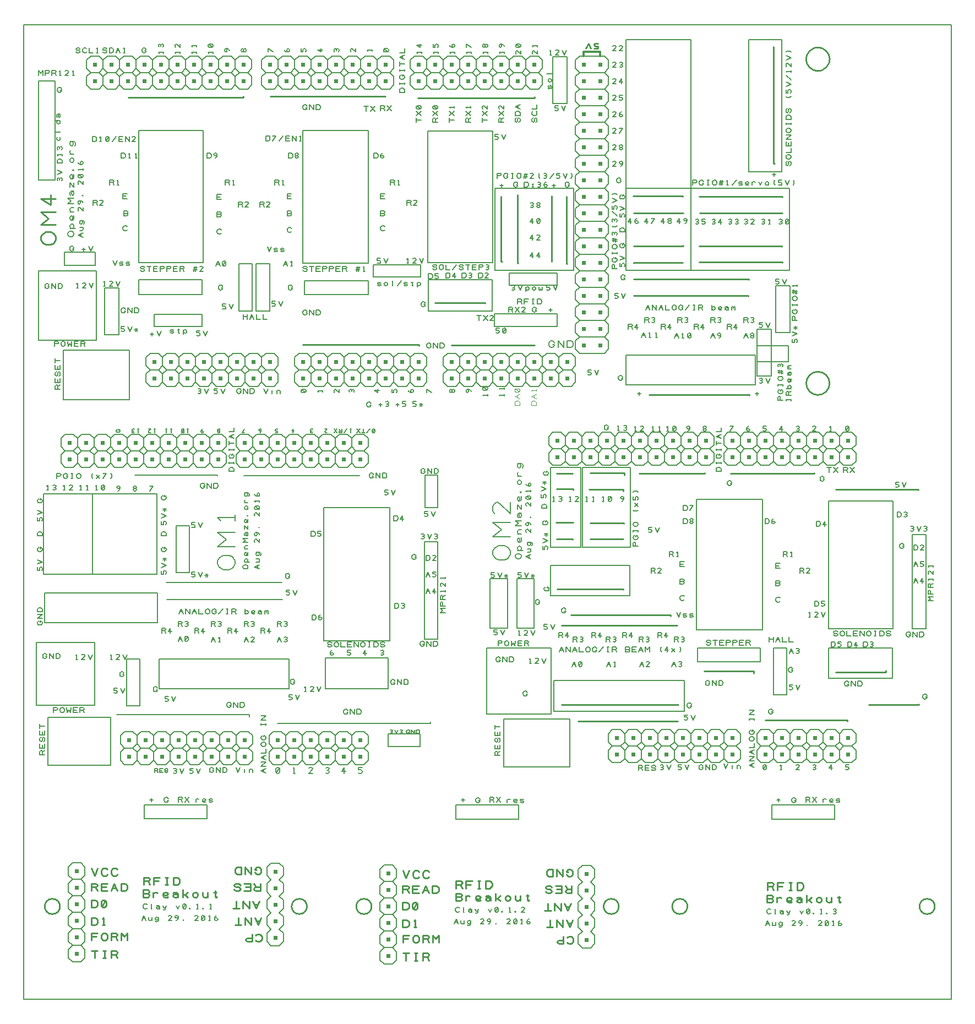
<source format=gto>
%FSLAX35Y35*%
%MOIN*%
G04 EasyPC Gerber Version 18.0.8 Build 3632 *
%ADD18C,0.00100*%
%ADD17C,0.00480*%
%ADD11C,0.00500*%
%ADD15C,0.00600*%
%ADD14C,0.00672*%
%ADD16C,0.00800*%
%ADD13C,0.00880*%
%ADD76C,0.00900*%
%ADD12C,0.01000*%
%ADD10C,0.01200*%
X0Y0D02*
D02*
D10*
X339442Y571265D02*
Y573765D01*
X349442*
Y571265*
D02*
D11*
X7919Y178263D02*
X43238D01*
Y216263*
X7919*
Y178263*
X9442Y399387D02*
X44442D01*
Y441265*
X9442*
Y399387*
X12350Y257461D02*
X80850D01*
Y306263*
X12350*
Y257461*
X12850Y228263D02*
Y246263D01*
X81350*
Y228263*
X12850*
X14850Y141763D02*
X52850D01*
Y170763*
X14850*
Y141763*
X19442Y496265D02*
Y556265D01*
X9442*
Y496265*
X19442*
X24442Y363387D02*
X64442D01*
Y393387*
X24442*
Y363387*
X24789Y444701D02*
X43759D01*
Y452515*
X24789*
Y444701*
X29466Y462048D02*
X28216D01*
X27591Y462361*
X27278Y462674*
X26966Y463298*
Y463924*
X27278Y464548*
X27591Y464861*
X28216Y465174*
X29466*
X30091Y464861*
X30403Y464548*
X30716Y463924*
Y463298*
X30403Y462674*
X30091Y462361*
X29466Y462048*
X28216Y467048D02*
X31653D01*
X29778D02*
X30403Y467361D01*
X30716Y467986*
Y468611*
X30403Y469236*
X29778Y469548*
X29153*
X28528Y469236*
X28216Y468611*
Y467986*
X28528Y467361*
X29153Y467048*
X29778*
X30403Y474548D02*
X30716Y474236D01*
Y473611*
Y472986*
X30403Y472361*
X29778Y472048*
X28841*
X28528Y472361*
X28216Y472986*
Y473611*
X28528Y474236*
X28841Y474548*
X29153*
X29466Y474236*
X29778Y473611*
Y472986*
X29466Y472361*
X29153Y472048*
X30716Y477048D02*
X28216D01*
X29153D02*
X28528Y477361D01*
X28216Y477986*
Y478611*
X28528Y479236*
X29153Y479548*
X30716*
Y482048D02*
X26966D01*
X28841Y483611*
X26966Y485174*
X30716*
X28528Y487048D02*
X28216Y487674D01*
Y488611*
X28528Y489236*
X29153Y489548*
X30091*
X30403Y489236*
X30716Y488611*
Y487986*
X30403Y487361*
X30091Y487048*
X29778*
X29466Y487361*
X29153Y487986*
Y488611*
X29466Y489236*
X29778Y489548*
X30091D02*
X30716D01*
X28216Y492048D02*
Y494548D01*
X30716Y492048*
Y494548*
X30403Y499548D02*
X30716Y499236D01*
Y498611*
Y497986*
X30403Y497361*
X29778Y497048*
X28841*
X28528Y497361*
X28216Y497986*
Y498611*
X28528Y499236*
X28841Y499548*
X29153*
X29466Y499236*
X29778Y498611*
Y497986*
X29466Y497361*
X29153Y497048*
X30716Y502361D02*
X30403Y502674D01*
X30091Y502361*
X30403Y502048*
X30716Y502361*
X29778Y507048D02*
X30403Y507361D01*
X30716Y507986*
Y508611*
X30403Y509236*
X29778Y509548*
X29153*
X28528Y509236*
X28216Y508611*
Y507986*
X28528Y507361*
X29153Y507048*
X29778*
X30716Y512048D02*
X28216D01*
X29153D02*
X28528Y512361D01*
X28216Y512986*
Y513611*
X28528Y514236*
X29153Y519548D02*
X28528Y519236D01*
X28216Y518611*
Y517986*
X28528Y517361*
X29153Y517048*
X29466*
X30091Y517361*
X30403Y517986*
Y518611*
X30091Y519236*
X29466Y519548*
X28216D02*
X30716D01*
X31341Y519236*
X31653Y518611*
Y517674*
X31341Y517048*
X41791Y306259D02*
Y257461D01*
X49442Y402515D02*
X57942D01*
Y431015*
X49442*
Y402515*
X56768Y172719D02*
X137016D01*
Y171222*
X67750Y317616D02*
X117547D01*
Y317366*
X69942Y426765D02*
X108442D01*
Y435765*
X69942*
Y426765*
Y446265D02*
X108942D01*
Y526265*
X69942*
Y446265*
X70496Y177763D02*
Y206263D01*
X62758*
Y177763*
X70496*
X73267Y109503D02*
X111267D01*
Y118003*
X73267*
Y109503*
X79442Y407515D02*
X108192D01*
Y414765*
X79442*
Y407515*
X82350Y188263D02*
X160850D01*
Y206263*
X82350*
Y188263*
X86596Y252718D02*
X156735D01*
X87095Y242359D02*
X156985D01*
X100698Y258459D02*
Y286959D01*
X92698*
Y258459*
X100698*
X130491Y417050D02*
X138491D01*
Y445550*
X130491*
Y417050*
X133646Y317366D02*
X203536D01*
X140849Y417050D02*
X149349D01*
Y445550*
X140849*
Y417050*
X153865Y167353D02*
X246593D01*
Y168102*
X169442Y445765D02*
X208942D01*
Y526265*
X169442*
Y445765*
X170442Y426765D02*
X208942D01*
Y435265*
X170442*
Y426765*
X181850Y217263D02*
X221850D01*
Y297763*
X181850*
Y217263*
X182850Y188263D02*
X220850D01*
Y206763*
X182850*
Y188263*
X211942Y437515D02*
X240692D01*
Y444765*
X211942*
Y437515*
X240353Y160988D02*
X220964D01*
Y153250*
X240353*
Y160988*
X242850Y218263D02*
X250850D01*
Y277263*
X242850*
Y218263*
X244942Y446265D02*
X284442D01*
Y525765*
X244942*
Y446265*
X245442Y416765D02*
X283942D01*
Y435765*
X245442*
Y416765*
X250961Y298022D02*
Y317411D01*
X243224*
Y298022*
X250961*
X261855Y109320D02*
X299855D01*
Y117820*
X261855*
Y109320*
X280627Y172776D02*
X319677D01*
Y212937*
X280627*
Y172776*
X285405Y407509D02*
X323405D01*
Y415259*
X285405*
Y407509*
X285692Y441456D02*
X333192D01*
Y491265*
X285692*
Y441456*
X291089Y140937D02*
X331089D01*
Y169937*
X291089*
Y140937*
X293294Y224847D02*
Y255015D01*
X282718*
Y224847*
X293294*
X294442Y432515D02*
X323192D01*
Y439765*
X294442*
Y432515*
X300439Y266916D02*
X299189D01*
X298563Y267228*
X298251Y267541*
X297939Y268166*
Y268791*
X298251Y269416*
X298563Y269728*
X299189Y270041*
X300439*
X301063Y269728*
X301376Y269416*
X301689Y268791*
Y268166*
X301376Y267541*
X301063Y267228*
X300439Y266916*
X299189Y271916D02*
X302626D01*
X300751D02*
X301376Y272228D01*
X301689Y272853*
Y273478*
X301376Y274103*
X300751Y274416*
X300126*
X299501Y274103*
X299189Y273478*
Y272853*
X299501Y272228*
X300126Y271916*
X300751*
X301376Y279416D02*
X301689Y279103D01*
Y278478*
Y277853*
X301376Y277228*
X300751Y276916*
X299813*
X299501Y277228*
X299189Y277853*
Y278478*
X299501Y279103*
X299813Y279416*
X300126*
X300439Y279103*
X300751Y278478*
Y277853*
X300439Y277228*
X300126Y276916*
X301689Y281916D02*
X299189D01*
X300126D02*
X299501Y282228D01*
X299189Y282853*
Y283478*
X299501Y284103*
X300126Y284416*
X301689*
Y286916D02*
X297939D01*
X299813Y288478*
X297939Y290041*
X301689*
X299501Y291916D02*
X299189Y292541D01*
Y293478*
X299501Y294103*
X300126Y294416*
X301063*
X301376Y294103*
X301689Y293478*
Y292853*
X301376Y292228*
X301063Y291916*
X300751*
X300439Y292228*
X300126Y292853*
Y293478*
X300439Y294103*
X300751Y294416*
X301063D02*
X301689D01*
X299189Y296916D02*
Y299416D01*
X301689Y296916*
Y299416*
X301376Y304416D02*
X301689Y304103D01*
Y303478*
Y302853*
X301376Y302228*
X300751Y301916*
X299813*
X299501Y302228*
X299189Y302853*
Y303478*
X299501Y304103*
X299813Y304416*
X300126*
X300439Y304103*
X300751Y303478*
Y302853*
X300439Y302228*
X300126Y301916*
X301689Y307228D02*
X301376Y307541D01*
X301063Y307228*
X301376Y306916*
X301689Y307228*
X300751Y311916D02*
X301376Y312228D01*
X301689Y312853*
Y313478*
X301376Y314103*
X300751Y314416*
X300126*
X299501Y314103*
X299189Y313478*
Y312853*
X299501Y312228*
X300126Y311916*
X300751*
X301689Y316916D02*
X299189D01*
X300126D02*
X299501Y317228D01*
X299189Y317853*
Y318478*
X299501Y319103*
X300126Y324416D02*
X299501Y324103D01*
X299189Y323478*
Y322853*
X299501Y322228*
X300126Y321916*
X300439*
X301063Y322228*
X301376Y322853*
Y323478*
X301063Y324103*
X300439Y324416*
X299189D02*
X301689D01*
X302313Y324103*
X302626Y323478*
Y322541*
X302313Y321916*
X309373Y224847D02*
Y255015D01*
X298797*
Y224847*
X309373*
X320692Y542515D02*
X329192D01*
Y571015*
X320692*
Y542515*
X337571Y273780D02*
Y322108D01*
X319156*
Y273780*
X337571*
X364942Y372265D02*
X443442D01*
Y390265*
X364942*
Y372265*
Y441456D02*
X404442D01*
Y491265*
X364942*
Y441456*
Y491265D02*
X404442D01*
Y581265*
X364942*
Y491265*
X367156Y244437D02*
Y262937D01*
X319156*
Y244437*
X367156*
X367773Y273780D02*
Y322108D01*
X338750*
Y273780*
X367773*
X400377Y174687D02*
Y193187D01*
X321127*
Y174687*
X400377*
X404442Y441456D02*
X464096D01*
Y491265*
X404442*
Y441456*
X407627Y223937D02*
X447627D01*
Y302937*
X407627*
Y223937*
X408127Y204437D02*
X446127D01*
Y212937*
X408127*
Y204437*
X444442Y377515D02*
X452942D01*
Y406015*
X444442*
Y377515*
Y386265D02*
X463192D01*
Y396015*
X444442*
Y386265*
X453149Y109378D02*
X491149D01*
Y117878*
X453149*
Y109378*
X454354Y184437D02*
X462354D01*
Y212937*
X454354*
Y184437*
X455692Y403765D02*
X464192D01*
Y432265*
X455692*
Y403765*
X459442Y581265D02*
X439442D01*
Y501265*
X459442*
Y581265*
X487627Y194437D02*
X526127D01*
Y212937*
X487627*
Y194437*
Y224437D02*
X526627D01*
Y301937*
X487627*
Y224437*
X546627D02*
Y281437D01*
X538127*
Y224437*
X546627*
X561920Y250D02*
Y590250D01*
X250*
Y250*
X561920*
D02*
D12*
X17653Y61029D02*
G75*
G03Y51794J-4618D01*
G01*
G75*
G03Y61029J4618*
G01*
X16692Y457306D02*
X13692D01*
X12192Y458056*
X11442Y458806*
X10692Y460306*
Y461806*
X11442Y463306*
X12192Y464056*
X13692Y464806*
X16692*
X18192Y464056*
X18942Y463306*
X19692Y461806*
Y460306*
X18942Y458806*
X18192Y458056*
X16692Y457306*
X19692Y469306D02*
X10692D01*
X15192Y473056*
X10692Y476806*
X19692*
Y485056D02*
X10692D01*
X16692Y481306*
Y487306*
X63481Y546172D02*
X133121D01*
Y546920*
X149595D02*
X219360D01*
X167167Y61029D02*
G75*
G03Y51794J-4618D01*
G01*
G75*
G03Y61029J4618*
G01*
X169189Y396533D02*
X239703D01*
Y396033*
X206285Y61029D02*
G75*
G03Y51794J-4618D01*
G01*
G75*
G03Y61029J4618*
G01*
X238954Y545922D02*
X309468D01*
Y546421*
X249188Y421868D02*
X279640D01*
Y421618*
X259297Y396283D02*
X309468D01*
X289375Y486391D02*
Y446953D01*
X289874*
X299359Y487140D02*
Y445955D01*
X299484*
X319827Y486641D02*
Y446953D01*
X322594Y288881D02*
X332953D01*
X322844Y278772D02*
X332454D01*
Y278522*
X322844Y318709D02*
X332579D01*
X323094Y309224D02*
X332953D01*
Y308475*
X323343Y248694D02*
X363280D01*
Y248195*
X325964Y226480D02*
X395854D01*
X326089Y178680D02*
X396603D01*
Y178430*
X328813Y486141D02*
Y445705D01*
X329312*
X331580Y232844D02*
X391860D01*
Y232096*
X336073Y168571D02*
X396353D01*
X342688Y308974D02*
X363280D01*
Y307851*
X343187Y278772D02*
X363280D01*
X343187Y288631D02*
X363530D01*
Y288132*
X343187Y318959D02*
X364029D01*
Y317711*
X356049Y61029D02*
G75*
G03Y51794J-4618D01*
G01*
G75*
G03Y61029J4618*
G01*
X369370Y486510D02*
X399323D01*
Y486260*
X369620Y426105D02*
X439011D01*
Y425856*
X369620Y436339D02*
X439385D01*
Y435840*
X369620Y456307D02*
X399323D01*
X399448Y456557*
X369620Y476401D02*
X399448D01*
Y476151*
X373015Y318709D02*
X412702D01*
Y318959*
X379105Y366324D02*
X439635D01*
Y365950*
X397553Y61029D02*
G75*
G03Y51794J-4618D01*
G01*
G75*
G03Y61029J4618*
G01*
X399323Y446323D02*
X369495D01*
Y445949*
X409307Y446448D02*
X459603D01*
Y446198*
X409432Y456307D02*
X459354D01*
Y455933*
X409432Y486385D02*
X459603D01*
Y485886*
X409557Y476401D02*
X459603D01*
Y476276*
X412203Y198773D02*
X442281D01*
Y197650*
X428303Y318709D02*
X478848D01*
Y318959*
X439635Y365950D02*
X439385Y366699D01*
X449145Y169070D02*
X498941D01*
Y168571*
X454365Y576748D02*
Y506235D01*
X454864*
X476155Y378137D02*
G75*
G03X486155Y368137I5000J-5000D01*
G01*
G75*
G03X476155Y378137I-5000J5000*
G01*
Y574387D02*
G75*
G03X486155Y564387I5000J-5000D01*
G01*
G75*
G03X476155Y574387I-5000J5000*
G01*
X491952Y198274D02*
X522155D01*
Y199272*
X492077Y308974D02*
X541874D01*
Y308725*
X511796Y178430D02*
X542248D01*
Y178930*
X547317Y61029D02*
G75*
G03Y51794J-4618D01*
G01*
G75*
G03Y61029J4618*
G01*
D02*
D13*
X347905Y578787D02*
X347355Y579062D01*
X346530*
X345980Y578787*
X345705Y578237*
Y577962*
X345980Y577412*
X346530Y577137*
X347905*
Y575762*
X345705*
X343505D02*
X342130Y579062D01*
X340755Y575762*
D02*
D14*
X320642Y396565D02*
X321692D01*
Y396215*
X321342Y395515*
X320992Y395165*
X320292Y394815*
X319592*
X318892Y395165*
X318542Y395515*
X318192Y396215*
Y397615*
X318542Y398315*
X318892Y398665*
X319592Y399015*
X320292*
X320992Y398665*
X321342Y398315*
X321692Y397615*
X323792Y394815D02*
Y399015D01*
X327292Y394815*
Y399015*
X329392Y394815D02*
Y399015D01*
X331492*
X332192Y398665*
X332542Y398315*
X332892Y397615*
Y396215*
X332542Y395515*
X332192Y395165*
X331492Y394815*
X329392*
D02*
D15*
X9405Y559521D02*
Y562521D01*
X10655Y561021*
X11905Y562521*
Y559521*
X13405D02*
Y562521D01*
X15155*
X15655Y562271*
X15905Y561771*
X15655Y561271*
X15155Y561021*
X13405*
X17405Y559521D02*
Y562521D01*
X19155*
X19655Y562271*
X19905Y561771*
X19655Y561271*
X19155Y561021*
X17405*
X19155D02*
X19905Y559521D01*
X21905D02*
X22905D01*
X22405D02*
Y562521D01*
X21905Y562021*
X27405Y559521D02*
X25405D01*
X27155Y561271*
X27405Y561771*
X27155Y562271*
X26655Y562521*
X25905*
X25405Y562271*
X29905Y559521D02*
X30905D01*
X30405D02*
Y562521D01*
X29905Y562021*
X13537Y207763D02*
X14287D01*
Y207513*
X14037Y207013*
X13787Y206763*
X13287Y206513*
X12787*
X12287Y206763*
X12037Y207013*
X11787Y207513*
Y208513*
X12037Y209013*
X12287Y209263*
X12787Y209513*
X13287*
X13787Y209263*
X14037Y209013*
X14287Y208513*
X15787Y206513D02*
Y209513D01*
X18287Y206513*
Y209513*
X19787Y206513D02*
Y209513D01*
X21287*
X21787Y209263*
X22037Y209013*
X22287Y208513*
Y207513*
X22037Y207013*
X21787Y206763*
X21287Y206513*
X19787*
X10350Y228513D02*
Y229263D01*
X10600*
X11100Y229013*
X11350Y228763*
X11600Y228263*
Y227763*
X11350Y227263*
X11100Y227013*
X10600Y226763*
X9600*
X9100Y227013*
X8850Y227263*
X8600Y227763*
Y228263*
X8850Y228763*
X9100Y229013*
X9600Y229263*
X11600Y230763D02*
X8600D01*
X11600Y233263*
X8600*
X11600Y234763D02*
X8600D01*
Y236263*
X8850Y236763*
X9100Y237013*
X9600Y237263*
X10600*
X11100Y237013*
X11350Y236763*
X11600Y236263*
Y234763*
X11350Y259763D02*
X11600Y260263D01*
Y261013*
X11350Y261513*
X10850Y261763*
X10600*
X10100Y261513*
X9850Y261013*
Y259763*
X8600*
Y261763*
Y263763D02*
X11600Y265013D01*
X8600Y266263*
X10350Y273013D02*
Y273763D01*
X10600*
X11100Y273513*
X11350Y273263*
X11600Y272763*
Y272263*
X11350Y271763*
X11100Y271513*
X10600Y271263*
X9600*
X9100Y271513*
X8850Y271763*
X8600Y272263*
Y272763*
X8850Y273263*
X9100Y273513*
X9600Y273763*
X11600Y280763D02*
X8600D01*
Y282263*
X8850Y282763*
X9100Y283013*
X9600Y283263*
X10600*
X11100Y283013*
X11350Y282763*
X11600Y282263*
Y280763*
X11350Y289763D02*
X11600Y290263D01*
Y291013*
X11350Y291513*
X10850Y291763*
X10600*
X10100Y291513*
X9850Y291013*
Y289763*
X8600*
Y291763*
Y293763D02*
X11600Y295013D01*
X8600Y296263*
X10350Y302513D02*
Y303263D01*
X10600*
X11100Y303013*
X11350Y302763*
X11600Y302263*
Y301763*
X11350Y301263*
X11100Y301013*
X10600Y300763*
X9600*
X9100Y301013*
X8850Y301263*
X8600Y301763*
Y302263*
X8850Y302763*
X9100Y303013*
X9600Y303263*
X14942Y431765D02*
X15692D01*
Y431515*
X15442Y431015*
X15192Y430765*
X14692Y430515*
X14192*
X13692Y430765*
X13442Y431015*
X13192Y431515*
Y432515*
X13442Y433015*
X13692Y433265*
X14192Y433515*
X14692*
X15192Y433265*
X15442Y433015*
X15692Y432515*
X17192Y430515D02*
Y433515D01*
X19692Y430515*
Y433515*
X21192Y430515D02*
Y433515D01*
X22692*
X23192Y433265*
X23442Y433015*
X23692Y432515*
Y431515*
X23442Y431015*
X23192Y430765*
X22692Y430515*
X21192*
X13100Y148263D02*
X10100D01*
Y150013*
X10350Y150513*
X10850Y150763*
X11350Y150513*
X11600Y150013*
Y148263*
Y150013D02*
X13100Y150763D01*
Y152263D02*
X10100D01*
Y154763*
X11600Y154263D02*
Y152263D01*
X13100D02*
Y154763D01*
X12350Y156263D02*
X12850Y156513D01*
X13100Y157013*
Y158013*
X12850Y158513*
X12350Y158763*
X11850Y158513*
X11600Y158013*
Y157013*
X11350Y156513*
X10850Y156263*
X10350Y156513*
X10100Y157013*
Y158013*
X10350Y158513*
X10850Y158763*
X13100Y160263D02*
X10100D01*
Y162763*
X11600Y162263D02*
Y160263D01*
X13100D02*
Y162763D01*
Y165513D02*
X10100D01*
Y164263D02*
Y166763D01*
X14350Y308513D02*
X15350D01*
X14850D02*
Y311513D01*
X14350Y311013*
X18100Y308763D02*
X18600Y308513D01*
X19100*
X19600Y308763*
X19850Y309263*
X19600Y309763*
X19100Y310013*
X18600*
X19100D02*
X19600Y310263D01*
X19850Y310763*
X19600Y311263*
X19100Y311513*
X18600*
X18100Y311263*
X18277Y173776D02*
Y176776D01*
X20027*
X20527Y176526*
X20777Y176026*
X20527Y175526*
X20027Y175276*
X18277*
X22277Y174776D02*
Y175776D01*
X22527Y176276*
X22777Y176526*
X23277Y176776*
X23777*
X24277Y176526*
X24527Y176276*
X24777Y175776*
Y174776*
X24527Y174276*
X24277Y174026*
X23777Y173776*
X23277*
X22777Y174026*
X22527Y174276*
X22277Y174776*
X26277Y176776D02*
X26527Y173776D01*
X27527Y175276*
X28527Y173776*
X28777Y176776*
X30277Y173776D02*
Y176776D01*
X32777*
X32277Y175276D02*
X30277D01*
Y173776D02*
X32777D01*
X34277D02*
Y176776D01*
X36027*
X36527Y176526*
X36777Y176026*
X36527Y175526*
X36027Y175276*
X34277*
X36027D02*
X36777Y173776D01*
X18905Y395637D02*
Y398637D01*
X20655*
X21155Y398387*
X21405Y397887*
X21155Y397387*
X20655Y397137*
X18905*
X22905Y396637D02*
Y397637D01*
X23155Y398137*
X23405Y398387*
X23905Y398637*
X24405*
X24905Y398387*
X25155Y398137*
X25405Y397637*
Y396637*
X25155Y396137*
X24905Y395887*
X24405Y395637*
X23905*
X23405Y395887*
X23155Y396137*
X22905Y396637*
X26905Y398637D02*
X27155Y395637D01*
X28155Y397137*
X29155Y395637*
X29405Y398637*
X30905Y395637D02*
Y398637D01*
X33405*
X32905Y397137D02*
X30905D01*
Y395637D02*
X33405D01*
X34905D02*
Y398637D01*
X36655*
X37155Y398387*
X37405Y397887*
X37155Y397387*
X36655Y397137*
X34905*
X36655D02*
X37405Y395637D01*
X20350Y315513D02*
Y318513D01*
X22100*
X22600Y318263*
X22850Y317763*
X22600Y317263*
X22100Y317013*
X20350*
X26100Y316763D02*
X26850D01*
Y316513*
X26600Y316013*
X26350Y315763*
X25850Y315513*
X25350*
X24850Y315763*
X24600Y316013*
X24350Y316513*
Y317513*
X24600Y318013*
X24850Y318263*
X25350Y318513*
X25850*
X26350Y318263*
X26600Y318013*
X26850Y317513*
X29100Y315513D02*
X30100D01*
X29600D02*
Y318513D01*
X29100D02*
X30100D01*
X32350Y316513D02*
Y317513D01*
X32600Y318013*
X32850Y318263*
X33350Y318513*
X33850*
X34350Y318263*
X34600Y318013*
X34850Y317513*
Y316513*
X34600Y316013*
X34350Y315763*
X33850Y315513*
X33350*
X32850Y315763*
X32600Y316013*
X32350Y316513*
X42100Y315513D02*
X41600Y316263D01*
Y318013*
X42100Y318513*
X44350Y315513D02*
X46350Y317513D01*
Y315513D02*
X44350Y317513D01*
X48350Y315513D02*
X50350Y318513D01*
X48350*
X53100Y315513D02*
X53600Y316263D01*
Y318013*
X53100Y318513*
X22442Y550576D02*
X23192D01*
Y550326*
X22942Y549826*
X22692Y549576*
X22192Y549326*
X21692*
X21192Y549576*
X20942Y549826*
X20692Y550326*
Y551326*
X20942Y551826*
X21192Y552076*
X21692Y552326*
X22192*
X22692Y552076*
X22942Y551826*
X23192Y551326*
X22442Y369637D02*
X19442D01*
Y371387*
X19692Y371887*
X20192Y372137*
X20692Y371887*
X20942Y371387*
Y369637*
Y371387D02*
X22442Y372137D01*
Y373637D02*
X19442D01*
Y376137*
X20942Y375637D02*
Y373637D01*
X22442D02*
Y376137D01*
X21692Y377637D02*
X22192Y377887D01*
X22442Y378387*
Y379387*
X22192Y379887*
X21692Y380137*
X21192Y379887*
X20942Y379387*
Y378387*
X20692Y377887*
X20192Y377637*
X19692Y377887*
X19442Y378387*
Y379387*
X19692Y379887*
X20192Y380137*
X22442Y381637D02*
X19442D01*
Y384137*
X20942Y383637D02*
Y381637D01*
X22442D02*
Y384137D01*
Y386887D02*
X19442D01*
Y385637D02*
Y388137D01*
X20692Y522207D02*
X20442Y521707D01*
Y520957*
X20692Y520457*
X21192Y520207*
X21692*
X22192Y520457*
X22442Y520957*
Y521707*
X22192Y522207*
X22442Y525457D02*
Y525207D01*
X19442*
X21192Y532191D02*
X20692Y531941D01*
X20442Y531441*
Y530941*
X20692Y530441*
X21192Y530191*
X21692*
X22192Y530441*
X22442Y530941*
Y531441*
X22192Y531941*
X21692Y532191*
X22442D02*
X19442D01*
X20692Y534191D02*
X20442Y534691D01*
Y535441*
X20692Y535941*
X21192Y536191*
X21942*
X22192Y535941*
X22442Y535441*
Y534941*
X22192Y534441*
X21942Y534191*
X21692*
X21442Y534441*
X21192Y534941*
Y535441*
X21442Y535941*
X21692Y536191*
X21942D02*
X22442D01*
X24350Y308513D02*
X25350D01*
X24850D02*
Y311513D01*
X24350Y311013*
X29850Y308513D02*
X27850D01*
X29600Y310263*
X29850Y310763*
X29600Y311263*
X29100Y311513*
X28350*
X27850Y311263*
X23290Y495870D02*
X23540Y496370D01*
Y496870*
X23290Y497370*
X22790Y497620*
X22290Y497370*
X22040Y496870*
Y496370*
Y496870D02*
X21790Y497370D01*
X21290Y497620*
X20790Y497370*
X20540Y496870*
Y496370*
X20790Y495870*
X20540Y499620D02*
X23540Y500870D01*
X20540Y502120*
X23540Y506478D02*
X20540D01*
Y507978*
X20790Y508478*
X21040Y508728*
X21540Y508978*
X22540*
X23040Y508728*
X23290Y508478*
X23540Y507978*
Y506478*
Y510978D02*
Y511978D01*
Y511478D02*
X20540D01*
X21040Y510978*
X23290Y514728D02*
X23540Y515228D01*
Y515728*
X23290Y516228*
X22790Y516478*
X22290Y516228*
X22040Y515728*
Y515228*
Y515728D02*
X21790Y516228D01*
X21290Y516478*
X20790Y516228*
X20540Y515728*
Y515228*
X20790Y514728*
X29942Y454515D02*
X30692D01*
Y454265*
X30442Y453765*
X30192Y453515*
X29692Y453265*
X29192*
X28692Y453515*
X28442Y453765*
X28192Y454265*
Y455265*
X28442Y455765*
X28692Y456015*
X29192Y456265*
X29692*
X30192Y456015*
X30442Y455765*
X30692Y455265*
X29906Y32773D02*
X27406Y35273D01*
Y40273*
X29906Y42773*
X34906*
X37406Y40273*
Y35273*
X34906Y32773*
X29906Y42773D02*
X27406Y45273D01*
Y50273*
X29906Y52773*
X34906*
X37406Y50273*
Y45273*
X34906Y42773*
X29906Y52773D02*
X27406Y55273D01*
Y60273*
X29906Y62773*
X34906*
X37406Y60273*
Y55273*
X34906Y52773*
X29906Y62773D02*
X27406Y65273D01*
Y70273*
X29906Y72773*
X34906*
X37406Y70273*
Y65273*
X34906Y62773*
X29906Y72773D02*
X27406Y75273D01*
Y80273*
X29906Y82773*
X34906*
X37406Y80273*
Y75273*
X34906Y72773*
X31881Y206013D02*
X32881D01*
X32381D02*
Y209013D01*
X31881Y208513*
X37381Y206013D02*
X35381D01*
X37131Y207763*
X37381Y208263*
X37131Y208763*
X36631Y209013*
X35881*
X35381Y208763*
X39381Y209013D02*
X40631Y206013D01*
X41881Y209013*
X32442Y430765D02*
X33442D01*
X32942D02*
Y433765D01*
X32442Y433265*
X37942Y430765D02*
X35942D01*
X37692Y432515*
X37942Y433015*
X37692Y433515*
X37192Y433765*
X36442*
X35942Y433515*
X39942Y433765D02*
X41192Y430765D01*
X42442Y433765*
X31942Y574015D02*
X32192Y573515D01*
X32692Y573265*
X33692*
X34192Y573515*
X34442Y574015*
X34192Y574515*
X33692Y574765*
X32692*
X32192Y575015*
X31942Y575515*
X32192Y576015*
X32692Y576265*
X33692*
X34192Y576015*
X34442Y575515*
X38442Y573765D02*
X38192Y573515D01*
X37692Y573265*
X36942*
X36442Y573515*
X36192Y573765*
X35942Y574265*
Y575265*
X36192Y575765*
X36442Y576015*
X36942Y576265*
X37692*
X38192Y576015*
X38442Y575765*
X39942Y576265D02*
Y573265D01*
X42442*
X44442D02*
X45442D01*
X44942D02*
Y576265D01*
X44442Y575765*
X32850Y324763D02*
X30350Y322263D01*
X25350*
X22850Y324763*
Y329763*
X25350Y332263*
X30350*
X32850Y329763*
Y334763D02*
X30350Y332263D01*
X25350*
X22850Y334763*
Y339763*
X25350Y342263*
X30350*
X32850Y339763*
X34350Y308513D02*
X35350D01*
X34850D02*
Y311513D01*
X34350Y311013*
X38350Y308513D02*
X39350D01*
X38850D02*
Y311513D01*
X38350Y311013*
X35692Y454265D02*
X37692D01*
X36692Y453265D02*
Y455265D01*
X39692Y456265D02*
X40942Y453265D01*
X42192Y456265*
X36145Y461674D02*
X33145Y462924D01*
X36145Y464174*
X34895Y462174D02*
Y463674D01*
X34145Y465674D02*
X35395D01*
X35895Y465924*
X36145Y466424*
Y466924*
X35895Y467424*
X35395Y467674*
X34145D02*
X36145D01*
X34895Y471674D02*
X34395Y471424D01*
X34145Y470924*
Y470424*
X34395Y469924*
X34895Y469674*
X35145*
X35645Y469924*
X35895Y470424*
Y470924*
X35645Y471424*
X35145Y471674*
X34145D02*
X36145D01*
X36645Y471424*
X36895Y470924*
Y470174*
X36645Y469674*
X36145Y479674D02*
Y477674D01*
X34395Y479424*
X33895Y479674*
X33395Y479424*
X33145Y478924*
Y478174*
X33395Y477674*
X36145Y482424D02*
X35895Y482924D01*
X35395Y483424*
X34645Y483674*
X33895*
X33395Y483424*
X33145Y482924*
Y482424*
X33395Y481924*
X33895Y481674*
X34395Y481924*
X34645Y482424*
Y482924*
X34395Y483424*
X33895Y483674*
X36145Y486674D02*
X35895Y486924D01*
X35645*
X36145Y495674D02*
Y493674D01*
X34395Y495424*
X33895Y495674*
X33395Y495424*
X33145Y494924*
Y494174*
X33395Y493674*
X35895Y497924D02*
X36145Y498424D01*
Y498924*
X35895Y499424*
X35395Y499674*
X33895*
X33395Y499424*
X33145Y498924*
Y498424*
X33395Y497924*
X33895Y497674*
X35395*
X35895Y497924*
X33395Y499424*
X36145Y502174D02*
Y503174D01*
Y502674D02*
X33145D01*
X33645Y502174*
X35395Y505674D02*
X34895Y505924D01*
X34645Y506424*
Y506924*
X34895Y507424*
X35395Y507674*
X35895Y507424*
X36145Y506924*
Y506424*
X35895Y505924*
X35395Y505674*
X34645*
X33895Y505924*
X33395Y506424*
X33145Y506924*
X37406Y30273D02*
X34906Y32773D01*
X29906*
X27406Y30273*
Y25273*
X29906Y22773*
X34906*
X37406Y25273*
Y30273*
X41942Y519515D02*
Y522515D01*
X43442*
X43942Y522265*
X44192Y522015*
X44442Y521515*
Y520515*
X44192Y520015*
X43942Y519765*
X43442Y519515*
X41942*
X46442D02*
X47442D01*
X46942D02*
Y522515D01*
X46442Y522015*
X50192Y519765D02*
X50692Y519515D01*
X51192*
X51692Y519765*
X51942Y520265*
Y521765*
X51692Y522265*
X51192Y522515*
X50692*
X50192Y522265*
X49942Y521765*
Y520265*
X50192Y519765*
X51692Y522265*
X53942Y519515D02*
X56442Y522515D01*
X57942Y519515D02*
Y522515D01*
X60442*
X59942Y521015D02*
X57942D01*
Y519515D02*
X60442D01*
X61942D02*
Y522515D01*
X64442Y519515*
Y522515*
X67942Y519515D02*
X65942D01*
X67692Y521265*
X67942Y521765*
X67692Y522265*
X67192Y522515*
X66442*
X65942Y522265*
X42442Y481015D02*
Y484015D01*
X44192*
X44692Y483765*
X44942Y483265*
X44692Y482765*
X44192Y482515*
X42442*
X44192D02*
X44942Y481015D01*
X48442D02*
X46442D01*
X48192Y482765*
X48442Y483265*
X48192Y483765*
X47692Y484015*
X46942*
X46442Y483765*
X42850Y324763D02*
X40350Y322263D01*
X35350*
X32850Y324763*
Y329763*
X35350Y332263*
X40350*
X42850Y329763*
Y334763D02*
X40350Y332263D01*
X35350*
X32850Y334763*
Y339763*
X35350Y342263*
X40350*
X42850Y339763*
X43850Y308513D02*
X44850D01*
X44350D02*
Y311513D01*
X43850Y311013*
X47600Y308763D02*
X48100Y308513D01*
X48600*
X49100Y308763*
X49350Y309263*
Y310763*
X49100Y311263*
X48600Y311513*
X48100*
X47600Y311263*
X47350Y310763*
Y309263*
X47600Y308763*
X49100Y311263*
X48692Y432015D02*
X49692D01*
X49192D02*
Y435015D01*
X48692Y434515*
X54192Y432015D02*
X52192D01*
X53942Y433765*
X54192Y434265*
X53942Y434765*
X53442Y435015*
X52692*
X52192Y434765*
X56192Y435015D02*
X57442Y432015D01*
X58692Y435015*
X48192Y574015D02*
X48442Y573515D01*
X48942Y573265*
X49942*
X50442Y573515*
X50692Y574015*
X50442Y574515*
X49942Y574765*
X48942*
X48442Y575015*
X48192Y575515*
X48442Y576015*
X48942Y576265*
X49942*
X50442Y576015*
X50692Y575515*
X52192Y573265D02*
Y576265D01*
X53692*
X54192Y576015*
X54442Y575765*
X54692Y575265*
Y574265*
X54442Y573765*
X54192Y573515*
X53692Y573265*
X52192*
X56192D02*
X57442Y576265D01*
X58692Y573265*
X56692Y574515D02*
X58192D01*
X60692Y573265D02*
X61692D01*
X61192D02*
Y576265D01*
X60692Y575765*
X48442Y553765D02*
X45942Y551265D01*
X40942*
X38442Y553765*
Y558765*
X40942Y561265*
X45942*
X48442Y558765*
Y563765D02*
X45942Y561265D01*
X40942*
X38442Y563765*
Y568765*
X40942Y571265*
X45942*
X48442Y568765*
X52900Y206013D02*
X53900D01*
X53400D02*
Y209013D01*
X52900Y208513*
X58400Y206013D02*
X56400D01*
X58150Y207763*
X58400Y208263*
X58150Y208763*
X57650Y209013*
X56900*
X56400Y208763*
X60400Y209013D02*
X61650Y206013D01*
X62900Y209013*
X52442Y493265D02*
Y496265D01*
X54192*
X54692Y496015*
X54942Y495515*
X54692Y495015*
X54192Y494765*
X52442*
X54192D02*
X54942Y493265D01*
X56942D02*
X57942D01*
X57442D02*
Y496265D01*
X56942Y495765*
X52850Y324763D02*
X50350Y322263D01*
X45350*
X42850Y324763*
Y329763*
X45350Y332263*
X50350*
X52850Y329763*
Y334763D02*
X50350Y332263D01*
X45350*
X42850Y334763*
Y339763*
X45350Y342263*
X50350*
X52850Y339763*
X54442Y447515D02*
X55692Y444515D01*
X56942Y447515*
X58442Y444765D02*
X58942Y444515D01*
X59942*
X60442Y444765*
Y445265*
X59942Y445515*
X58942*
X58442Y445765*
Y446265*
X58942Y446515*
X59942*
X60442Y446265*
X62442Y444765D02*
X62942Y444515D01*
X63942*
X64442Y444765*
Y445265*
X63942Y445515*
X62942*
X62442Y445765*
Y446265*
X62942Y446515*
X63942*
X64442Y446265*
X55020Y185763D02*
X55520Y185513D01*
X56270*
X56770Y185763*
X57020Y186263*
Y186513*
X56770Y187013*
X56270Y187263*
X55020*
Y188513*
X57020*
X59020D02*
X60270Y185513D01*
X61520Y188513*
X57350Y308013D02*
X57850Y308263D01*
X58350Y308763*
X58600Y309513*
Y310263*
X58350Y310763*
X57850Y311013*
X57350*
X56850Y310763*
X56600Y310263*
X56850Y309763*
X57350Y309513*
X57850*
X58350Y309763*
X58600Y310263*
X58442Y553765D02*
X55942Y551265D01*
X50942*
X48442Y553765*
Y558765*
X50942Y561265*
X55942*
X58442Y558765*
Y563765D02*
X55942Y561265D01*
X50942*
X48442Y563765*
Y568765*
X50942Y571265*
X55942*
X58442Y568765*
X60265Y196763D02*
X61015D01*
Y196513*
X60765Y196013*
X60515Y195763*
X60015Y195513*
X59515*
X59015Y195763*
X58765Y196013*
X58515Y196513*
Y197513*
X58765Y198013*
X59015Y198263*
X59515Y198513*
X60015*
X60515Y198263*
X60765Y198013*
X61015Y197513*
X57600Y344826D02*
Y345389D01*
X57787*
X58162Y345201*
X58350Y345013*
X58537Y344639*
Y344263*
X58350Y343889*
X58162Y343701*
X57787Y343513*
X57037*
X56662Y343701*
X56474Y343889*
X56287Y344263*
Y344639*
X56474Y345013*
X56662Y345201*
X57037Y345389*
X59442Y404765D02*
X59942Y404515D01*
X60692*
X61192Y404765*
X61442Y405265*
Y405515*
X61192Y406015*
X60692Y406265*
X59442*
Y407515*
X61442*
X63442D02*
X64692Y404515D01*
X65942Y407515*
X67442Y405515D02*
X69442D01*
X67942Y404515D02*
X68942Y406515D01*
X67942D02*
X68942Y404515D01*
X61192Y417015D02*
X61942D01*
Y416765*
X61692Y416265*
X61442Y416015*
X60942Y415765*
X60442*
X59942Y416015*
X59692Y416265*
X59442Y416765*
Y417765*
X59692Y418265*
X59942Y418515*
X60442Y418765*
X60942*
X61442Y418515*
X61692Y418265*
X61942Y417765*
X63442Y415765D02*
Y418765D01*
X65942Y415765*
Y418765*
X67442Y415765D02*
Y418765D01*
X68942*
X69442Y418515*
X69692Y418265*
X69942Y417765*
Y416765*
X69692Y416265*
X69442Y416015*
X68942Y415765*
X67442*
X59442Y509515D02*
Y512515D01*
X60942*
X61442Y512265*
X61692Y512015*
X61942Y511515*
Y510515*
X61692Y510015*
X61442Y509765*
X60942Y509515*
X59442*
X63942D02*
X64942D01*
X64442D02*
Y512515D01*
X63942Y512015*
X67942Y509515D02*
X68942D01*
X68442D02*
Y512515D01*
X67942Y512015*
X62942Y466015D02*
X62692Y465765D01*
X62192Y465515*
X61442*
X60942Y465765*
X60692Y466015*
X60442Y466515*
Y467515*
X60692Y468015*
X60942Y468265*
X61442Y468515*
X62192*
X62692Y468265*
X62942Y468015*
X60442Y485015D02*
Y488015D01*
X62942*
X62442Y486515D02*
X60442D01*
Y485015D02*
X62942D01*
X62692Y476015D02*
X63192Y475765D01*
X63442Y475265*
X63192Y474765*
X62692Y474515*
X60942*
Y477515*
X62692*
X63192Y477265*
X63442Y476765*
X63192Y476265*
X62692Y476015*
X60942*
X62850Y324763D02*
X60350Y322263D01*
X55350*
X52850Y324763*
Y329763*
X55350Y332263*
X60350*
X62850Y329763*
Y334763D02*
X60350Y332263D01*
X55350*
X52850Y334763*
Y339763*
X55350Y342263*
X60350*
X62850Y339763*
X66350Y142263D02*
X68850Y144763D01*
Y149763*
X66350Y152263*
X61350*
X58850Y149763*
Y144763*
X61350Y142263*
X66350*
Y152263D02*
X68850Y154763D01*
Y159763*
X66350Y162263*
X61350*
X58850Y159763*
Y154763*
X61350Y152263*
X66350*
X67350Y309513D02*
X67850D01*
X68350Y309763*
X68600Y310263*
X68350Y310763*
X67850Y311013*
X67350*
X66850Y310763*
X66600Y310263*
X66850Y309763*
X67350Y309513*
X66850Y309263*
X66600Y308763*
X66850Y308263*
X67350Y308013*
X67850*
X68350Y308263*
X68600Y308763*
X68350Y309263*
X67850Y309513*
X68442Y553765D02*
X65942Y551265D01*
X60942*
X58442Y553765*
Y558765*
X60942Y561265*
X65942*
X68442Y558765*
Y563765D02*
X65942Y561265D01*
X60942*
X58442Y563765*
Y568765*
X60942Y571265*
X65942*
X68442Y568765*
X68850Y149763D02*
X71350Y152263D01*
X76350*
X78850Y149763*
Y144763*
X76350Y142263*
X71350*
X68850Y144763*
Y159763D02*
X71350Y162263D01*
X76350*
X78850Y159763*
Y154763*
X76350Y152263*
X71350*
X68850Y154763*
X69974Y345451D02*
X69224D01*
X69600D02*
Y343201D01*
X69974Y343576*
X67162Y345263D02*
X66787Y345451D01*
X66412*
X66037Y345263*
X65850Y344888*
X66037Y344513*
X66412Y344326*
X66787*
X66412D02*
X66037Y344138D01*
X65850Y343763*
X66037Y343388*
X66412Y343201*
X66787*
X67162Y343388*
X70942Y441765D02*
X71192Y441265D01*
X71692Y441015*
X72692*
X73192Y441265*
X73442Y441765*
X73192Y442265*
X72692Y442515*
X71692*
X71192Y442765*
X70942Y443265*
X71192Y443765*
X71692Y444015*
X72692*
X73192Y443765*
X73442Y443265*
X76192Y441015D02*
Y444015D01*
X74942D02*
X77442D01*
X78942Y441015D02*
Y444015D01*
X81442*
X80942Y442515D02*
X78942D01*
Y441015D02*
X81442D01*
X82942D02*
Y444015D01*
X84692*
X85192Y443765*
X85442Y443265*
X85192Y442765*
X84692Y442515*
X82942*
X86942Y441015D02*
Y444015D01*
X88692*
X89192Y443765*
X89442Y443265*
X89192Y442765*
X88692Y442515*
X86942*
X90942Y441015D02*
Y444015D01*
X93442*
X92942Y442515D02*
X90942D01*
Y441015D02*
X93442D01*
X94942D02*
Y444015D01*
X96692*
X97192Y443765*
X97442Y443265*
X97192Y442765*
X96692Y442515*
X94942*
X96692D02*
X97442Y441015D01*
X103442D02*
X103942Y444015D01*
X104942D02*
X104442Y441015D01*
X105192Y441765D02*
X102942D01*
X103192Y443265D02*
X105442D01*
X108942Y441015D02*
X106942D01*
X108692Y442765*
X108942Y443265*
X108692Y443765*
X108192Y444015*
X107442*
X106942Y443765*
X71818Y47926D02*
X73068Y50926D01*
X74318Y47926*
X72318Y49176D02*
X73818D01*
X75818Y49926D02*
Y48676D01*
X76068Y48176*
X76568Y47926*
X77068*
X77568Y48176*
X77818Y48676*
Y49926D02*
Y47926D01*
X81818Y49176D02*
X81568Y49676D01*
X81068Y49926*
X80568*
X80068Y49676*
X79818Y49176*
Y48926*
X80068Y48426*
X80568Y48176*
X81068*
X81568Y48426*
X81818Y48926*
Y49926D02*
Y47926D01*
X81568Y47426*
X81068Y47176*
X80318*
X79818Y47426*
X89818Y47926D02*
X87818D01*
X89568Y49676*
X89818Y50176*
X89568Y50676*
X89068Y50926*
X88318*
X87818Y50676*
X92568Y47926D02*
X93068Y48176D01*
X93568Y48676*
X93818Y49426*
Y50176*
X93568Y50676*
X93068Y50926*
X92568*
X92068Y50676*
X91818Y50176*
X92068Y49676*
X92568Y49426*
X93068*
X93568Y49676*
X93818Y50176*
X96818Y47926D02*
X97068Y48176D01*
Y48426*
X105818Y47926D02*
X103818D01*
X105568Y49676*
X105818Y50176*
X105568Y50676*
X105068Y50926*
X104318*
X103818Y50676*
X108068Y48176D02*
X108568Y47926D01*
X109068*
X109568Y48176*
X109818Y48676*
Y50176*
X109568Y50676*
X109068Y50926*
X108568*
X108068Y50676*
X107818Y50176*
Y48676*
X108068Y48176*
X109568Y50676*
X112318Y47926D02*
X113318D01*
X112818D02*
Y50926D01*
X112318Y50426*
X115818Y48676D02*
X116068Y49176D01*
X116568Y49426*
X117068*
X117568Y49176*
X117818Y48676*
X117568Y48176*
X117068Y47926*
X116568*
X116068Y48176*
X115818Y48676*
Y49426*
X116068Y50176*
X116568Y50676*
X117068Y50926*
X73692Y574515D02*
X74442D01*
Y574265*
X74192Y573765*
X73942Y573515*
X73442Y573265*
X72942*
X72442Y573515*
X72192Y573765*
X71942Y574265*
Y575265*
X72192Y575765*
X72442Y576015*
X72942Y576265*
X73442*
X73942Y576015*
X74192Y575765*
X74442Y575265*
X75067Y55540D02*
X74817Y55290D01*
X74317Y55040*
X73567*
X73067Y55290*
X72817Y55540*
X72567Y56040*
Y57040*
X72817Y57540*
X73067Y57790*
X73567Y58040*
X74317*
X74817Y57790*
X75067Y57540*
X77817Y55040D02*
X77567D01*
Y58040*
X80567Y56790D02*
X81067Y57040D01*
X81817*
X82317Y56790*
X82567Y56290*
Y55540*
X82317Y55290*
X81817Y55040*
X81317*
X80817Y55290*
X80567Y55540*
Y55790*
X80817Y56040*
X81317Y56290*
X81817*
X82317Y56040*
X82567Y55790*
Y55540D02*
Y55040D01*
X84567Y57040D02*
X84817Y56040D01*
X85317Y55540*
X85817*
X86317Y56040*
X86567Y57040*
X86317Y56040D02*
X86067Y55040D01*
X85817Y54540*
X85317Y54290*
X84817Y54540*
X92567Y57040D02*
X93567Y55040D01*
X94567Y57040*
X96817Y55290D02*
X97317Y55040D01*
X97817*
X98317Y55290*
X98567Y55790*
Y57290*
X98317Y57790*
X97817Y58040*
X97317*
X96817Y57790*
X96567Y57290*
Y55790*
X96817Y55290*
X98317Y57790*
X100817Y55040D02*
X101067Y55290D01*
X100817Y55540*
X100567Y55290*
X100817Y55040*
X105067D02*
X106067D01*
X105567D02*
Y58040D01*
X105067Y57540*
X108817Y55040D02*
X109067Y55290D01*
X108817Y55540*
X108567Y55290*
X108817Y55040*
X113067D02*
X114067D01*
X113567D02*
Y58040D01*
X113067Y57540*
X72850Y324763D02*
X70350Y322263D01*
X65350*
X62850Y324763*
Y329763*
X65350Y332263*
X70350*
X72850Y329763*
Y334763D02*
X70350Y332263D01*
X65350*
X62850Y334763*
Y339763*
X65350Y342263*
X70350*
X72850Y339763*
X76560Y120937D02*
X78560D01*
X77560Y119937D02*
Y121937D01*
X76600Y308013D02*
X78600Y311013D01*
X76600*
X77081Y403015D02*
X79081D01*
X78081Y402015D02*
Y404015D01*
X81081Y405015D02*
X82331Y402015D01*
X83581Y405015*
X78442Y553765D02*
X75942Y551265D01*
X70942*
X68442Y553765*
Y558765*
X70942Y561265*
X75942*
X78442Y558765*
Y563765D02*
X75942Y561265D01*
X70942*
X68442Y563765*
Y568765*
X70942Y571265*
X75942*
X78442Y568765*
X78850Y149763D02*
X81350Y152263D01*
X86350*
X88850Y149763*
Y144763*
X86350Y142263*
X81350*
X78850Y144763*
Y159763D02*
X81350Y162263D01*
X86350*
X88850Y159763*
Y154763*
X86350Y152263*
X81350*
X78850Y154763*
X80608Y187699D02*
X81358D01*
Y187449*
X81108Y186949*
X80858Y186699*
X80358Y186449*
X79858*
X79358Y186699*
X79108Y186949*
X78858Y187449*
Y188449*
X79108Y188949*
X79358Y189199*
X79858Y189449*
X80358*
X80858Y189199*
X81108Y188949*
X81358Y188449*
X79600Y137576D02*
Y139826D01*
X80912*
X81287Y139639*
X81475Y139263*
X81287Y138889*
X80912Y138701*
X79600*
X80912D02*
X81475Y137576D01*
X82600D02*
Y139826D01*
X84475*
X84100Y138701D02*
X82600D01*
Y137576D02*
X84475D01*
X85600Y138139D02*
X85787Y137763D01*
X86162Y137576*
X86912*
X87287Y137763*
X87475Y138139*
X87287Y138513*
X86912Y138701*
X86162*
X85787Y138889*
X85600Y139263*
X85787Y139639*
X86162Y139826*
X86912*
X87287Y139639*
X87475Y139263*
X79974Y345451D02*
X79224D01*
X79600D02*
Y343201D01*
X79974Y343576*
X75850Y345451D02*
X77350D01*
X76037Y344138*
X75850Y343763*
X76037Y343388*
X76412Y343201*
X76974*
X77350Y343388*
X81942Y371265D02*
X84442Y373765D01*
Y378765*
X81942Y381265*
X76942*
X74442Y378765*
Y373765*
X76942Y371265*
X81942*
Y381265D02*
X84442Y383765D01*
Y388765*
X81942Y391265*
X76942*
X74442Y388765*
Y383765*
X76942Y381265*
X81942*
X82850Y324763D02*
X80350Y322263D01*
X75350*
X72850Y324763*
Y329763*
X75350Y332263*
X80350*
X82850Y329763*
Y334763D02*
X80350Y332263D01*
X75350*
X72850Y334763*
Y339763*
X75350Y342263*
X80350*
X82850Y339763*
X83850Y222013D02*
Y225013D01*
X85600*
X86100Y224763*
X86350Y224263*
X86100Y223763*
X85600Y223513*
X83850*
X85600D02*
X86350Y222013D01*
X89100D02*
Y225013D01*
X87850Y223013*
X89850*
X84442Y378765D02*
X86942Y381265D01*
X91942*
X94442Y378765*
Y373765*
X91942Y371265*
X86942*
X84442Y373765*
Y388765D02*
X86942Y391265D01*
X91942*
X94442Y388765*
Y383765*
X91942Y381265*
X86942*
X84442Y383765*
X87171Y120688D02*
X87921D01*
Y120438*
X87671Y119938*
X87421Y119688*
X86921Y119438*
X86421*
X85921Y119688*
X85671Y119938*
X85421Y120438*
Y121438*
X85671Y121938*
X85921Y122188*
X86421Y122438*
X86921*
X87421Y122188*
X87671Y121938*
X87921Y121438*
X84942Y573015D02*
Y574015D01*
Y573515D02*
X81942D01*
X82442Y573015*
X84692Y576765D02*
X84942Y577265D01*
Y577765*
X84692Y578265*
X84192Y578515*
X83692Y578265*
X83442Y577765*
Y577265*
Y577765D02*
X83192Y578265D01*
X82692Y578515*
X82192Y578265*
X81942Y577765*
Y577265*
X82192Y576765*
X85850Y180763D02*
X86350Y180513D01*
X87100*
X87600Y180763*
X87850Y181263*
Y181513*
X87600Y182013*
X87100Y182263*
X85850*
Y183513*
X87850*
X89850D02*
X91100Y180513D01*
X92350Y183513*
X86350Y257680D02*
X86600Y258180D01*
Y258930*
X86350Y259430*
X85850Y259680*
X85600*
X85100Y259430*
X84850Y258930*
Y257680*
X83600*
Y259680*
Y261680D02*
X86600Y262930D01*
X83600Y264180*
X85600Y265680D02*
Y267680D01*
X86600Y266180D02*
X84600Y267180D01*
Y266180D02*
X86600Y267180D01*
X85350Y273013D02*
Y273763D01*
X85600*
X86100Y273513*
X86350Y273263*
X86600Y272763*
Y272263*
X86350Y271763*
X86100Y271513*
X85600Y271263*
X84600*
X84100Y271513*
X83850Y271763*
X83600Y272263*
Y272763*
X83850Y273263*
X84100Y273513*
X84600Y273763*
X86600Y280763D02*
X83600D01*
Y282263*
X83850Y282763*
X84100Y283013*
X84600Y283263*
X85600*
X86100Y283013*
X86350Y282763*
X86600Y282263*
Y280763*
X86350Y287680D02*
X86600Y288180D01*
Y288930*
X86350Y289430*
X85850Y289680*
X85600*
X85100Y289430*
X84850Y288930*
Y287680*
X83600*
Y289680*
Y291680D02*
X86600Y292930D01*
X83600Y294180*
X85600Y295680D02*
Y297680D01*
X86600Y296180D02*
X84600Y297180D01*
Y296180D02*
X86600Y297180D01*
X85350Y304430D02*
Y305180D01*
X85600*
X86100Y304930*
X86350Y304680*
X86600Y304180*
Y303680*
X86350Y303180*
X86100Y302930*
X85600Y302680*
X84600*
X84100Y302930*
X83850Y303180*
X83600Y303680*
Y304180*
X83850Y304680*
X84100Y304930*
X84600Y305180*
X88442Y553765D02*
X85942Y551265D01*
X80942*
X78442Y553765*
Y558765*
X80942Y561265*
X85942*
X88442Y558765*
Y563765D02*
X85942Y561265D01*
X80942*
X78442Y563765*
Y568765*
X80942Y571265*
X85942*
X88442Y568765*
X88850Y149763D02*
X91350Y152263D01*
X96350*
X98850Y149763*
Y144763*
X96350Y142263*
X91350*
X88850Y144763*
Y159763D02*
X91350Y162263D01*
X96350*
X98850Y159763*
Y154763*
X96350Y152263*
X91350*
X88850Y154763*
X89063Y403892D02*
X89563Y403642D01*
X90563*
X91063Y403892*
Y404392*
X90563Y404642*
X89563*
X89063Y404892*
Y405392*
X89563Y405642*
X90563*
X91063Y405392*
X93563Y405642D02*
X94563D01*
X94063Y406142D02*
Y403892D01*
X94313Y403642*
X94563*
X94813Y403892*
X97063Y405642D02*
Y402892D01*
Y404392D02*
X97313Y403892D01*
X97813Y403642*
X98313*
X98813Y403892*
X99063Y404392*
Y404892*
X98813Y405392*
X98313Y405642*
X97813*
X97313Y405392*
X97063Y404892*
Y404392*
X89974Y345451D02*
X89224D01*
X89600D02*
Y343201D01*
X89974Y343576*
X86974Y345451D02*
X86224D01*
X86600D02*
Y343201D01*
X86974Y343576*
X91100Y137263D02*
X91600Y137013D01*
X92100*
X92600Y137263*
X92850Y137763*
X92600Y138263*
X92100Y138513*
X91600*
X92100D02*
X92600Y138763D01*
X92850Y139263*
X92600Y139763*
X92100Y140013*
X91600*
X91100Y139763*
X94850Y140013D02*
X96100Y137013D01*
X97350Y140013*
X92850Y324763D02*
X90350Y322263D01*
X85350*
X82850Y324763*
Y329763*
X85350Y332263*
X90350*
X92850Y329763*
Y334763D02*
X90350Y332263D01*
X85350*
X82850Y334763*
Y339763*
X85350Y342263*
X90350*
X92850Y339763*
X93850Y217013D02*
X95100Y220013D01*
X96350Y217013*
X94350Y218263D02*
X95850D01*
X98100Y217263D02*
X98600Y217013D01*
X99100*
X99600Y217263*
X99850Y217763*
Y219263*
X99600Y219763*
X99100Y220013*
X98600*
X98100Y219763*
X97850Y219263*
Y217763*
X98100Y217263*
X99600Y219763*
X93850Y226013D02*
Y229013D01*
X95600*
X96100Y228763*
X96350Y228263*
X96100Y227763*
X95600Y227513*
X93850*
X95600D02*
X96350Y226013D01*
X98100Y226263D02*
X98600Y226013D01*
X99100*
X99600Y226263*
X99850Y226763*
X99600Y227263*
X99100Y227513*
X98600*
X99100D02*
X99600Y227763D01*
X99850Y228263*
X99600Y228763*
X99100Y229013*
X98600*
X98100Y228763*
X93908Y119688D02*
Y122688D01*
X95658*
X96158Y122438*
X96408Y121938*
X96158Y121438*
X95658Y121188*
X93908*
X95658D02*
X96408Y119688D01*
X97908D02*
X100408Y122688D01*
X97908D02*
X100408Y119688D01*
X94350Y233513D02*
X95600Y236513D01*
X96850Y233513*
X94850Y234763D02*
X96350D01*
X98350Y233513D02*
Y236513D01*
X100850Y233513*
Y236513*
X102350Y233513D02*
X103600Y236513D01*
X104850Y233513*
X102850Y234763D02*
X104350D01*
X106350Y236513D02*
Y233513D01*
X108850*
X110350Y234513D02*
Y235513D01*
X110600Y236013*
X110850Y236263*
X111350Y236513*
X111850*
X112350Y236263*
X112600Y236013*
X112850Y235513*
Y234513*
X112600Y234013*
X112350Y233763*
X111850Y233513*
X111350*
X110850Y233763*
X110600Y234013*
X110350Y234513*
X116100Y234763D02*
X116850D01*
Y234513*
X116600Y234013*
X116350Y233763*
X115850Y233513*
X115350*
X114850Y233763*
X114600Y234013*
X114350Y234513*
Y235513*
X114600Y236013*
X114850Y236263*
X115350Y236513*
X115850*
X116350Y236263*
X116600Y236013*
X116850Y235513*
X118350Y233513D02*
X120850Y236513D01*
X123100Y233513D02*
X124100D01*
X123600D02*
Y236513D01*
X123100D02*
X124100D01*
X126350Y233513D02*
Y236513D01*
X128100*
X128600Y236263*
X128850Y235763*
X128600Y235263*
X128100Y235013*
X126350*
X128100D02*
X128850Y233513D01*
X134350Y234263D02*
X134600Y233763D01*
X135100Y233513*
X135600*
X136100Y233763*
X136350Y234263*
Y234763*
X136100Y235263*
X135600Y235513*
X135100*
X134600Y235263*
X134350Y234763*
Y233513D02*
Y236513D01*
X140350Y233763D02*
X140100Y233513D01*
X139600*
X139100*
X138600Y233763*
X138350Y234263*
Y235013*
X138600Y235263*
X139100Y235513*
X139600*
X140100Y235263*
X140350Y235013*
Y234763*
X140100Y234513*
X139600Y234263*
X139100*
X138600Y234513*
X138350Y234763*
X142350Y235263D02*
X142850Y235513D01*
X143600*
X144100Y235263*
X144350Y234763*
Y234013*
X144100Y233763*
X143600Y233513*
X143100*
X142600Y233763*
X142350Y234013*
Y234263*
X142600Y234513*
X143100Y234763*
X143600*
X144100Y234513*
X144350Y234263*
Y234013D02*
Y233513D01*
X146350D02*
Y235513D01*
Y235263D02*
X146600Y235513D01*
X147100*
X147350Y235263*
Y234513*
Y235263D02*
X147600Y235513D01*
X148100*
X148350Y235263*
Y233513*
X94442Y378765D02*
X96942Y381265D01*
X101942*
X104442Y378765*
Y373765*
X101942Y371265*
X96942*
X94442Y373765*
Y388765D02*
X96942Y391265D01*
X101942*
X104442Y388765*
Y383765*
X101942Y381265*
X96942*
X94442Y383765*
X94942Y573015D02*
Y574015D01*
Y573515D02*
X91942D01*
X92442Y573015*
X94942Y578515D02*
Y576515D01*
X93192Y578265*
X92692Y578515*
X92192Y578265*
X91942Y577765*
Y577015*
X92192Y576515*
X98442Y553765D02*
X95942Y551265D01*
X90942*
X88442Y553765*
Y558765*
X90942Y561265*
X95942*
X98442Y558765*
Y563765D02*
X95942Y561265D01*
X90942*
X88442Y563765*
Y568765*
X90942Y571265*
X95942*
X98442Y568765*
X98850Y149763D02*
X101350Y152263D01*
X106350*
X108850Y149763*
Y144763*
X106350Y142263*
X101350*
X98850Y144763*
Y159763D02*
X101350Y162263D01*
X106350*
X108850Y159763*
Y154763*
X106350Y152263*
X101350*
X98850Y154763*
X99974Y345451D02*
X99224D01*
X99600D02*
Y343201D01*
X99974Y343576*
X97162Y345263D02*
X96787Y345451D01*
X96412*
X96037Y345263*
X95850Y344888*
Y343763*
X96037Y343388*
X96412Y343201*
X96787*
X97162Y343388*
X97350Y343763*
Y344888*
X97162Y345263*
X96037Y343388*
X100850Y137263D02*
X101350Y137013D01*
X102100*
X102600Y137263*
X102850Y137763*
Y138013*
X102600Y138513*
X102100Y138763*
X100850*
Y140013*
X102850*
X104850D02*
X106100Y137013D01*
X107350Y140013*
X102071Y256214D02*
X102571Y255964D01*
X103321*
X103821Y256214*
X104071Y256714*
Y256964*
X103821Y257464*
X103321Y257714*
X102071*
Y258964*
X104071*
X106071D02*
X107321Y255964D01*
X108571Y258964*
X110071Y256964D02*
X112071D01*
X110571Y255964D02*
X111571Y257964D01*
X110571D02*
X111571Y255964D01*
X102071Y286042D02*
X102571Y285792D01*
X103321*
X103821Y286042*
X104071Y286542*
Y286792*
X103821Y287292*
X103321Y287542*
X102071*
Y288792*
X104071*
X106071D02*
X107321Y285792D01*
X108571Y288792*
X102850Y324763D02*
X100350Y322263D01*
X95350*
X92850Y324763*
Y329763*
X95350Y332263*
X100350*
X102850Y329763*
Y334763D02*
X100350Y332263D01*
X95350*
X92850Y334763*
Y339763*
X95350Y342263*
X100350*
X102850Y339763*
X103850Y222013D02*
Y225013D01*
X105600*
X106100Y224763*
X106350Y224263*
X106100Y223763*
X105600Y223513*
X103850*
X105600D02*
X106350Y222013D01*
X109100D02*
Y225013D01*
X107850Y223013*
X109850*
X104442Y378765D02*
X106942Y381265D01*
X111942*
X114442Y378765*
Y373765*
X111942Y371265*
X106942*
X104442Y373765*
Y388765D02*
X106942Y391265D01*
X111942*
X114442Y388765*
Y383765*
X111942Y381265*
X106942*
X104442Y383765*
X104516Y119563D02*
Y121563D01*
Y120813D02*
X104766Y121313D01*
X105266Y121563*
X105766*
X106266Y121313*
X110516Y119813D02*
X110266Y119563D01*
X109766*
X109266*
X108766Y119813*
X108516Y120313*
Y121063*
X108766Y121313*
X109266Y121563*
X109766*
X110266Y121313*
X110516Y121063*
Y120813*
X110266Y120563*
X109766Y120313*
X109266*
X108766Y120563*
X108516Y120813*
X112516Y119813D02*
X113016Y119563D01*
X114016*
X114516Y119813*
Y120313*
X114016Y120563*
X113016*
X112516Y120813*
Y121313*
X113016Y121563*
X114016*
X114516Y121313*
X105037Y402265D02*
X105537Y402015D01*
X106287*
X106787Y402265*
X107037Y402765*
Y403015*
X106787Y403515*
X106287Y403765*
X105037*
Y405015*
X107037*
X109037D02*
X110287Y402015D01*
X111537Y405015*
X105942Y367265D02*
X106442Y367015D01*
X106942*
X107442Y367265*
X107692Y367765*
X107442Y368265*
X106942Y368515*
X106442*
X106942D02*
X107442Y368765D01*
X107692Y369265*
X107442Y369765*
X106942Y370015*
X106442*
X105942Y369765*
X109692Y370015D02*
X110942Y367015D01*
X112192Y370015*
X104942Y573015D02*
Y574015D01*
Y573515D02*
X101942D01*
X102442Y573015*
X104942Y577015D02*
Y578015D01*
Y577515D02*
X101942D01*
X102442Y577015*
X109067Y310930D02*
X109817D01*
Y310680*
X109567Y310180*
X109317Y309930*
X108817Y309680*
X108317*
X107817Y309930*
X107567Y310180*
X107317Y310680*
Y311680*
X107567Y312180*
X107817Y312430*
X108317Y312680*
X108817*
X109317Y312430*
X109567Y312180*
X109817Y311680*
X111317Y309680D02*
Y312680D01*
X113817Y309680*
Y312680*
X115317Y309680D02*
Y312680D01*
X116817*
X117317Y312430*
X117567Y312180*
X117817Y311680*
Y310680*
X117567Y310180*
X117317Y309930*
X116817Y309680*
X115317*
X108442Y553765D02*
X105942Y551265D01*
X100942*
X98442Y553765*
Y558765*
X100942Y561265*
X105942*
X108442Y558765*
Y563765D02*
X105942Y561265D01*
X100942*
X98442Y563765*
Y568765*
X100942Y571265*
X105942*
X108442Y568765*
X108850Y149763D02*
X111350Y152263D01*
X116350*
X118850Y149763*
Y144763*
X116350Y142263*
X111350*
X108850Y144763*
Y159763D02*
X111350Y162263D01*
X116350*
X118850Y159763*
Y154763*
X116350Y152263*
X111350*
X108850Y154763*
X108537Y345451D02*
X108162Y345263D01*
X107787Y344888*
X107600Y344326*
Y343763*
X107787Y343388*
X108162Y343201*
X108537*
X108912Y343388*
X109100Y343763*
X108912Y344138*
X108537Y344326*
X108162*
X107787Y344138*
X107600Y343763*
X111442Y509515D02*
Y512515D01*
X112942*
X113442Y512265*
X113692Y512015*
X113942Y511515*
Y510515*
X113692Y510015*
X113442Y509765*
X112942Y509515*
X111442*
X116192D02*
X116692Y509765D01*
X117192Y510265*
X117442Y511015*
Y511765*
X117192Y512265*
X116692Y512515*
X116192*
X115692Y512265*
X115442Y511765*
X115692Y511265*
X116192Y511015*
X116692*
X117192Y511265*
X117442Y511765*
X114600Y138763D02*
X115350D01*
Y138513*
X115100Y138013*
X114850Y137763*
X114350Y137513*
X113850*
X113350Y137763*
X113100Y138013*
X112850Y138513*
Y139513*
X113100Y140013*
X113350Y140263*
X113850Y140513*
X114350*
X114850Y140263*
X115100Y140013*
X115350Y139513*
X116850Y137513D02*
Y140513D01*
X119350Y137513*
Y140513*
X120850Y137513D02*
Y140513D01*
X122350*
X122850Y140263*
X123100Y140013*
X123350Y139513*
Y138513*
X123100Y138013*
X122850Y137763*
X122350Y137513*
X120850*
X112850Y324763D02*
X110350Y322263D01*
X105350*
X102850Y324763*
Y329763*
X105350Y332263*
X110350*
X112850Y329763*
Y334763D02*
X110350Y332263D01*
X105350*
X102850Y334763*
Y339763*
X105350Y342263*
X110350*
X112850Y339763*
X113850Y216513D02*
X115100Y219513D01*
X116350Y216513*
X114350Y217763D02*
X115850D01*
X118350Y216513D02*
X119350D01*
X118850D02*
Y219513D01*
X118350Y219013*
X113850Y226013D02*
Y229013D01*
X115600*
X116100Y228763*
X116350Y228263*
X116100Y227763*
X115600Y227513*
X113850*
X115600D02*
X116350Y226013D01*
X118100Y226263D02*
X118600Y226013D01*
X119100*
X119600Y226263*
X119850Y226763*
X119600Y227263*
X119100Y227513*
X118600*
X119100D02*
X119600Y227763D01*
X119850Y228263*
X119600Y228763*
X119100Y229013*
X118600*
X118100Y228763*
X114442Y378765D02*
X116942Y381265D01*
X121942*
X124442Y378765*
Y373765*
X121942Y371265*
X116942*
X114442Y373765*
Y388765D02*
X116942Y391265D01*
X121942*
X124442Y388765*
Y383765*
X121942Y381265*
X116942*
X114442Y383765*
X115350Y332263D02*
X112850Y329763D01*
Y324763*
X115350Y322263*
X120350*
X122850Y324763*
Y329763*
X120350Y332263*
X115350*
Y342263D02*
X112850Y339763D01*
Y334763*
X115350Y332263*
X120350*
X122850Y334763*
Y339763*
X120350Y342263*
X115350*
X115692Y367265D02*
X116192Y367015D01*
X116942*
X117442Y367265*
X117692Y367765*
Y368015*
X117442Y368515*
X116942Y368765*
X115692*
Y370015*
X117692*
X119692D02*
X120942Y367015D01*
X122192Y370015*
X114942Y573015D02*
Y574015D01*
Y573515D02*
X111942D01*
X112442Y573015*
X114692Y576765D02*
X114942Y577265D01*
Y577765*
X114692Y578265*
X114192Y578515*
X112692*
X112192Y578265*
X111942Y577765*
Y577265*
X112192Y576765*
X112692Y576515*
X114192*
X114692Y576765*
X112192Y578265*
X116644Y444078D02*
X117894Y447078D01*
X119144Y444078*
X117144Y445328D02*
X118644D01*
X120894Y444328D02*
X121394Y444078D01*
X121894*
X122394Y444328*
X122644Y444828*
Y446328*
X122394Y446828*
X121894Y447078*
X121394*
X120894Y446828*
X120644Y446328*
Y444828*
X120894Y444328*
X122394Y446828*
X119942Y464015D02*
X119692Y463765D01*
X119192Y463515*
X118442*
X117942Y463765*
X117692Y464015*
X117442Y464515*
Y465515*
X117692Y466015*
X117942Y466265*
X118442Y466515*
X119192*
X119692Y466265*
X119942Y466015*
X119192Y475515D02*
X119692Y475265D01*
X119942Y474765*
X119692Y474265*
X119192Y474015*
X117442*
Y477015*
X119192*
X119692Y476765*
X119942Y476265*
X119692Y475765*
X119192Y475515*
X117442*
Y484515D02*
Y487515D01*
X119942*
X119442Y486015D02*
X117442D01*
Y484515D02*
X119942D01*
X120017Y430976D02*
X120767D01*
Y430726*
X120517Y430226*
X120267Y429976*
X119767Y429726*
X119267*
X118767Y429976*
X118517Y430226*
X118267Y430726*
Y431726*
X118517Y432226*
X118767Y432476*
X119267Y432726*
X119767*
X120267Y432476*
X120517Y432226*
X120767Y431726*
X118442Y553765D02*
X115942Y551265D01*
X110942*
X108442Y553765*
Y558765*
X110942Y561265*
X115942*
X118442Y558765*
Y563765D02*
X115942Y561265D01*
X110942*
X108442Y563765*
Y568765*
X110942Y571265*
X115942*
X118442Y568765*
X118850Y149763D02*
X121350Y152263D01*
X126350*
X128850Y149763*
Y144763*
X126350Y142263*
X121350*
X118850Y144763*
Y159763D02*
X121350Y162263D01*
X126350*
X128850Y159763*
Y154763*
X126350Y152263*
X121350*
X118850Y154763*
X118537Y344326D02*
X118162D01*
X117787Y344138*
X117600Y343763*
X117787Y343388*
X118162Y343201*
X118537*
X118912Y343388*
X119100Y343763*
X118912Y344138*
X118537Y344326*
X118912Y344513*
X119100Y344888*
X118912Y345263*
X118537Y345451*
X118162*
X117787Y345263*
X117600Y344888*
X117787Y344513*
X118162Y344326*
X120711Y418369D02*
X121211Y418119D01*
X121961*
X122461Y418369*
X122711Y418869*
Y419119*
X122461Y419619*
X121961Y419869*
X120711*
Y421119*
X122711*
X124711D02*
X125961Y418119D01*
X127211Y421119*
X122442Y493265D02*
Y496265D01*
X124192*
X124692Y496015*
X124942Y495515*
X124692Y495015*
X124192Y494765*
X122442*
X124192D02*
X124942Y493265D01*
X126942D02*
X127942D01*
X127442D02*
Y496265D01*
X126942Y495765*
X125100Y178263D02*
X125850D01*
Y178013*
X125600Y177513*
X125350Y177263*
X124850Y177013*
X124350*
X123850Y177263*
X123600Y177513*
X123350Y178013*
Y179013*
X123600Y179513*
X123850Y179763*
X124350Y180013*
X124850*
X125350Y179763*
X125600Y179513*
X125850Y179013*
X127350Y177013D02*
Y180013D01*
X129850Y177013*
Y180013*
X131350Y177013D02*
Y180013D01*
X132850*
X133350Y179763*
X133600Y179513*
X133850Y179013*
Y178013*
X133600Y177513*
X133350Y177263*
X132850Y177013*
X131350*
X123850Y222013D02*
Y225013D01*
X125600*
X126100Y224763*
X126350Y224263*
X126100Y223763*
X125600Y223513*
X123850*
X125600D02*
X126350Y222013D01*
X129100D02*
Y225013D01*
X127850Y223013*
X129850*
X124442Y378765D02*
X126942Y381265D01*
X131942*
X134442Y378765*
Y373765*
X131942Y371265*
X126942*
X124442Y373765*
Y388765D02*
X126942Y391265D01*
X131942*
X134442Y388765*
Y383765*
X131942Y381265*
X126942*
X124442Y383765*
X124942Y574515D02*
X124692Y575015D01*
X124192Y575515*
X123442Y575765*
X122692*
X122192Y575515*
X121942Y575015*
Y574515*
X122192Y574015*
X122692Y573765*
X123192Y574015*
X123442Y574515*
Y575015*
X123192Y575515*
X122692Y575765*
X127600Y319763D02*
X124600D01*
Y321263*
X124850Y321763*
X125100Y322013*
X125600Y322263*
X126600*
X127100Y322013*
X127350Y321763*
X127600Y321263*
Y319763*
Y324513D02*
Y325513D01*
Y325013D02*
X124600D01*
Y324513D02*
Y325513D01*
X126350Y329513D02*
Y330263D01*
X126600*
X127100Y330013*
X127350Y329763*
X127600Y329263*
Y328763*
X127350Y328263*
X127100Y328013*
X126600Y327763*
X125600*
X125100Y328013*
X124850Y328263*
X124600Y328763*
Y329263*
X124850Y329763*
X125100Y330013*
X125600Y330263*
X127600Y332513D02*
Y333513D01*
Y333013D02*
X124600D01*
Y332513D02*
Y333513D01*
X127600Y337013D02*
X124600D01*
Y335763D02*
Y338263D01*
X127600Y339763D02*
X124600Y341013D01*
X127600Y342263*
X126350Y340263D02*
Y341763D01*
X124600Y343763D02*
X127600D01*
Y346263*
X128442Y553765D02*
X125942Y551265D01*
X120942*
X118442Y553765*
Y558765*
X120942Y561265*
X125942*
X128442Y558765*
Y563765D02*
X125942Y561265D01*
X120942*
X118442Y563765*
Y568765*
X120942Y571265*
X125942*
X128442Y568765*
X128850Y140513D02*
X130100Y137513D01*
X131350Y140513*
X133850Y137513D02*
Y139513D01*
Y140263D02*
X136850Y137513*
Y139513D01*
Y138763D02*
X137100Y139263D01*
X137600Y139513*
X138100*
X138600Y139263*
X138850Y138763*
Y137513*
X128850Y149763D02*
X131350Y152263D01*
X136350*
X138850Y149763*
Y144763*
X136350Y142263*
X131350*
X128850Y144763*
Y159763D02*
X131350Y162263D01*
X136350*
X138850Y159763*
Y154763*
X136350Y152263*
X131350*
X128850Y154763*
X131192Y368265D02*
X131942D01*
Y368015*
X131692Y367515*
X131442Y367265*
X130942Y367015*
X130442*
X129942Y367265*
X129692Y367515*
X129442Y368015*
Y369015*
X129692Y369515*
X129942Y369765*
X130442Y370015*
X130942*
X131442Y369765*
X131692Y369515*
X131942Y369015*
X133442Y367015D02*
Y370015D01*
X135942Y367015*
Y370015*
X137442Y367015D02*
Y370015D01*
X138942*
X139442Y369765*
X139692Y369515*
X139942Y369015*
Y368015*
X139692Y367515*
X139442Y367265*
X138942Y367015*
X137442*
X130442Y480015D02*
Y483015D01*
X132192*
X132692Y482765*
X132942Y482265*
X132692Y481765*
X132192Y481515*
X130442*
X132192D02*
X132942Y480015D01*
X136442D02*
X134442D01*
X136192Y481765*
X136442Y482265*
X136192Y482765*
X135692Y483015*
X134942*
X134442Y482765*
X130942Y561265D02*
X128442Y558765D01*
Y553765*
X130942Y551265*
X135942*
X138442Y553765*
Y558765*
X135942Y561265*
X130942*
Y571265D02*
X128442Y568765D01*
Y563765*
X130942Y561265*
X135942*
X138442Y563765*
Y568765*
X135942Y571265*
X130942*
X133192Y412015D02*
Y415015D01*
Y413515D02*
X135692D01*
Y412015D02*
Y415015D01*
X137192Y412015D02*
X138442Y415015D01*
X139692Y412015*
X137692Y413265D02*
X139192D01*
X141192Y415015D02*
Y412015D01*
X143692*
X145192Y415015D02*
Y412015D01*
X147692*
X133850Y216513D02*
X135100Y219513D01*
X136350Y216513*
X134350Y217763D02*
X135850D01*
X139850Y216513D02*
X137850D01*
X139600Y218263*
X139850Y218763*
X139600Y219263*
X139100Y219513*
X138350*
X137850Y219263*
X133850Y226013D02*
Y229013D01*
X135600*
X136100Y228763*
X136350Y228263*
X136100Y227763*
X135600Y227513*
X133850*
X135600D02*
X136350Y226013D01*
X138100Y226263D02*
X138600Y226013D01*
X139100*
X139600Y226263*
X139850Y226763*
X139600Y227263*
X139100Y227513*
X138600*
X139100D02*
X139600Y227763D01*
X139850Y228263*
X139600Y228763*
X139100Y229013*
X138600*
X138100Y228763*
X134100Y345451D02*
X132600Y343201D01*
X134100*
X134442Y378765D02*
X136942Y381265D01*
X141942*
X144442Y378765*
Y373765*
X141942Y371265*
X136942*
X134442Y373765*
Y388765D02*
X136942Y391265D01*
X141942*
X144442Y388765*
Y383765*
X141942Y381265*
X136942*
X134442Y383765*
X133442Y574515D02*
Y575015D01*
X133192Y575515*
X132692Y575765*
X132192Y575515*
X131942Y575015*
Y574515*
X132192Y574015*
X132692Y573765*
X133192Y574015*
X133442Y574515*
X133692Y574015*
X134192Y573765*
X134692Y574015*
X134942Y574515*
Y575015*
X134692Y575515*
X134192Y575765*
X133692Y575515*
X133442Y575015*
X135100Y260763D02*
X134100D01*
X133600Y261013*
X133350Y261263*
X133100Y261763*
Y262263*
X133350Y262763*
X133600Y263013*
X134100Y263263*
X135100*
X135600Y263013*
X135850Y262763*
X136100Y262263*
Y261763*
X135850Y261263*
X135600Y261013*
X135100Y260763*
X134100Y264763D02*
X136850D01*
X135350D02*
X135850Y265013D01*
X136100Y265513*
Y266013*
X135850Y266513*
X135350Y266763*
X134850*
X134350Y266513*
X134100Y266013*
Y265513*
X134350Y265013*
X134850Y264763*
X135350*
X135850Y270763D02*
X136100Y270513D01*
Y270013*
Y269513*
X135850Y269013*
X135350Y268763*
X134600*
X134350Y269013*
X134100Y269513*
Y270013*
X134350Y270513*
X134600Y270763*
X134850*
X135100Y270513*
X135350Y270013*
Y269513*
X135100Y269013*
X134850Y268763*
X136100Y272763D02*
X134100D01*
X134850D02*
X134350Y273013D01*
X134100Y273513*
Y274013*
X134350Y274513*
X134850Y274763*
X136100*
Y276763D02*
X133100D01*
X134600Y278013*
X133100Y279263*
X136100*
X134350Y280763D02*
X134100Y281263D01*
Y282013*
X134350Y282513*
X134850Y282763*
X135600*
X135850Y282513*
X136100Y282013*
Y281513*
X135850Y281013*
X135600Y280763*
X135350*
X135100Y281013*
X134850Y281513*
Y282013*
X135100Y282513*
X135350Y282763*
X135600D02*
X136100D01*
X134100Y284763D02*
Y286763D01*
X136100Y284763*
Y286763*
X135850Y290763D02*
X136100Y290513D01*
Y290013*
Y289513*
X135850Y289013*
X135350Y288763*
X134600*
X134350Y289013*
X134100Y289513*
Y290013*
X134350Y290513*
X134600Y290763*
X134850*
X135100Y290513*
X135350Y290013*
Y289513*
X135100Y289013*
X134850Y288763*
X136100Y293013D02*
X135850Y293263D01*
X135600Y293013*
X135850Y292763*
X136100Y293013*
X135350Y296763D02*
X135850Y297013D01*
X136100Y297513*
Y298013*
X135850Y298513*
X135350Y298763*
X134850*
X134350Y298513*
X134100Y298013*
Y297513*
X134350Y297013*
X134850Y296763*
X135350*
X136100Y300763D02*
X134100D01*
X134850D02*
X134350Y301013D01*
X134100Y301513*
Y302013*
X134350Y302513*
X134850Y306763D02*
X134350Y306513D01*
X134100Y306013*
Y305513*
X134350Y305013*
X134850Y304763*
X135100*
X135600Y305013*
X135850Y305513*
Y306013*
X135600Y306513*
X135100Y306763*
X134100D02*
X136100D01*
X136600Y306513*
X136850Y306013*
Y305263*
X136600Y304763*
X138850Y324763D02*
X136350Y322263D01*
X131350*
X128850Y324763*
Y329763*
X131350Y332263*
X136350*
X138850Y329763*
Y334763D02*
X136350Y332263D01*
X131350*
X128850Y334763*
Y339763*
X131350Y342263*
X136350*
X138850Y339763*
X143442Y480015D02*
Y483015D01*
X145192*
X145692Y482765*
X145942Y482265*
X145692Y481765*
X145192Y481515*
X143442*
X145192D02*
X145942Y480015D01*
X149442D02*
X147442D01*
X149192Y481765*
X149442Y482265*
X149192Y482765*
X148692Y483015*
X147942*
X147442Y482765*
X143850Y222013D02*
Y225013D01*
X145600*
X146100Y224763*
X146350Y224263*
X146100Y223763*
X145600Y223513*
X143850*
X145600D02*
X146350Y222013D01*
X149100D02*
Y225013D01*
X147850Y223013*
X149850*
X143100Y260763D02*
X140100Y262013D01*
X143100Y263263*
X141850Y261263D02*
Y262763D01*
X141100Y264763D02*
X142350D01*
X142850Y265013*
X143100Y265513*
Y266013*
X142850Y266513*
X142350Y266763*
X141100D02*
X143100D01*
X141850Y270763D02*
X141350Y270513D01*
X141100Y270013*
Y269513*
X141350Y269013*
X141850Y268763*
X142100*
X142600Y269013*
X142850Y269513*
Y270013*
X142600Y270513*
X142100Y270763*
X141100D02*
X143100D01*
X143600Y270513*
X143850Y270013*
Y269263*
X143600Y268763*
X143100Y278763D02*
Y276763D01*
X141350Y278513*
X140850Y278763*
X140350Y278513*
X140100Y278013*
Y277263*
X140350Y276763*
X143100Y281513D02*
X142850Y282013D01*
X142350Y282513*
X141600Y282763*
X140850*
X140350Y282513*
X140100Y282013*
Y281513*
X140350Y281013*
X140850Y280763*
X141350Y281013*
X141600Y281513*
Y282013*
X141350Y282513*
X140850Y282763*
X143100Y285763D02*
X142850Y286013D01*
X142600*
X143100Y294763D02*
Y292763D01*
X141350Y294513*
X140850Y294763*
X140350Y294513*
X140100Y294013*
Y293263*
X140350Y292763*
X142850Y297013D02*
X143100Y297513D01*
Y298013*
X142850Y298513*
X142350Y298763*
X140850*
X140350Y298513*
X140100Y298013*
Y297513*
X140350Y297013*
X140850Y296763*
X142350*
X142850Y297013*
X140350Y298513*
X143100Y301263D02*
Y302263D01*
Y301763D02*
X140100D01*
X140600Y301263*
X142350Y304763D02*
X141850Y305013D01*
X141600Y305513*
Y306013*
X141850Y306513*
X142350Y306763*
X142850Y306513*
X143100Y306013*
Y305513*
X142850Y305013*
X142350Y304763*
X141600*
X140850Y305013*
X140350Y305513*
X140100Y306013*
X144100Y344888D02*
X143912Y344513D01*
X143537Y344326*
X143162*
X142787Y344513*
X142600Y344888*
X142787Y345263*
X143162Y345451*
X143537*
X143912Y345263*
X144100Y344888*
Y344326*
X143912Y343763*
X143537Y343388*
X143162Y343201*
X144442Y378765D02*
X146942Y381265D01*
X151942*
X154442Y378765*
Y373765*
X151942Y371265*
X146942*
X144442Y373765*
Y388765D02*
X146942Y391265D01*
X151942*
X154442Y388765*
Y383765*
X151942Y381265*
X146942*
X144442Y383765*
X145692Y370015D02*
X146942Y367015D01*
X148192Y370015*
X150692Y367015D02*
Y369015D01*
Y369765D02*
X153692Y367015*
Y369015D01*
Y368265D02*
X153942Y368765D01*
X154442Y369015*
X154942*
X155442Y368765*
X155692Y368265*
Y367015*
X146942Y520015D02*
Y523015D01*
X148442*
X148942Y522765*
X149192Y522515*
X149442Y522015*
Y521015*
X149192Y520515*
X148942Y520265*
X148442Y520015*
X146942*
X150942D02*
X152942Y523015D01*
X150942*
X154942Y520015D02*
X157442Y523015D01*
X158942Y520015D02*
Y523015D01*
X161442*
X160942Y521515D02*
X158942D01*
Y520015D02*
X161442D01*
X162942D02*
Y523015D01*
X165442Y520015*
Y523015*
X167442Y520015D02*
X168442D01*
X167942D02*
Y523015D01*
X167442Y522515*
X146948Y137332D02*
X143948Y138582D01*
X146948Y139832*
X145698Y137832D02*
Y139332D01*
X146948Y141332D02*
X143948D01*
X146948Y143832*
X143948*
X146948Y145332D02*
X143948Y146582D01*
X146948Y147832*
X145698Y145832D02*
Y147332D01*
X143948Y149332D02*
X146948D01*
Y151832*
X145948Y153332D02*
X144948D01*
X144448Y153582*
X144198Y153832*
X143948Y154332*
Y154832*
X144198Y155332*
X144448Y155582*
X144948Y155832*
X145948*
X146448Y155582*
X146698Y155332*
X146948Y154832*
Y154332*
X146698Y153832*
X146448Y153582*
X145948Y153332*
X145698Y159082D02*
Y159832D01*
X145948*
X146448Y159582*
X146698Y159332*
X146948Y158832*
Y158332*
X146698Y157832*
X146448Y157582*
X145948Y157332*
X144948*
X144448Y157582*
X144198Y157832*
X143948Y158332*
Y158832*
X144198Y159332*
X144448Y159582*
X144948Y159832*
X146948Y166082D02*
Y167082D01*
Y166582D02*
X143948D01*
Y166082D02*
Y167082D01*
X146948Y169332D02*
X143948D01*
X146948Y171832*
X143948*
X147845Y455939D02*
X149095Y452939D01*
X150345Y455939*
X151845Y453189D02*
X152345Y452939D01*
X153345*
X153845Y453189*
Y453689*
X153345Y453939*
X152345*
X151845Y454189*
Y454689*
X152345Y454939*
X153345*
X153845Y454689*
X155845Y453189D02*
X156345Y452939D01*
X157345*
X157845Y453189*
Y453689*
X157345Y453939*
X156345*
X155845Y454189*
Y454689*
X156345Y454939*
X157345*
X157845Y454689*
X148850Y324763D02*
X146350Y322263D01*
X141350*
X138850Y324763*
Y329763*
X141350Y332263*
X146350*
X148850Y329763*
Y334763D02*
X146350Y332263D01*
X141350*
X138850Y334763*
Y339763*
X141350Y342263*
X146350*
X148850Y339763*
X150692Y420050D02*
X151192Y419800D01*
X151942*
X152442Y420050*
X152692Y420550*
Y420800*
X152442Y421300*
X151942Y421550*
X150692*
Y422800*
X152692*
X154692D02*
X155942Y419800D01*
X157192Y422800*
X151192Y573765D02*
X148192Y575765D01*
Y573765*
X152442Y493265D02*
Y496265D01*
X154192*
X154692Y496015*
X154942Y495515*
X154692Y495015*
X154192Y494765*
X152442*
X154192D02*
X154942Y493265D01*
X156942D02*
X157942D01*
X157442D02*
Y496265D01*
X156942Y495765*
X153162Y137263D02*
X153787Y136951D01*
X154412*
X155037Y137263*
X155350Y137889*
Y139763*
X155037Y140389*
X154412Y140701*
X153787*
X153162Y140389*
X152850Y139763*
Y137889*
X153162Y137263*
X155037Y140389*
X163475Y136951D02*
X164725D01*
X164100D02*
Y140701D01*
X163475Y140076*
X175350Y136951D02*
X172850D01*
X175037Y139139*
X175350Y139763*
X175037Y140389*
X174412Y140701*
X173475*
X172850Y140389*
X183162Y137263D02*
X183787Y136951D01*
X184412*
X185037Y137263*
X185350Y137889*
X185037Y138513*
X184412Y138826*
X183787*
X184412D02*
X185037Y139139D01*
X185350Y139763*
X185037Y140389*
X184412Y140701*
X183787*
X183162Y140389*
X194412Y136951D02*
Y140701D01*
X192850Y138201*
X195350*
X202850Y137263D02*
X203475Y136951D01*
X204412*
X205037Y137263*
X205350Y137889*
Y138201*
X205037Y138826*
X204412Y139139*
X202850*
Y140701*
X205350*
X153850Y216513D02*
X155100Y219513D01*
X156350Y216513*
X154350Y217763D02*
X155850D01*
X158100Y216763D02*
X158600Y216513D01*
X159100*
X159600Y216763*
X159850Y217263*
X159600Y217763*
X159100Y218013*
X158600*
X159100D02*
X159600Y218263D01*
X159850Y218763*
X159600Y219263*
X159100Y219513*
X158600*
X158100Y219263*
X153850Y226013D02*
Y229013D01*
X155600*
X156100Y228763*
X156350Y228263*
X156100Y227763*
X155600Y227513*
X153850*
X155600D02*
X156350Y226013D01*
X158100Y226263D02*
X158600Y226013D01*
X159100*
X159600Y226263*
X159850Y226763*
X159600Y227263*
X159100Y227513*
X158600*
X159100D02*
X159600Y227763D01*
X159850Y228263*
X159600Y228763*
X159100Y229013*
X158600*
X158100Y228763*
X154100Y345263D02*
X153724Y345451D01*
X153162*
X152787Y345263*
X152600Y344888*
Y344701*
X152787Y344326*
X153162Y344138*
X154100*
Y343201*
X152600*
X154442Y553765D02*
X151942Y551265D01*
X146942*
X144442Y553765*
Y558765*
X146942Y561265*
X151942*
X154442Y558765*
Y563765D02*
X151942Y561265D01*
X146942*
X144442Y563765*
Y568765*
X146942Y571265*
X151942*
X154442Y568765*
X156350Y142263D02*
X158850Y144763D01*
Y149763*
X156350Y152263*
X151350*
X148850Y149763*
Y144763*
X151350Y142263*
X156350*
Y152263D02*
X158850Y154763D01*
Y159763*
X156350Y162263*
X151350*
X148850Y159763*
Y154763*
X151350Y152263*
X156350*
X157580Y444078D02*
X158830Y447078D01*
X160080Y444078*
X158080Y445328D02*
X159580D01*
X162080Y444078D02*
X163080D01*
X162580D02*
Y447078D01*
X162080Y446578*
X158850Y149763D02*
X161350Y152263D01*
X166350*
X168850Y149763*
Y144763*
X166350Y142263*
X161350*
X158850Y144763*
Y159763D02*
X161350Y162263D01*
X166350*
X168850Y159763*
Y154763*
X166350Y152263*
X161350*
X158850Y154763*
X160600Y256263D02*
X161350D01*
Y256013*
X161100Y255513*
X160850Y255263*
X160350Y255013*
X159850*
X159350Y255263*
X159100Y255513*
X158850Y256013*
Y257013*
X159100Y257513*
X159350Y257763*
X159850Y258013*
X160350*
X160850Y257763*
X161100Y257513*
X161350Y257013*
X158850Y324763D02*
X156350Y322263D01*
X151350*
X148850Y324763*
Y329763*
X151350Y332263*
X156350*
X158850Y329763*
Y334763D02*
X156350Y332263D01*
X151350*
X148850Y334763*
Y339763*
X151350Y342263*
X156350*
X158850Y339763*
X159350Y245263D02*
X159850Y245013D01*
X160600*
X161100Y245263*
X161350Y245763*
Y246013*
X161100Y246513*
X160600Y246763*
X159350*
Y248013*
X161350*
X163350D02*
X164600Y245013D01*
X165850Y248013*
X162442Y465015D02*
X162192Y464765D01*
X161692Y464515*
X160942*
X160442Y464765*
X160192Y465015*
X159942Y465515*
Y466515*
X160192Y467015*
X160442Y467265*
X160942Y467515*
X161692*
X162192Y467265*
X162442Y467015*
X161692Y476015D02*
X162192Y475765D01*
X162442Y475265*
X162192Y474765*
X161692Y474515*
X159942*
Y477515*
X161692*
X162192Y477265*
X162442Y476765*
X162192Y476265*
X161692Y476015*
X159942*
Y485015D02*
Y488015D01*
X162442*
X161942Y486515D02*
X159942D01*
Y485015D02*
X162442D01*
X162200Y430976D02*
X162950D01*
Y430726*
X162700Y430226*
X162450Y429976*
X161950Y429726*
X161450*
X160950Y429976*
X160700Y430226*
X160450Y430726*
Y431726*
X160700Y432226*
X160950Y432476*
X161450Y432726*
X161950*
X162450Y432476*
X162700Y432226*
X162950Y431726*
X160692Y509515D02*
Y512515D01*
X162192*
X162692Y512265*
X162942Y512015*
X163192Y511515*
Y510515*
X162942Y510015*
X162692Y509765*
X162192Y509515*
X160692*
X165442Y511015D02*
X165942D01*
X166442Y511265*
X166692Y511765*
X166442Y512265*
X165942Y512515*
X165442*
X164942Y512265*
X164692Y511765*
X164942Y511265*
X165442Y511015*
X164942Y510765*
X164692Y510265*
X164942Y509765*
X165442Y509515*
X165942*
X166442Y509765*
X166692Y510265*
X166442Y510765*
X165942Y511015*
X160850Y181763D02*
X161350Y181513D01*
X162100*
X162600Y181763*
X162850Y182263*
Y182513*
X162600Y183013*
X162100Y183263*
X160850*
Y184513*
X162850*
X164850D02*
X166100Y181513D01*
X167350Y184513*
X163600Y192263D02*
X164350D01*
Y192013*
X164100Y191513*
X163850Y191263*
X163350Y191013*
X162850*
X162350Y191263*
X162100Y191513*
X161850Y192013*
Y193013*
X162100Y193513*
X162350Y193763*
X162850Y194013*
X163350*
X163850Y193763*
X164100Y193513*
X164350Y193013*
X160442Y573765D02*
X159942Y574015D01*
X159692Y574515*
Y575015*
X159942Y575515*
X160442Y575765*
X160942Y575515*
X161192Y575015*
Y574515*
X160942Y574015*
X160442Y573765*
X159692*
X158942Y574015*
X158442Y574515*
X158192Y575015*
X163162Y345451D02*
Y343201D01*
X164100Y344701*
X162600*
X164442Y553765D02*
X161942Y551265D01*
X156942*
X154442Y553765*
Y558765*
X156942Y561265*
X161942*
X164442Y558765*
Y563765D02*
X161942Y561265D01*
X156942*
X154442Y563765*
Y568765*
X156942Y571265*
X161942*
X164442Y568765*
X168850Y149763D02*
X171350Y152263D01*
X176350*
X178850Y149763*
Y144763*
X176350Y142263*
X171350*
X168850Y144763*
Y159763D02*
X171350Y162263D01*
X176350*
X178850Y159763*
Y154763*
X176350Y152263*
X171350*
X168850Y154763*
Y324763D02*
X166350Y322263D01*
X161350*
X158850Y324763*
Y329763*
X161350Y332263*
X166350*
X168850Y329763*
Y334763D02*
X166350Y332263D01*
X161350*
X158850Y334763*
Y339763*
X161350Y342263*
X166350*
X168850Y339763*
X171039Y540027D02*
X171789D01*
Y539777*
X171539Y539277*
X171289Y539027*
X170789Y538777*
X170289*
X169789Y539027*
X169539Y539277*
X169289Y539777*
Y540777*
X169539Y541277*
X169789Y541527*
X170289Y541777*
X170789*
X171289Y541527*
X171539Y541277*
X171789Y540777*
X173289Y538777D02*
Y541777D01*
X175789Y538777*
Y541777*
X177289Y538777D02*
Y541777D01*
X178789*
X179289Y541527*
X179539Y541277*
X179789Y540777*
Y539777*
X179539Y539277*
X179289Y539027*
X178789Y538777*
X177289*
X171192Y415765D02*
X171942D01*
Y415515*
X171692Y415015*
X171442Y414765*
X170942Y414515*
X170442*
X169942Y414765*
X169692Y415015*
X169442Y415515*
Y416515*
X169692Y417015*
X169942Y417265*
X170442Y417515*
X170942*
X171442Y417265*
X171692Y417015*
X171942Y416515*
X173442Y414515D02*
Y417515D01*
X175942Y414515*
Y417515*
X177442Y414515D02*
Y417515D01*
X178942*
X179442Y417265*
X179692Y417015*
X179942Y416515*
Y415515*
X179692Y415015*
X179442Y414765*
X178942Y414515*
X177442*
X169442Y441765D02*
X169692Y441265D01*
X170192Y441015*
X171192*
X171692Y441265*
X171942Y441765*
X171692Y442265*
X171192Y442515*
X170192*
X169692Y442765*
X169442Y443265*
X169692Y443765*
X170192Y444015*
X171192*
X171692Y443765*
X171942Y443265*
X174692Y441015D02*
Y444015D01*
X173442D02*
X175942D01*
X177442Y441015D02*
Y444015D01*
X179942*
X179442Y442515D02*
X177442D01*
Y441015D02*
X179942D01*
X181442D02*
Y444015D01*
X183192*
X183692Y443765*
X183942Y443265*
X183692Y442765*
X183192Y442515*
X181442*
X185442Y441015D02*
Y444015D01*
X187192*
X187692Y443765*
X187942Y443265*
X187692Y442765*
X187192Y442515*
X185442*
X189442Y441015D02*
Y444015D01*
X191942*
X191442Y442515D02*
X189442D01*
Y441015D02*
X191942D01*
X193442D02*
Y444015D01*
X195192*
X195692Y443765*
X195942Y443265*
X195692Y442765*
X195192Y442515*
X193442*
X195192D02*
X195942Y441015D01*
X201942D02*
X202442Y444015D01*
X203442D02*
X202942Y441015D01*
X203692Y441765D02*
X201442D01*
X201692Y443265D02*
X203942D01*
X205942Y441015D02*
X206942D01*
X206442D02*
Y444015D01*
X205942Y443515*
X170350Y186513D02*
X171350D01*
X170850D02*
Y189513D01*
X170350Y189013*
X175850Y186513D02*
X173850D01*
X175600Y188263*
X175850Y188763*
X175600Y189263*
X175100Y189513*
X174350*
X173850Y189263*
X177850Y189513D02*
X179100Y186513D01*
X180350Y189513*
X170942Y367765D02*
X171192Y368265D01*
Y368765*
X170942Y369265*
X170442Y369515*
X168942*
X168442Y369265*
X168192Y368765*
Y368265*
X168442Y367765*
X168942Y367515*
X170442*
X170942Y367765*
X168442Y369265*
X171942Y371265D02*
X174442Y373765D01*
Y378765*
X171942Y381265*
X166942*
X164442Y378765*
Y373765*
X166942Y371265*
X171942*
Y381265D02*
X174442Y383765D01*
Y388765*
X171942Y391265*
X166942*
X164442Y388765*
Y383765*
X166942Y381265*
X171942*
X170942Y573765D02*
X171192Y574265D01*
Y575015*
X170942Y575515*
X170442Y575765*
X170192*
X169692Y575515*
X169442Y575015*
Y573765*
X168192*
Y575765*
X174350Y280513D02*
Y283513D01*
X175850*
X176350Y283263*
X176600Y283013*
X176850Y282513*
Y281513*
X176600Y281013*
X176350Y280763*
X175850Y280513*
X174350*
X178350Y280763D02*
X178850Y280513D01*
X179600*
X180100Y280763*
X180350Y281263*
Y281513*
X180100Y282013*
X179600Y282263*
X178350*
Y283513*
X180350*
X174442Y378765D02*
X176942Y381265D01*
X181942*
X184442Y378765*
Y373765*
X181942Y371265*
X176942*
X174442Y373765*
Y388765D02*
X176942Y391265D01*
X181942*
X184442Y388765*
Y383765*
X181942Y381265*
X176942*
X174442Y383765*
Y553765D02*
X171942Y551265D01*
X166942*
X164442Y553765*
Y558765*
X166942Y561265*
X171942*
X174442Y558765*
Y563765D02*
X171942Y561265D01*
X166942*
X164442Y563765*
Y568765*
X166942Y571265*
X171942*
X174442Y568765*
X174850Y230013D02*
Y233013D01*
X176350*
X176850Y232763*
X177100Y232513*
X177350Y232013*
Y231013*
X177100Y230513*
X176850Y230263*
X176350Y230013*
X174850*
X178850Y230763D02*
X179100Y231263D01*
X179600Y231513*
X180100*
X180600Y231263*
X180850Y230763*
X180600Y230263*
X180100Y230013*
X179600*
X179100Y230263*
X178850Y230763*
Y231513*
X179100Y232263*
X179600Y232763*
X180100Y233013*
X175162Y345263D02*
X174787Y345451D01*
X174412*
X174037Y345263*
X173850Y344888*
X174037Y344513*
X174412Y344326*
X174787*
X174412D02*
X174037Y344138D01*
X173850Y343763*
X174037Y343388*
X174412Y343201*
X174787*
X175162Y343388*
X178850Y149763D02*
X181350Y152263D01*
X186350*
X188850Y149763*
Y144763*
X186350Y142263*
X181350*
X178850Y144763*
Y159763D02*
X181350Y162263D01*
X186350*
X188850Y159763*
Y154763*
X186350Y152263*
X181350*
X178850Y154763*
Y324763D02*
X176350Y322263D01*
X171350*
X168850Y324763*
Y329763*
X171350Y332263*
X176350*
X178850Y329763*
Y334763D02*
X176350Y332263D01*
X171350*
X168850Y334763*
Y339763*
X171350Y342263*
X176350*
X178850Y339763*
X181192Y368015D02*
Y369015D01*
Y368515D02*
X178192D01*
X178692Y368015*
X181192Y575015D02*
X178192D01*
X180192Y573765*
Y575765*
X182600Y345451D02*
X184100D01*
X182787Y344138*
X182600Y343763*
X182787Y343388*
X183162Y343201*
X183724*
X184100Y343388*
X184350Y214263D02*
X184600Y213763D01*
X185100Y213513*
X186100*
X186600Y213763*
X186850Y214263*
X186600Y214763*
X186100Y215013*
X185100*
X184600Y215263*
X184350Y215763*
X184600Y216263*
X185100Y216513*
X186100*
X186600Y216263*
X186850Y215763*
X188350Y214513D02*
Y215513D01*
X188600Y216013*
X188850Y216263*
X189350Y216513*
X189850*
X190350Y216263*
X190600Y216013*
X190850Y215513*
Y214513*
X190600Y214013*
X190350Y213763*
X189850Y213513*
X189350*
X188850Y213763*
X188600Y214013*
X188350Y214513*
X192350Y216513D02*
Y213513D01*
X194850*
X196350D02*
Y216513D01*
X198850*
X198350Y215013D02*
X196350D01*
Y213513D02*
X198850D01*
X200350D02*
Y216513D01*
X202850Y213513*
Y216513*
X204350Y214513D02*
Y215513D01*
X204600Y216013*
X204850Y216263*
X205350Y216513*
X205850*
X206350Y216263*
X206600Y216013*
X206850Y215513*
Y214513*
X206600Y214013*
X206350Y213763*
X205850Y213513*
X205350*
X204850Y213763*
X204600Y214013*
X204350Y214513*
X209100Y213513D02*
X210100D01*
X209600D02*
Y216513D01*
X209100D02*
X210100D01*
X212350Y213513D02*
Y216513D01*
X213850*
X214350Y216263*
X214600Y216013*
X214850Y215513*
Y214513*
X214600Y214013*
X214350Y213763*
X213850Y213513*
X212350*
X216350Y214263D02*
X216600Y213763D01*
X217100Y213513*
X218100*
X218600Y213763*
X218850Y214263*
X218600Y214763*
X218100Y215013*
X217100*
X216600Y215263*
X216350Y215763*
X216600Y216263*
X217100Y216513*
X218100*
X218600Y216263*
X218850Y215763*
X184442Y378765D02*
X186942Y381265D01*
X191942*
X194442Y378765*
Y373765*
X191942Y371265*
X186942*
X184442Y373765*
Y388765D02*
X186942Y391265D01*
X191942*
X194442Y388765*
Y383765*
X191942Y381265*
X186942*
X184442Y383765*
Y553765D02*
X181942Y551265D01*
X176942*
X174442Y553765*
Y558765*
X176942Y561265*
X181942*
X184442Y558765*
Y563765D02*
X181942Y561265D01*
X176942*
X174442Y563765*
Y568765*
X176942Y571265*
X181942*
X184442Y568765*
X185850Y209263D02*
X186100Y209763D01*
X186600Y210013*
X187100*
X187600Y209763*
X187850Y209263*
X187600Y208763*
X187100Y208513*
X186600*
X186100Y208763*
X185850Y209263*
Y210013*
X186100Y210763*
X186600Y211263*
X187100Y211513*
X188850Y149763D02*
X191350Y152263D01*
X196350*
X198850Y149763*
Y144763*
X196350Y142263*
X191350*
X188850Y144763*
Y159763D02*
X191350Y162263D01*
X196350*
X198850Y159763*
Y154763*
X196350Y152263*
X191350*
X188850Y154763*
Y324763D02*
X186350Y322263D01*
X181350*
X178850Y324763*
Y329763*
X181350Y332263*
X186350*
X188850Y329763*
Y334763D02*
X186350Y332263D01*
X181350*
X178850Y334763*
Y339763*
X181350Y342263*
X186350*
X188850Y339763*
X191192Y369515D02*
Y367515D01*
X189442Y369265*
X188942Y369515*
X188442Y369265*
X188192Y368765*
Y368015*
X188442Y367515*
X190942Y574015D02*
X191192Y574515D01*
Y575015*
X190942Y575515*
X190442Y575765*
X189942Y575515*
X189692Y575015*
Y574515*
Y575015D02*
X189442Y575515D01*
X188942Y575765*
X188442Y575515*
X188192Y575015*
Y574515*
X188442Y574015*
X195850Y174013D02*
X196600D01*
Y173763*
X196350Y173263*
X196100Y173013*
X195600Y172763*
X195100*
X194600Y173013*
X194350Y173263*
X194100Y173763*
Y174763*
X194350Y175263*
X194600Y175513*
X195100Y175763*
X195600*
X196100Y175513*
X196350Y175263*
X196600Y174763*
X198100Y172763D02*
Y175763D01*
X200600Y172763*
Y175763*
X202100Y172763D02*
Y175763D01*
X203600*
X204100Y175513*
X204350Y175263*
X204600Y174763*
Y173763*
X204350Y173263*
X204100Y173013*
X203600Y172763*
X202100*
X194442Y378765D02*
X196942Y381265D01*
X201942*
X204442Y378765*
Y373765*
X201942Y371265*
X196942*
X194442Y373765*
Y388765D02*
X196942Y391265D01*
X201942*
X204442Y388765*
Y383765*
X201942Y381265*
X196942*
X194442Y383765*
Y553765D02*
X191942Y551265D01*
X186942*
X184442Y553765*
Y558765*
X186942Y561265*
X191942*
X194442Y558765*
Y563765D02*
X191942Y561265D01*
X186942*
X184442Y563765*
Y568765*
X186942Y571265*
X191942*
X194442Y568765*
X196350Y208763D02*
X196850Y208513D01*
X197600*
X198100Y208763*
X198350Y209263*
Y209513*
X198100Y210013*
X197600Y210263*
X196350*
Y211513*
X198350*
X198850Y149763D02*
X201350Y152263D01*
X206350*
X208850Y149763*
Y144763*
X206350Y142263*
X201350*
X198850Y144763*
Y159763D02*
X201350Y162263D01*
X206350*
X208850Y159763*
Y154763*
X206350Y152263*
X201350*
X198850Y154763*
Y324763D02*
X196350Y322263D01*
X191350*
X188850Y324763*
Y329763*
X191350Y332263*
X196350*
X198850Y329763*
Y334763D02*
X196350Y332263D01*
X191350*
X188850Y334763*
Y339763*
X191350Y342263*
X196350*
X198850Y339763*
X198724Y345451D02*
X197974D01*
X198350D02*
Y343201D01*
X198724Y343576*
X196100Y345451D02*
X194224Y343201D01*
X193100Y345451D02*
Y343201D01*
X191787*
X191412Y343388*
X191224Y343763*
X191412Y344138*
X191787Y344326*
X193100*
X191787D02*
X191224Y345451D01*
X190100D02*
X188224Y343201D01*
X190100D02*
X188224Y345451D01*
X200192Y367765D02*
X200442Y368265D01*
Y368765*
X200192Y369265*
X199692Y369515*
X199192Y369265*
X198942Y368765*
Y368265*
Y368765D02*
X198692Y369265D01*
X198192Y369515*
X197692Y369265*
X197442Y368765*
Y368265*
X197692Y367765*
X201350Y332263D02*
X198850Y329763D01*
Y324763*
X201350Y322263*
X206350*
X208850Y324763*
Y329763*
X206350Y332263*
X201350*
Y342263D02*
X198850Y339763D01*
Y334763*
X201350Y332263*
X206350*
X208850Y334763*
Y339763*
X206350Y342263*
X201350*
X201192Y575765D02*
Y573765D01*
X199442Y575515*
X198942Y575765*
X198442Y575515*
X198192Y575015*
Y574265*
X198442Y573765*
X204442Y378765D02*
X206942Y381265D01*
X211942*
X214442Y378765*
Y373765*
X211942Y371265*
X206942*
X204442Y373765*
Y388765D02*
X206942Y391265D01*
X211942*
X214442Y388765*
Y383765*
X211942Y381265*
X206942*
X204442Y383765*
Y553765D02*
X201942Y551265D01*
X196942*
X194442Y553765*
Y558765*
X196942Y561265*
X201942*
X204442Y558765*
Y563765D02*
X201942Y561265D01*
X196942*
X194442Y563765*
Y568765*
X196942Y571265*
X201942*
X204442Y568765*
X207100Y208513D02*
Y211513D01*
X205850Y209513*
X207850*
X207628Y537930D02*
Y540930D01*
X206378D02*
X208878D01*
X210378Y537930D02*
X212878Y540930D01*
X210378D02*
X212878Y537930D01*
X209853Y360061D02*
X210603D01*
Y359811*
X210353Y359311*
X210103Y359061*
X209603Y358811*
X209103*
X208603Y359061*
X208353Y359311*
X208103Y359811*
Y360811*
X208353Y361311*
X208603Y361561*
X209103Y361811*
X209603*
X210103Y361561*
X210353Y361311*
X210603Y360811*
X211350Y317013D02*
X212100D01*
Y316763*
X211850Y316263*
X211600Y316013*
X211100Y315763*
X210600*
X210100Y316013*
X209850Y316263*
X209600Y316763*
Y317763*
X209850Y318263*
X210100Y318513*
X210600Y318763*
X211100*
X211600Y318513*
X211850Y318263*
X212100Y317763*
X213600Y315763D02*
Y318763D01*
X216100Y315763*
Y318763*
X217600Y315763D02*
Y318763D01*
X219100*
X219600Y318513*
X219850Y318263*
X220100Y317763*
Y316763*
X219850Y316263*
X219600Y316013*
X219100Y315763*
X217600*
X211192Y574265D02*
Y575265D01*
Y574765D02*
X208192D01*
X208692Y574265*
X212442Y509515D02*
Y512515D01*
X213942*
X214442Y512265*
X214692Y512015*
X214942Y511515*
Y510515*
X214692Y510015*
X214442Y509765*
X213942Y509515*
X212442*
X216442Y510265D02*
X216692Y510765D01*
X217192Y511015*
X217692*
X218192Y510765*
X218442Y510265*
X218192Y509765*
X217692Y509515*
X217192*
X216692Y509765*
X216442Y510265*
Y511015*
X216692Y511765*
X217192Y512265*
X217692Y512515*
X212662Y345263D02*
X212287Y345451D01*
X211912*
X211537Y345263*
X211350Y344888*
Y343763*
X211537Y343388*
X211912Y343201*
X212287*
X212662Y343388*
X212850Y343763*
Y344888*
X212662Y345263*
X211537Y343388*
X209850Y345451D02*
X207974Y343201D01*
X205912Y345451D02*
Y343201D01*
X206850D02*
X204974D01*
X203850Y345451D02*
X201974Y343201D01*
X203850D02*
X201974Y345451D01*
X214442Y378765D02*
X216942Y381265D01*
X221942*
X224442Y378765*
Y373765*
X221942Y371265*
X216942*
X214442Y373765*
Y388765D02*
X216942Y391265D01*
X221942*
X224442Y388765*
Y383765*
X221942Y381265*
X216942*
X214442Y383765*
Y446015D02*
X214942Y445765D01*
X215692*
X216192Y446015*
X216442Y446515*
Y446765*
X216192Y447265*
X215692Y447515*
X214442*
Y448765*
X216442*
X218442D02*
X219692Y445765D01*
X220942Y448765*
X214442Y553765D02*
X211942Y551265D01*
X206942*
X204442Y553765*
Y558765*
X206942Y561265*
X211942*
X214442Y558765*
Y563765D02*
X211942Y561265D01*
X206942*
X204442Y563765*
Y568765*
X206942Y571265*
X211942*
X214442Y568765*
X214490Y432472D02*
X214990Y432222D01*
X215990*
X216490Y432472*
Y432972*
X215990Y433222*
X214990*
X214490Y433472*
Y433972*
X214990Y434222*
X215990*
X216490Y433972*
X218490Y432972D02*
X218740Y432472D01*
X219240Y432222*
X219740*
X220240Y432472*
X220490Y432972*
Y433472*
X220240Y433972*
X219740Y434222*
X219240*
X218740Y433972*
X218490Y433472*
Y432972*
X223740Y432222D02*
X223490D01*
Y435222*
X226490Y432222D02*
X228990Y435222D01*
X230490Y432472D02*
X230990Y432222D01*
X231990*
X232490Y432472*
Y432972*
X231990Y433222*
X230990*
X230490Y433472*
Y433972*
X230990Y434222*
X231990*
X232490Y433972*
X234990Y434222D02*
X235990D01*
X235490Y434722D02*
Y432472D01*
X235740Y432222*
X235990*
X236240Y432472*
X238490Y434222D02*
Y431472D01*
Y432972D02*
X238740Y432472D01*
X239240Y432222*
X239740*
X240240Y432472*
X240490Y432972*
Y433472*
X240240Y433972*
X239740Y434222*
X239240*
X238740Y433972*
X238490Y433472*
Y432972*
X215217Y360137D02*
X217217D01*
X216217Y359137D02*
Y361137D01*
X219467Y359387D02*
X219967Y359137D01*
X220467*
X220967Y359387*
X221217Y359887*
X220967Y360387*
X220467Y360637*
X219967*
X220467D02*
X220967Y360887D01*
X221217Y361387*
X220967Y361887*
X220467Y362137*
X219967*
X219467Y361887*
X216600Y208763D02*
X217100Y208513D01*
X217600*
X218100Y208763*
X218350Y209263*
X218100Y209763*
X217600Y210013*
X217100*
X217600D02*
X218100Y210263D01*
X218350Y210763*
X218100Y211263*
X217600Y211513*
X217100*
X216600Y211263*
X216362Y538180D02*
Y541180D01*
X218112*
X218612Y540930*
X218862Y540430*
X218612Y539930*
X218112Y539680*
X216362*
X218112D02*
X218862Y538180D01*
X220362D02*
X222862Y541180D01*
X220362D02*
X222862Y538180D01*
X218942Y466015D02*
X218692Y465765D01*
X218192Y465515*
X217442*
X216942Y465765*
X216692Y466015*
X216442Y466515*
Y467515*
X216692Y468015*
X216942Y468265*
X217442Y468515*
X218192*
X218692Y468265*
X218942Y468015*
X218192Y476015D02*
X218692Y475765D01*
X218942Y475265*
X218692Y474765*
X218192Y474515*
X216442*
Y477515*
X218192*
X218692Y477265*
X218942Y476765*
X218692Y476265*
X218192Y476015*
X216442*
Y485015D02*
Y488015D01*
X218942*
X218442Y486515D02*
X216442D01*
Y485015D02*
X218942D01*
X215740Y368765D02*
X212740D01*
X214740Y367515*
Y369515*
X216942Y561265D02*
X214442Y558765D01*
Y553765*
X216942Y551265*
X221942*
X224442Y553765*
Y558765*
X221942Y561265*
X216942*
Y571265D02*
X214442Y568765D01*
Y563765*
X216942Y561265*
X221942*
X224442Y563765*
Y568765*
X221942Y571265*
X216942*
X218506Y31419D02*
X216006Y33919D01*
Y38919*
X218506Y41419*
X223506*
X226006Y38919*
Y33919*
X223506Y31419*
X218506Y41419D02*
X216006Y43919D01*
Y48919*
X218506Y51419*
X223506*
X226006Y48919*
Y43919*
X223506Y41419*
X218506Y51419D02*
X216006Y53919D01*
Y58919*
X218506Y61419*
X223506*
X226006Y58919*
Y53919*
X223506Y51419*
X218506Y61419D02*
X216006Y63919D01*
Y68919*
X218506Y71419*
X223506*
X226006Y68919*
Y63919*
X223506Y61419*
X218506Y71419D02*
X216006Y73919D01*
Y78919*
X218506Y81419*
X223506*
X226006Y78919*
Y73919*
X223506Y71419*
X218850Y305763D02*
X219350Y305513D01*
X220100*
X220600Y305763*
X220850Y306263*
Y306513*
X220600Y307013*
X220100Y307263*
X218850*
Y308513*
X220850*
X222850D02*
X224100Y305513D01*
X225350Y308513*
X220942Y574015D02*
X221192Y574515D01*
Y575015*
X220942Y575515*
X220442Y575765*
X218942*
X218442Y575515*
X218192Y575015*
Y574515*
X218442Y574015*
X218942Y573765*
X220442*
X220942Y574015*
X218442Y575515*
X222287Y161263D02*
X222662Y161076D01*
X223037*
X223412Y161263*
X223600Y161639*
X223412Y162013*
X223037Y162201*
X222662*
X223037D02*
X223412Y162389D01*
X223600Y162763*
X223412Y163139*
X223037Y163326*
X222662*
X222287Y163139*
X225100Y163326D02*
X226037Y161076D01*
X226975Y163326*
X228287Y161263D02*
X228662Y161076D01*
X229037*
X229412Y161263*
X229600Y161639*
X229412Y162013*
X229037Y162201*
X228662*
X229037D02*
X229412Y162389D01*
X229600Y162763*
X229412Y163139*
X229037Y163326*
X228662*
X228287Y163139*
X222442Y493265D02*
Y496265D01*
X224192*
X224692Y496015*
X224942Y495515*
X224692Y495015*
X224192Y494765*
X222442*
X224192D02*
X224942Y493265D01*
X226942D02*
X227942D01*
X227442D02*
Y496265D01*
X226942Y495765*
X224350Y192013D02*
X225100D01*
Y191763*
X224850Y191263*
X224600Y191013*
X224100Y190763*
X223600*
X223100Y191013*
X222850Y191263*
X222600Y191763*
Y192763*
X222850Y193263*
X223100Y193513*
X223600Y193763*
X224100*
X224600Y193513*
X224850Y193263*
X225100Y192763*
X226600Y190763D02*
Y193763D01*
X229100Y190763*
Y193763*
X230600Y190763D02*
Y193763D01*
X232100*
X232600Y193513*
X232850Y193263*
X233100Y192763*
Y191763*
X232850Y191263*
X232600Y191013*
X232100Y190763*
X230600*
X224350Y290013D02*
Y293013D01*
X225850*
X226350Y292763*
X226600Y292513*
X226850Y292013*
Y291013*
X226600Y290513*
X226350Y290263*
X225850Y290013*
X224350*
X229600D02*
Y293013D01*
X228350Y291013*
X230350*
X224442Y378765D02*
X226942Y381265D01*
X231942*
X234442Y378765*
Y373765*
X231942Y371265*
X226942*
X224442Y373765*
Y388765D02*
X226942Y391265D01*
X231942*
X234442Y388765*
Y383765*
X231942Y381265*
X226942*
X224442Y383765*
X224850Y237013D02*
Y240013D01*
X226350*
X226850Y239763*
X227100Y239513*
X227350Y239013*
Y238013*
X227100Y237513*
X226850Y237263*
X226350Y237013*
X224850*
X229100Y237263D02*
X229600Y237013D01*
X230100*
X230600Y237263*
X230850Y237763*
X230600Y238263*
X230100Y238513*
X229600*
X230100D02*
X230600Y238763D01*
X230850Y239263*
X230600Y239763*
X230100Y240013*
X229600*
X229100Y239763*
X225575Y360137D02*
X227575D01*
X226575Y359137D02*
Y361137D01*
X229575Y359387D02*
X230075Y359137D01*
X230825*
X231325Y359387*
X231575Y359887*
Y360137*
X231325Y360637*
X230825Y360887*
X229575*
Y362137*
X231575*
X226006Y28919D02*
X223506Y31419D01*
X218506*
X216006Y28919*
Y23919*
X218506Y21419*
X223506*
X226006Y23919*
Y28919*
X225940Y367515D02*
X226190Y368015D01*
Y368765*
X225940Y369265*
X225440Y369515*
X225190*
X224690Y369265*
X224440Y368765*
Y367515*
X223190*
Y369515*
X230816Y549384D02*
X227816D01*
Y550884*
X228066Y551384*
X228316Y551634*
X228816Y551884*
X229816*
X230316Y551634*
X230566Y551384*
X230816Y550884*
Y549384*
Y554134D02*
Y555134D01*
Y554634D02*
X227816D01*
Y554134D02*
Y555134D01*
X229566Y559134D02*
Y559884D01*
X229816*
X230316Y559634*
X230566Y559384*
X230816Y558884*
Y558384*
X230566Y557884*
X230316Y557634*
X229816Y557384*
X228816*
X228316Y557634*
X228066Y557884*
X227816Y558384*
Y558884*
X228066Y559384*
X228316Y559634*
X228816Y559884*
X230816Y562134D02*
Y563134D01*
Y562634D02*
X227816D01*
Y562134D02*
Y563134D01*
X230816Y566634D02*
X227816D01*
Y565384D02*
Y567884D01*
X230816Y569384D02*
X227816Y570634D01*
X230816Y571884*
X229566Y569884D02*
Y571384D01*
X227816Y573384D02*
X230816D01*
Y575884*
X232442Y445765D02*
X233442D01*
X232942D02*
Y448765D01*
X232442Y448265*
X237942Y445765D02*
X235942D01*
X237692Y447515*
X237942Y448015*
X237692Y448515*
X237192Y448765*
X236442*
X235942Y448515*
X239942Y448765D02*
X241192Y445765D01*
X242442Y448765*
X233412Y162013D02*
X233975D01*
Y161826*
X233787Y161451*
X233600Y161263*
X233225Y161076*
X232850*
X232475Y161263*
X232287Y161451*
X232100Y161826*
Y162576*
X232287Y162951*
X232475Y163139*
X232850Y163326*
X233225*
X233600Y163139*
X233787Y162951*
X233975Y162576*
X235100Y161076D02*
Y163326D01*
X236975Y161076*
Y163326*
X238100Y161076D02*
Y163326D01*
X239225*
X239600Y163139*
X239787Y162951*
X239975Y162576*
Y161826*
X239787Y161451*
X239600Y161263*
X239225Y161076*
X238100*
X232442Y481015D02*
Y484015D01*
X234192*
X234692Y483765*
X234942Y483265*
X234692Y482765*
X234192Y482515*
X232442*
X234192D02*
X234942Y481015D01*
X238442D02*
X236442D01*
X238192Y482765*
X238442Y483265*
X238192Y483765*
X237692Y484015*
X236942*
X236442Y483765*
X234442Y378765D02*
X236942Y381265D01*
X241942*
X244442Y378765*
Y373765*
X241942Y371265*
X236942*
X234442Y373765*
Y388765D02*
X236942Y391265D01*
X241942*
X244442Y388765*
Y383765*
X241942Y381265*
X236942*
X234442Y383765*
X237100Y267763D02*
X237850D01*
Y267513*
X237600Y267013*
X237350Y266763*
X236850Y266513*
X236350*
X235850Y266763*
X235600Y267013*
X235350Y267513*
Y268513*
X235600Y269013*
X235850Y269263*
X236350Y269513*
X236850*
X237350Y269263*
X237600Y269013*
X237850Y268513*
X235809Y359387D02*
X236309Y359137D01*
X237059*
X237559Y359387*
X237809Y359887*
Y360137*
X237559Y360637*
X237059Y360887*
X235809*
Y362137*
X237809*
X239809Y360137D02*
X241809D01*
X240309Y359137D02*
X241309Y361137D01*
X240309D02*
X241309Y359137D01*
X235440Y367515D02*
X234940Y367765D01*
X234690Y368265*
Y368765*
X234940Y369265*
X235440Y369515*
X235940Y369265*
X236190Y368765*
Y368265*
X235940Y367765*
X235440Y367515*
X234690*
X233940Y367765*
X233440Y368265*
X233190Y368765*
X242100Y215263D02*
X242850D01*
Y215013*
X242600Y214513*
X242350Y214263*
X241850Y214013*
X241350*
X240850Y214263*
X240600Y214513*
X240350Y215013*
Y216013*
X240600Y216513*
X240850Y216763*
X241350Y217013*
X241850*
X242350Y216763*
X242600Y216513*
X242850Y216013*
X244350Y214013D02*
Y217013D01*
X246850Y214013*
Y217013*
X248350Y214013D02*
Y217013D01*
X249850*
X250350Y216763*
X250600Y216513*
X250850Y216013*
Y215013*
X250600Y214513*
X250350Y214263*
X249850Y214013*
X248350*
X242551Y319798D02*
X243301D01*
Y319548*
X243051Y319048*
X242801Y318798*
X242301Y318548*
X241801*
X241301Y318798*
X241051Y319048*
X240801Y319548*
Y320548*
X241051Y321048*
X241301Y321298*
X241801Y321548*
X242301*
X242801Y321298*
X243051Y321048*
X243301Y320548*
X244801Y318548D02*
Y321548D01*
X247301Y318548*
Y321548*
X248801Y318548D02*
Y321548D01*
X250301*
X250801Y321298*
X251051Y321048*
X251301Y320548*
Y319548*
X251051Y319048*
X250801Y318798*
X250301Y318548*
X248801*
X241100Y279263D02*
X241600Y279013D01*
X242100*
X242600Y279263*
X242850Y279763*
X242600Y280263*
X242100Y280513*
X241600*
X242100D02*
X242600Y280763D01*
X242850Y281263*
X242600Y281763*
X242100Y282013*
X241600*
X241100Y281763*
X244850Y282013D02*
X246100Y279013D01*
X247350Y282013*
X249100Y279263D02*
X249600Y279013D01*
X250100*
X250600Y279263*
X250850Y279763*
X250600Y280263*
X250100Y280513*
X249600*
X250100D02*
X250600Y280763D01*
X250850Y281263*
X250600Y281763*
X250100Y282013*
X249600*
X249100Y281763*
X242692Y420765D02*
X243442D01*
Y420515*
X243192Y420015*
X242942Y419765*
X242442Y419515*
X241942*
X241442Y419765*
X241192Y420015*
X240942Y420515*
Y421515*
X241192Y422015*
X241442Y422265*
X241942Y422515*
X242442*
X242942Y422265*
X243192Y422015*
X243442Y421515*
X240950Y532515D02*
X237950D01*
Y531265D02*
Y533765D01*
X240950Y535265D02*
X237950Y537765D01*
Y535265D02*
X240950Y537765D01*
X240700Y539515D02*
X240950Y540015D01*
Y540515*
X240700Y541015*
X240200Y541265*
X238700*
X238200Y541015*
X237950Y540515*
Y540015*
X238200Y539515*
X238700Y539265*
X240200*
X240700Y539515*
X238200Y541015*
X241942Y551265D02*
X244442Y553765D01*
Y558765*
X241942Y561265*
X236942*
X234442Y558765*
Y553765*
X236942Y551265*
X241942*
Y561265D02*
X244442Y563765D01*
Y568765*
X241942Y571265*
X236942*
X234442Y568765*
Y563765*
X236942Y561265*
X241942*
X241192Y573015D02*
Y574015D01*
Y573515D02*
X238192D01*
X238692Y573015*
X241192Y577765D02*
X238192D01*
X240192Y576515*
Y578515*
X243048Y292839D02*
X243548Y292589D01*
X244298*
X244798Y292839*
X245048Y293339*
Y293589*
X244798Y294089*
X244298Y294339*
X243048*
Y295589*
X245048*
X247048D02*
X248298Y292589D01*
X249548Y295589*
X243850Y246013D02*
X245100Y249013D01*
X246350Y246013*
X244350Y247263D02*
X245850D01*
X249100Y246013D02*
Y249013D01*
X247850Y247013*
X249850*
X243850Y256013D02*
X245100Y259013D01*
X246350Y256013*
X244350Y257263D02*
X245850D01*
X247850Y256263D02*
X248350Y256013D01*
X249100*
X249600Y256263*
X249850Y256763*
Y257013*
X249600Y257513*
X249100Y257763*
X247850*
Y259013*
X249850*
X243850Y266013D02*
Y269013D01*
X245350*
X245850Y268763*
X246100Y268513*
X246350Y268013*
Y267013*
X246100Y266513*
X245850Y266263*
X245350Y266013*
X243850*
X249850D02*
X247850D01*
X249600Y267763*
X249850Y268263*
X249600Y268763*
X249100Y269013*
X248350*
X247850Y268763*
X246192Y395765D02*
X246942D01*
Y395515*
X246692Y395015*
X246442Y394765*
X245942Y394515*
X245442*
X244942Y394765*
X244692Y395015*
X244442Y395515*
Y396515*
X244692Y397015*
X244942Y397265*
X245442Y397515*
X245942*
X246442Y397265*
X246692Y397015*
X246942Y396515*
X248442Y394515D02*
Y397515D01*
X250942Y394515*
Y397515*
X252442Y394515D02*
Y397515D01*
X253942*
X254442Y397265*
X254692Y397015*
X254942Y396515*
Y395515*
X254692Y395015*
X254442Y394765*
X253942Y394515*
X252442*
X244442Y558765D02*
X246942Y561265D01*
X251942*
X254442Y558765*
Y553765*
X251942Y551265*
X246942*
X244442Y553765*
Y568765D02*
X246942Y571265D01*
X251942*
X254442Y568765*
Y563765*
X251942Y561265*
X246942*
X244442Y563765*
X245442Y436515D02*
Y439515D01*
X246942*
X247442Y439265*
X247692Y439015*
X247942Y438515*
Y437515*
X247692Y437015*
X247442Y436765*
X246942Y436515*
X245442*
X249442Y436765D02*
X249942Y436515D01*
X250692*
X251192Y436765*
X251442Y437265*
Y437515*
X251192Y438015*
X250692Y438265*
X249442*
Y439515*
X251442*
X247942Y442765D02*
X248192Y442265D01*
X248692Y442015*
X249692*
X250192Y442265*
X250442Y442765*
X250192Y443265*
X249692Y443515*
X248692*
X248192Y443765*
X247942Y444265*
X248192Y444765*
X248692Y445015*
X249692*
X250192Y444765*
X250442Y444265*
X251942Y443015D02*
Y444015D01*
X252192Y444515*
X252442Y444765*
X252942Y445015*
X253442*
X253942Y444765*
X254192Y444515*
X254442Y444015*
Y443015*
X254192Y442515*
X253942Y442265*
X253442Y442015*
X252942*
X252442Y442265*
X252192Y442515*
X251942Y443015*
X255942Y445015D02*
Y442015D01*
X258442*
X259942D02*
X262442Y445015D01*
X263942Y442765D02*
X264192Y442265D01*
X264692Y442015*
X265692*
X266192Y442265*
X266442Y442765*
X266192Y443265*
X265692Y443515*
X264692*
X264192Y443765*
X263942Y444265*
X264192Y444765*
X264692Y445015*
X265692*
X266192Y444765*
X266442Y444265*
X269192Y442015D02*
Y445015D01*
X267942D02*
X270442D01*
X271942Y442015D02*
Y445015D01*
X274442*
X273942Y443515D02*
X271942D01*
Y442015D02*
X274442D01*
X275942D02*
Y445015D01*
X277692*
X278192Y444765*
X278442Y444265*
X278192Y443765*
X277692Y443515*
X275942*
X280192Y442265D02*
X280692Y442015D01*
X281192*
X281692Y442265*
X281942Y442765*
X281692Y443265*
X281192Y443515*
X280692*
X281192D02*
X281692Y443765D01*
X281942Y444265*
X281692Y444765*
X281192Y445015*
X280692*
X280192Y444765*
X247440Y367515D02*
X244440Y369515D01*
Y367515*
X250950Y531265D02*
X247950D01*
Y533015*
X248200Y533515*
X248700Y533765*
X249200Y533515*
X249450Y533015*
Y531265*
Y533015D02*
X250950Y533765D01*
Y535265D02*
X247950Y537765D01*
Y535265D02*
X250950Y537765D01*
X250700Y539515D02*
X250950Y540015D01*
Y540515*
X250700Y541015*
X250200Y541265*
X248700*
X248200Y541015*
X247950Y540515*
Y540015*
X248200Y539515*
X248700Y539265*
X250200*
X250700Y539515*
X248200Y541015*
X251192Y573015D02*
Y574015D01*
Y573515D02*
X248192D01*
X248692Y573015*
X250942Y576515D02*
X251192Y577015D01*
Y577765*
X250942Y578265*
X250442Y578515*
X250192*
X249692Y578265*
X249442Y577765*
Y576515*
X248192*
Y578515*
X254442Y558765D02*
X256942Y561265D01*
X261942*
X264442Y558765*
Y553765*
X261942Y551265*
X256942*
X254442Y553765*
Y568765D02*
X256942Y571265D01*
X261942*
X264442Y568765*
Y563765*
X261942Y561265*
X256942*
X254442Y563765*
X255942Y437015D02*
Y440015D01*
X257442*
X257942Y439765*
X258192Y439515*
X258442Y439015*
Y438015*
X258192Y437515*
X257942Y437265*
X257442Y437015*
X255942*
X261192D02*
Y440015D01*
X259942Y438015*
X261942*
X255600Y234263D02*
X252600D01*
X254100Y235513*
X252600Y236763*
X255600*
Y238263D02*
X252600D01*
Y240013*
X252850Y240513*
X253350Y240763*
X253850Y240513*
X254100Y240013*
Y238263*
X255600Y242263D02*
X252600D01*
Y244013*
X252850Y244513*
X253350Y244763*
X253850Y244513*
X254100Y244013*
Y242263*
Y244013D02*
X255600Y244763D01*
Y246763D02*
Y247763D01*
Y247263D02*
X252600D01*
X253100Y246763*
X255600Y252263D02*
Y250263D01*
X253850Y252013*
X253350Y252263*
X252850Y252013*
X252600Y251513*
Y250763*
X252850Y250263*
X255600Y254763D02*
Y255763D01*
Y255263D02*
X252600D01*
X253100Y254763*
X260943Y45804D02*
X262193Y48804D01*
X263443Y45804*
X261443Y47054D02*
X262943D01*
X264943Y47804D02*
Y46554D01*
X265193Y46054*
X265693Y45804*
X266193*
X266693Y46054*
X266943Y46554*
Y47804D02*
Y45804D01*
X270943Y47054D02*
X270693Y47554D01*
X270193Y47804*
X269693*
X269193Y47554*
X268943Y47054*
Y46804*
X269193Y46304*
X269693Y46054*
X270193*
X270693Y46304*
X270943Y46804*
Y47804D02*
Y45804D01*
X270693Y45304*
X270193Y45054*
X269443*
X268943Y45304*
X278943Y45804D02*
X276943D01*
X278693Y47554*
X278943Y48054*
X278693Y48554*
X278193Y48804*
X277443*
X276943Y48554*
X281693Y45804D02*
X282193Y46054D01*
X282693Y46554*
X282943Y47304*
Y48054*
X282693Y48554*
X282193Y48804*
X281693*
X281193Y48554*
X280943Y48054*
X281193Y47554*
X281693Y47304*
X282193*
X282693Y47554*
X282943Y48054*
X285943Y45804D02*
X286193Y46054D01*
Y46304*
X294943Y45804D02*
X292943D01*
X294693Y47554*
X294943Y48054*
X294693Y48554*
X294193Y48804*
X293443*
X292943Y48554*
X297193Y46054D02*
X297693Y45804D01*
X298193*
X298693Y46054*
X298943Y46554*
Y48054*
X298693Y48554*
X298193Y48804*
X297693*
X297193Y48554*
X296943Y48054*
Y46554*
X297193Y46054*
X298693Y48554*
X301443Y45804D02*
X302443D01*
X301943D02*
Y48804D01*
X301443Y48304*
X304943Y46554D02*
X305193Y47054D01*
X305693Y47304*
X306193*
X306693Y47054*
X306943Y46554*
X306693Y46054*
X306193Y45804*
X305693*
X305193Y46054*
X304943Y46554*
Y47304*
X305193Y48054*
X305693Y48554*
X306193Y48804*
X264192Y53418D02*
X263942Y53168D01*
X263442Y52918*
X262692*
X262192Y53168*
X261942Y53418*
X261692Y53918*
Y54918*
X261942Y55418*
X262192Y55668*
X262692Y55918*
X263442*
X263942Y55668*
X264192Y55418*
X266942Y52918D02*
X266692D01*
Y55918*
X269692Y54668D02*
X270192Y54918D01*
X270942*
X271442Y54668*
X271692Y54168*
Y53418*
X271442Y53168*
X270942Y52918*
X270442*
X269942Y53168*
X269692Y53418*
Y53668*
X269942Y53918*
X270442Y54168*
X270942*
X271442Y53918*
X271692Y53668*
Y53418D02*
Y52918D01*
X273692Y54918D02*
X273942Y53918D01*
X274442Y53418*
X274942*
X275442Y53918*
X275692Y54918*
X275442Y53918D02*
X275192Y52918D01*
X274942Y52418*
X274442Y52168*
X273942Y52418*
X281692Y54918D02*
X282692Y52918D01*
X283692Y54918*
X285942Y53168D02*
X286442Y52918D01*
X286942*
X287442Y53168*
X287692Y53668*
Y55168*
X287442Y55668*
X286942Y55918*
X286442*
X285942Y55668*
X285692Y55168*
Y53668*
X285942Y53168*
X287442Y55668*
X289942Y52918D02*
X290192Y53168D01*
X289942Y53418*
X289692Y53168*
X289942Y52918*
X294192D02*
X295192D01*
X294692D02*
Y55918D01*
X294192Y55418*
X297942Y52918D02*
X298192Y53168D01*
X297942Y53418*
X297692Y53168*
X297942Y52918*
X303692D02*
X301692D01*
X303442Y54668*
X303692Y55168*
X303442Y55668*
X302942Y55918*
X302192*
X301692Y55668*
X260950Y532515D02*
X257950D01*
Y531265D02*
Y533765D01*
X260950Y535265D02*
X257950Y537765D01*
Y535265D02*
X260950Y537765D01*
Y539765D02*
Y540765D01*
Y540265D02*
X257950D01*
X258450Y539765*
X259692Y368265D02*
Y368765D01*
X259442Y369265*
X258942Y369515*
X258442Y369265*
X258192Y368765*
Y368265*
X258442Y367765*
X258942Y367515*
X259442Y367765*
X259692Y368265*
X259942Y367765*
X260442Y367515*
X260942Y367765*
X261192Y368265*
Y368765*
X260942Y369265*
X260442Y369515*
X259942Y369265*
X259692Y368765*
X261942Y371265D02*
X264442Y373765D01*
Y378765*
X261942Y381265*
X256942*
X254442Y378765*
Y373765*
X256942Y371265*
X261942*
Y381265D02*
X264442Y383765D01*
Y388765*
X261942Y391265*
X256942*
X254442Y388765*
Y383765*
X256942Y381265*
X261942*
X261192Y573015D02*
Y574015D01*
Y573515D02*
X258192D01*
X258692Y573015*
X260442Y576515D02*
X259942Y576765D01*
X259692Y577265*
Y577765*
X259942Y578265*
X260442Y578515*
X260942Y578265*
X261192Y577765*
Y577265*
X260942Y576765*
X260442Y576515*
X259692*
X258942Y576765*
X258442Y577265*
X258192Y577765*
X264442Y378765D02*
X266942Y381265D01*
X271942*
X274442Y378765*
Y373765*
X271942Y371265*
X266942*
X264442Y373765*
Y388765D02*
X266942Y391265D01*
X271942*
X274442Y388765*
Y383765*
X271942Y381265*
X266942*
X264442Y383765*
Y558765D02*
X266942Y561265D01*
X271942*
X274442Y558765*
Y553765*
X271942Y551265*
X266942*
X264442Y553765*
Y568765D02*
X266942Y571265D01*
X271942*
X274442Y568765*
Y563765*
X271942Y561265*
X266942*
X264442Y563765*
X265148Y120755D02*
X267148D01*
X266148Y119755D02*
Y121755D01*
X265692Y437015D02*
Y440015D01*
X267192*
X267692Y439765*
X267942Y439515*
X268192Y439015*
Y438015*
X267942Y437515*
X267692Y437265*
X267192Y437015*
X265692*
X269942Y437265D02*
X270442Y437015D01*
X270942*
X271442Y437265*
X271692Y437765*
X271442Y438265*
X270942Y438515*
X270442*
X270942D02*
X271442Y438765D01*
X271692Y439265*
X271442Y439765*
X270942Y440015*
X270442*
X269942Y439765*
X270950Y531265D02*
X267950D01*
Y533015*
X268200Y533515*
X268700Y533765*
X269200Y533515*
X269450Y533015*
Y531265*
Y533015D02*
X270950Y533765D01*
Y535265D02*
X267950Y537765D01*
Y535265D02*
X270950Y537765D01*
Y539765D02*
Y540765D01*
Y540265D02*
X267950D01*
X268450Y539765*
X271192Y368265D02*
X270942Y368765D01*
X270442Y369265*
X269692Y369515*
X268942*
X268442Y369265*
X268192Y368765*
Y368265*
X268442Y367765*
X268942Y367515*
X269442Y367765*
X269692Y368265*
Y368765*
X269442Y369265*
X268942Y369515*
X271192Y573015D02*
Y574015D01*
Y573515D02*
X268192D01*
X268692Y573015*
X271192Y576515D02*
X268192Y578515D01*
Y576515*
X275759Y120506D02*
X276509D01*
Y120256*
X276259Y119756*
X276009Y119506*
X275509Y119256*
X275009*
X274509Y119506*
X274259Y119756*
X274009Y120256*
Y121256*
X274259Y121756*
X274509Y122006*
X275009Y122256*
X275509*
X276009Y122006*
X276259Y121756*
X276509Y121256*
X274442Y378765D02*
X276942Y381265D01*
X281942*
X284442Y378765*
Y373765*
X281942Y371265*
X276942*
X274442Y373765*
Y388765D02*
X276942Y391265D01*
X281942*
X284442Y388765*
Y383765*
X281942Y381265*
X276942*
X274442Y383765*
Y558765D02*
X276942Y561265D01*
X281942*
X284442Y558765*
Y553765*
X281942Y551265*
X276942*
X274442Y553765*
Y568765D02*
X276942Y571265D01*
X281942*
X284442Y568765*
Y563765*
X281942Y561265*
X276942*
X274442Y563765*
X275873Y411228D02*
Y414228D01*
X274623D02*
X277123D01*
X278623Y411228D02*
X281123Y414228D01*
X278623D02*
X281123Y411228D01*
X284623D02*
X282623D01*
X284373Y412978*
X284623Y413478*
X284373Y413978*
X283873Y414228*
X283123*
X282623Y413978*
X275692Y437015D02*
Y440015D01*
X277192*
X277692Y439765*
X277942Y439515*
X278192Y439015*
Y438015*
X277942Y437515*
X277692Y437265*
X277192Y437015*
X275692*
X281692D02*
X279692D01*
X281442Y438765*
X281692Y439265*
X281442Y439765*
X280942Y440015*
X280192*
X279692Y439765*
X280887Y532515D02*
X277887D01*
Y531265D02*
Y533765D01*
X280887Y535265D02*
X277887Y537765D01*
Y535265D02*
X280887Y537765D01*
Y541265D02*
Y539265D01*
X279137Y541015*
X278637Y541265*
X278137Y541015*
X277887Y540515*
Y539765*
X278137Y539265*
X281192Y365515D02*
Y366515D01*
Y366015D02*
X278192D01*
X278692Y365515*
X280942Y369265D02*
X281192Y369765D01*
Y370265*
X280942Y370765*
X280442Y371015*
X278942*
X278442Y370765*
X278192Y370265*
Y369765*
X278442Y369265*
X278942Y369015*
X280442*
X280942Y369265*
X278442Y370765*
X281192Y573015D02*
Y574015D01*
Y573515D02*
X278192D01*
X278692Y573015*
X279692Y577265D02*
Y577765D01*
X279442Y578265*
X278942Y578515*
X278442Y578265*
X278192Y577765*
Y577265*
X278442Y576765*
X278942Y576515*
X279442Y576765*
X279692Y577265*
X279942Y576765*
X280442Y576515*
X280942Y576765*
X281192Y577265*
Y577765*
X280942Y578265*
X280442Y578515*
X279942Y578265*
X279692Y577765*
X282496Y119505D02*
Y122505D01*
X284246*
X284746Y122255*
X284996Y121755*
X284746Y121255*
X284246Y121005*
X282496*
X284246D02*
X284996Y119505D01*
X286496D02*
X288996Y122505D01*
X286496D02*
X288996Y119505D01*
X283281Y255847D02*
X283781Y255597D01*
X284531*
X285031Y255847*
X285281Y256347*
Y256597*
X285031Y257097*
X284531Y257347*
X283281*
Y258597*
X285281*
X287281D02*
X288531Y255597D01*
X289781Y258597*
X291281Y256597D02*
X293281D01*
X291781Y255597D02*
X292781Y257597D01*
X291781D02*
X292781Y255597D01*
X284442Y378765D02*
X286942Y381265D01*
X291942*
X294442Y378765*
Y373765*
X291942Y371265*
X286942*
X284442Y373765*
Y388765D02*
X286942Y391265D01*
X291942*
X294442Y388765*
Y383765*
X291942Y381265*
X286942*
X284442Y383765*
Y558765D02*
X286942Y561265D01*
X291942*
X294442Y558765*
Y553765*
X291942Y551265*
X286942*
X284442Y553765*
Y568765D02*
X286942Y571265D01*
X291942*
X294442Y568765*
Y563765*
X291942Y561265*
X286942*
X284442Y563765*
X285029Y221154D02*
X285529Y220904D01*
X286279*
X286779Y221154*
X287029Y221654*
Y221904*
X286779Y222404*
X286279Y222654*
X285029*
Y223904*
X287029*
X289029D02*
X290279Y220904D01*
X291529Y223904*
X285692Y521015D02*
X286192Y520765D01*
X286942*
X287442Y521015*
X287692Y521515*
Y521765*
X287442Y522265*
X286942Y522515*
X285692*
Y523765*
X287692*
X289692D02*
X290942Y520765D01*
X292192Y523765*
X288104Y205728D02*
X288854D01*
Y205478*
X288604Y204978*
X288354Y204728*
X287854Y204478*
X287354*
X286854Y204728*
X286604Y204978*
X286354Y205478*
Y206478*
X286604Y206978*
X286854Y207228*
X287354Y207478*
X287854*
X288354Y207228*
X288604Y206978*
X288854Y206478*
X290354Y204478D02*
Y207478D01*
X292854Y204478*
Y207478*
X294354Y204478D02*
Y207478D01*
X295854*
X296354Y207228*
X296604Y206978*
X296854Y206478*
Y205478*
X296604Y204978*
X296354Y204728*
X295854Y204478*
X294354*
X286354Y403740D02*
X286854Y403490D01*
X287604*
X288104Y403740*
X288354Y404240*
Y404490*
X288104Y404990*
X287604Y405240*
X286354*
Y406490*
X288354*
X290604Y403740D02*
X291104Y403490D01*
X291604*
X292104Y403740*
X292354Y404240*
Y405740*
X292104Y406240*
X291604Y406490*
X291104*
X290604Y406240*
X290354Y405740*
Y404240*
X290604Y403740*
X292104Y406240*
X286905Y497369D02*
Y500369D01*
X288655*
X289155Y500119*
X289405Y499619*
X289155Y499119*
X288655Y498869*
X286905*
X292655Y498619D02*
X293405D01*
Y498369*
X293155Y497869*
X292905Y497619*
X292405Y497369*
X291905*
X291405Y497619*
X291155Y497869*
X290905Y498369*
Y499369*
X291155Y499869*
X291405Y500119*
X291905Y500369*
X292405*
X292905Y500119*
X293155Y499869*
X293405Y499369*
X295655Y497369D02*
X296655D01*
X296155D02*
Y500369D01*
X295655D02*
X296655D01*
X298905Y498369D02*
Y499369D01*
X299155Y499869*
X299405Y500119*
X299905Y500369*
X300405*
X300905Y500119*
X301155Y499869*
X301405Y499369*
Y498369*
X301155Y497869*
X300905Y497619*
X300405Y497369*
X299905*
X299405Y497619*
X299155Y497869*
X298905Y498369*
X303405Y497369D02*
X303905Y500369D01*
X304905D02*
X304405Y497369D01*
X305155Y498119D02*
X302905D01*
X303155Y499619D02*
X305405D01*
X308905Y497369D02*
X306905D01*
X308655Y499119*
X308905Y499619*
X308655Y500119*
X308155Y500369*
X307405*
X306905Y500119*
X312655Y497369D02*
X312155Y498119D01*
Y499869*
X312655Y500369*
X315155Y497619D02*
X315655Y497369D01*
X316155*
X316655Y497619*
X316905Y498119*
X316655Y498619*
X316155Y498869*
X315655*
X316155D02*
X316655Y499119D01*
X316905Y499619*
X316655Y500119*
X316155Y500369*
X315655*
X315155Y500119*
X318905Y497369D02*
X321405Y500369D01*
X322905Y497619D02*
X323405Y497369D01*
X324155*
X324655Y497619*
X324905Y498119*
Y498369*
X324655Y498869*
X324155Y499119*
X322905*
Y500369*
X324905*
X326905D02*
X328155Y497369D01*
X329405Y500369*
X331655Y497369D02*
X332155Y498119D01*
Y499869*
X331655Y500369*
X287525Y214250D02*
Y217250D01*
X289275*
X289775Y217000*
X290025Y216500*
X289775Y216000*
X289275Y215750*
X287525*
X291525Y215250D02*
Y216250D01*
X291775Y216750*
X292025Y217000*
X292525Y217250*
X293025*
X293525Y217000*
X293775Y216750*
X294025Y216250*
Y215250*
X293775Y214750*
X293525Y214500*
X293025Y214250*
X292525*
X292025Y214500*
X291775Y214750*
X291525Y215250*
X295525Y217250D02*
X295775Y214250D01*
X296775Y215750*
X297775Y214250*
X298025Y217250*
X299525Y214250D02*
Y217250D01*
X302025*
X301525Y215750D02*
X299525D01*
Y214250D02*
X302025D01*
X303525D02*
Y217250D01*
X305275*
X305775Y217000*
X306025Y216500*
X305775Y216000*
X305275Y215750*
X303525*
X305275D02*
X306025Y214250D01*
X288498Y493015D02*
X290498D01*
X289498Y492015D02*
Y494015D01*
X288733Y147854D02*
X285733D01*
Y149604*
X285983Y150104*
X286483Y150354*
X286983Y150104*
X287233Y149604*
Y147854*
Y149604D02*
X288733Y150354D01*
Y151854D02*
X285733D01*
Y154354*
X287233Y153854D02*
Y151854D01*
X288733D02*
Y154354D01*
X287983Y155854D02*
X288483Y156104D01*
X288733Y156604*
Y157604*
X288483Y158104*
X287983Y158354*
X287483Y158104*
X287233Y157604*
Y156604*
X286983Y156104*
X286483Y155854*
X285983Y156104*
X285733Y156604*
Y157604*
X285983Y158104*
X286483Y158354*
X288733Y159854D02*
X285733D01*
Y162354*
X287233Y161854D02*
Y159854D01*
X288733D02*
Y162354D01*
Y165104D02*
X285733D01*
Y163854D02*
Y166354D01*
X290871Y531265D02*
X287871D01*
Y533015*
X288121Y533515*
X288621Y533765*
X289121Y533515*
X289371Y533015*
Y531265*
Y533015D02*
X290871Y533765D01*
Y535265D02*
X287871Y537765D01*
Y535265D02*
X290871Y537765D01*
Y541265D02*
Y539265D01*
X289121Y541015*
X288621Y541265*
X288121Y541015*
X287871Y540515*
Y539765*
X288121Y539265*
X291192Y365515D02*
Y366515D01*
Y366015D02*
X288192D01*
X288692Y365515*
X291192Y369515D02*
Y370515D01*
Y370015D02*
X288192D01*
X288692Y369515*
X291192Y573015D02*
Y574015D01*
Y573515D02*
X288192D01*
X288692Y573015*
X291192Y577265D02*
X290942Y577765D01*
X290442Y578265*
X289692Y578515*
X288942*
X288442Y578265*
X288192Y577765*
Y577265*
X288442Y576765*
X288942Y576515*
X289442Y576765*
X289692Y577265*
Y577765*
X289442Y578265*
X288942Y578515*
X293104Y119380D02*
Y121380D01*
Y120630D02*
X293354Y121130D01*
X293854Y121380*
X294354*
X294854Y121130*
X299104Y119630D02*
X298854Y119380D01*
X298354*
X297854*
X297354Y119630*
X297104Y120130*
Y120880*
X297354Y121130*
X297854Y121380*
X298354*
X298854Y121130*
X299104Y120880*
Y120630*
X298854Y120380*
X298354Y120130*
X297854*
X297354Y120380*
X297104Y120630*
X301104Y119630D02*
X301604Y119380D01*
X302604*
X303104Y119630*
Y120130*
X302604Y120380*
X301604*
X301104Y120630*
Y121130*
X301604Y121380*
X302604*
X303104Y121130*
X293905Y416259D02*
Y419259D01*
X295655*
X296155Y419009*
X296405Y418509*
X296155Y418009*
X295655Y417759*
X293905*
X295655D02*
X296405Y416259D01*
X297905D02*
X300405Y419259D01*
X297905D02*
X300405Y416259D01*
X303905D02*
X301905D01*
X303655Y418009*
X303905Y418509*
X303655Y419009*
X303155Y419259*
X302405*
X301905Y419009*
X294442Y378765D02*
X296942Y381265D01*
X301942*
X304442Y378765*
Y373765*
X301942Y371265*
X296942*
X294442Y373765*
Y388765D02*
X296942Y391265D01*
X301942*
X304442Y388765*
Y383765*
X301942Y381265*
X296942*
X294442Y383765*
Y558765D02*
X296942Y561265D01*
X301942*
X304442Y558765*
Y553765*
X301942Y551265*
X296942*
X294442Y553765*
Y568765D02*
X296942Y571265D01*
X301942*
X304442Y568765*
Y563765*
X301942Y561265*
X296942*
X294442Y563765*
X295942Y429765D02*
X296442Y429515D01*
X296942*
X297442Y429765*
X297692Y430265*
X297442Y430765*
X296942Y431015*
X296442*
X296942D02*
X297442Y431265D01*
X297692Y431765*
X297442Y432265*
X296942Y432515*
X296442*
X295942Y432265*
X299692Y432515D02*
X300942Y429515D01*
X302192Y432515*
X298610Y493265D02*
X299360D01*
Y493015*
X299110Y492515*
X298860Y492265*
X298360Y492015*
X297860*
X297360Y492265*
X297110Y492515*
X296860Y493015*
Y494015*
X297110Y494515*
X297360Y494765*
X297860Y495015*
X298360*
X298860Y494765*
X299110Y494515*
X299360Y494015*
X299873Y220597D02*
X300873D01*
X300373D02*
Y223597D01*
X299873Y223097*
X305373Y220597D02*
X303373D01*
X305123Y222347*
X305373Y222847*
X305123Y223347*
X304623Y223597*
X303873*
X303373Y223347*
X307373Y223597D02*
X308623Y220597D01*
X309873Y223597*
X299405Y421137D02*
Y424137D01*
X301155*
X301655Y423887*
X301905Y423387*
X301655Y422887*
X301155Y422637*
X299405*
X301155D02*
X301905Y421137D01*
X303405D02*
Y424137D01*
X305905*
X305405Y422637D02*
X303405D01*
X308155Y421137D02*
X309155D01*
X308655D02*
Y424137D01*
X308155D02*
X309155D01*
X311405Y421137D02*
Y424137D01*
X312905*
X313405Y423887*
X313655Y423637*
X313905Y423137*
Y422137*
X313655Y421637*
X313405Y421387*
X312905Y421137*
X311405*
X299510Y255847D02*
X300010Y255597D01*
X300760*
X301260Y255847*
X301510Y256347*
Y256597*
X301260Y257097*
X300760Y257347*
X299510*
Y258597*
X301510*
X303510D02*
X304760Y255597D01*
X306010Y258597*
X307510Y256597D02*
X309510D01*
X308010Y255597D02*
X309010Y257597D01*
X308010D02*
X309010Y255597D01*
X300106Y531265D02*
X300606Y531515D01*
X300856Y532015*
Y533015*
X300606Y533515*
X300106Y533765*
X299606Y533515*
X299356Y533015*
Y532015*
X299106Y531515*
X298606Y531265*
X298106Y531515*
X297856Y532015*
Y533015*
X298106Y533515*
X298606Y533765*
X300856Y535265D02*
X297856D01*
Y536765*
X298106Y537265*
X298356Y537515*
X298856Y537765*
X299856*
X300356Y537515*
X300606Y537265*
X300856Y536765*
Y535265*
Y539265D02*
X297856Y540515D01*
X300856Y541765*
X299606Y539765D02*
Y541265D01*
X301192Y574515D02*
Y572515D01*
X299442Y574265*
X298942Y574515*
X298442Y574265*
X298192Y573765*
Y573015*
X298442Y572515*
X300942Y576765D02*
X301192Y577265D01*
Y577765*
X300942Y578265*
X300442Y578515*
X298942*
X298442Y578265*
X298192Y577765*
Y577265*
X298442Y576765*
X298942Y576515*
X300442*
X300942Y576765*
X298442Y578265*
X304454Y185010D02*
X305204D01*
Y184760*
X304954Y184260*
X304704Y184010*
X304204Y183760*
X303704*
X303204Y184010*
X302954Y184260*
X302704Y184760*
Y185760*
X302954Y186260*
X303204Y186510*
X303704Y186760*
X304204*
X304704Y186510*
X304954Y186260*
X305204Y185760*
X303350Y492015D02*
Y495015D01*
X304850*
X305350Y494765*
X305600Y494515*
X305850Y494015*
Y493015*
X305600Y492515*
X305350Y492265*
X304850Y492015*
X303350*
X308600D02*
X308850Y492265D01*
X308600Y492515*
X308350Y492265*
X308600Y492015*
Y493265D02*
X308850Y493515D01*
X308600Y493765*
X308350Y493515*
X308600Y493265*
X311600Y492265D02*
X312100Y492015D01*
X312600*
X313100Y492265*
X313350Y492765*
X313100Y493265*
X312600Y493515*
X312100*
X312600D02*
X313100Y493765D01*
X313350Y494265*
X313100Y494765*
X312600Y495015*
X312100*
X311600Y494765*
X315350Y492765D02*
X315600Y493265D01*
X316100Y493515*
X316600*
X317100Y493265*
X317350Y492765*
X317100Y492265*
X316600Y492015*
X316100*
X315600Y492265*
X315350Y492765*
Y493515*
X315600Y494265*
X316100Y494765*
X316600Y495015*
X304348Y431515D02*
Y428765D01*
Y430265D02*
X304598Y429765D01*
X305098Y429515*
X305598*
X306098Y429765*
X306348Y430265*
Y430765*
X306098Y431265*
X305598Y431515*
X305098*
X304598Y431265*
X304348Y430765*
Y430265*
X308348D02*
X308598Y429765D01*
X309098Y429515*
X309598*
X310098Y429765*
X310348Y430265*
Y430765*
X310098Y431265*
X309598Y431515*
X309098*
X308598Y431265*
X308348Y430765*
Y430265*
X312348Y431515D02*
Y429765D01*
X312598Y429515*
X313098*
X313348Y429765*
Y430515*
Y429765D02*
X313598Y429515D01*
X314098*
X314348Y429765*
Y431515*
X304442Y378765D02*
X306942Y381265D01*
X311942*
X314442Y378765*
Y373765*
X311942Y371265*
X306942*
X304442Y373765*
Y388765D02*
X306942Y391265D01*
X311942*
X314442Y388765*
Y383765*
X311942Y381265*
X306942*
X304442Y383765*
Y558765D02*
X306942Y561265D01*
X311942*
X314442Y558765*
Y553765*
X311942Y551265*
X306942*
X304442Y553765*
Y568765D02*
X306942Y571265D01*
X311942*
X314442Y568765*
Y563765*
X311942Y561265*
X306942*
X304442Y563765*
X306573Y203729D02*
X307573D01*
X307073D02*
Y206729D01*
X306573Y206229*
X312073Y203729D02*
X310073D01*
X311823Y205479*
X312073Y205979*
X311823Y206479*
X311323Y206729*
X310573*
X310073Y206479*
X314073Y206729D02*
X315323Y203729D01*
X316573Y206729*
X308192Y449320D02*
Y452320D01*
X306942Y450320*
X308942*
X312192Y449320D02*
Y452320D01*
X310942Y450320*
X312942*
X308192Y460053D02*
Y463053D01*
X306942Y461053*
X308942*
X312942Y460053D02*
X310942D01*
X312692Y461803*
X312942Y462303*
X312692Y462803*
X312192Y463053*
X311442*
X310942Y462803*
X308192Y470037D02*
Y473037D01*
X306942Y471037*
X308942*
X311192Y470287D02*
X311692Y470037D01*
X312192*
X312692Y470287*
X312942Y470787*
Y472287*
X312692Y472787*
X312192Y473037*
X311692*
X311192Y472787*
X310942Y472287*
Y470787*
X311192Y470287*
X312692Y472787*
X307192Y479765D02*
X307692Y479515D01*
X308192*
X308692Y479765*
X308942Y480265*
X308692Y480765*
X308192Y481015*
X307692*
X308192D02*
X308692Y481265D01*
X308942Y481765*
X308692Y482265*
X308192Y482515*
X307692*
X307192Y482265*
X311692Y481015D02*
X312192D01*
X312692Y481265*
X312942Y481765*
X312692Y482265*
X312192Y482515*
X311692*
X311192Y482265*
X310942Y481765*
X311192Y481265*
X311692Y481015*
X311192Y480765*
X310942Y480265*
X311192Y479765*
X311692Y479515*
X312192*
X312692Y479765*
X312942Y480265*
X312692Y480765*
X312192Y481015*
X307367Y266916D02*
X304367Y268166D01*
X307367Y269416*
X306117Y267416D02*
Y268916D01*
X305367Y270916D02*
X306617D01*
X307117Y271166*
X307367Y271666*
Y272166*
X307117Y272666*
X306617Y272916*
X305367D02*
X307367D01*
X306117Y276916D02*
X305617Y276666D01*
X305367Y276166*
Y275666*
X305617Y275166*
X306117Y274916*
X306367*
X306867Y275166*
X307117Y275666*
Y276166*
X306867Y276666*
X306367Y276916*
X305367D02*
X307367D01*
X307867Y276666*
X308117Y276166*
Y275416*
X307867Y274916*
X307367Y284916D02*
Y282916D01*
X305617Y284666*
X305117Y284916*
X304617Y284666*
X304367Y284166*
Y283416*
X304617Y282916*
X307367Y287666D02*
X307117Y288166D01*
X306617Y288666*
X305867Y288916*
X305117*
X304617Y288666*
X304367Y288166*
Y287666*
X304617Y287166*
X305117Y286916*
X305617Y287166*
X305867Y287666*
Y288166*
X305617Y288666*
X305117Y288916*
X307367Y291916D02*
X307117Y292166D01*
X306867*
X307367Y300916D02*
Y298916D01*
X305617Y300666*
X305117Y300916*
X304617Y300666*
X304367Y300166*
Y299416*
X304617Y298916*
X307117Y303166D02*
X307367Y303666D01*
Y304166*
X307117Y304666*
X306617Y304916*
X305117*
X304617Y304666*
X304367Y304166*
Y303666*
X304617Y303166*
X305117Y302916*
X306617*
X307117Y303166*
X304617Y304666*
X307367Y307416D02*
Y308416D01*
Y307916D02*
X304367D01*
X304867Y307416*
X306617Y310916D02*
X306117Y311166D01*
X305867Y311666*
Y312166*
X306117Y312666*
X306617Y312916*
X307117Y312666*
X307367Y312166*
Y311666*
X307117Y311166*
X306617Y310916*
X305867*
X305117Y311166*
X304617Y311666*
X304367Y312166*
X309945Y417509D02*
X310695D01*
Y417259*
X310445Y416759*
X310195Y416509*
X309695Y416259*
X309195*
X308695Y416509*
X308445Y416759*
X308195Y417259*
Y418259*
X308445Y418759*
X308695Y419009*
X309195Y419259*
X309695*
X310195Y419009*
X310445Y418759*
X310695Y418259*
X311864Y240500D02*
X312614D01*
Y240250*
X312364Y239750*
X312114Y239500*
X311614Y239250*
X311114*
X310614Y239500*
X310364Y239750*
X310114Y240250*
Y241250*
X310364Y241750*
X310614Y242000*
X311114Y242250*
X311614*
X312114Y242000*
X312364Y241750*
X312614Y241250*
X310339Y531265D02*
X310839Y531515D01*
X311089Y532015*
Y533015*
X310839Y533515*
X310339Y533765*
X309839Y533515*
X309589Y533015*
Y532015*
X309339Y531515*
X308839Y531265*
X308339Y531515*
X308089Y532015*
Y533015*
X308339Y533515*
X308839Y533765*
X310589Y537765D02*
X310839Y537515D01*
X311089Y537015*
Y536265*
X310839Y535765*
X310589Y535515*
X310089Y535265*
X309089*
X308589Y535515*
X308339Y535765*
X308089Y536265*
Y537015*
X308339Y537515*
X308589Y537765*
X308089Y539265D02*
X311089D01*
Y541765*
X311192Y574515D02*
Y572515D01*
X309442Y574265*
X308942Y574515*
X308442Y574265*
X308192Y573765*
Y573015*
X308442Y572515*
X311192Y577015D02*
Y578015D01*
Y577515D02*
X308192D01*
X308692Y577015*
X314442Y378765D02*
X316942Y381265D01*
X321942*
X324442Y378765*
Y373765*
X321942Y371265*
X316942*
X314442Y373765*
Y388765D02*
X316942Y391265D01*
X321942*
X324442Y388765*
Y383765*
X321942Y381265*
X316942*
X314442Y383765*
X315377Y224437D02*
X315877Y224187D01*
X316627*
X317127Y224437*
X317377Y224937*
Y225187*
X317127Y225687*
X316627Y225937*
X315377*
Y227187*
X317377*
X319377D02*
X320627Y224187D01*
X321877Y227187*
X316942Y429765D02*
X317442Y429515D01*
X318192*
X318692Y429765*
X318942Y430265*
Y430515*
X318692Y431015*
X318192Y431265*
X316942*
Y432515*
X318942*
X320942D02*
X322192Y429515D01*
X323442Y432515*
X316317Y303930D02*
X316567Y304430D01*
Y305180*
X316317Y305680*
X315817Y305930*
X315567*
X315067Y305680*
X314817Y305180*
Y303930*
X313567*
Y305930*
Y307930D02*
X316567Y309180D01*
X313567Y310430*
X315567Y311930D02*
Y313930D01*
X316567Y312430D02*
X314567Y313430D01*
Y312430D02*
X316567Y313430D01*
X316997Y297437D02*
X313997D01*
Y298937*
X314247Y299437*
X314497Y299687*
X314997Y299937*
X315997*
X316497Y299687*
X316747Y299437*
X316997Y298937*
Y297437*
X317247Y272680D02*
X317497Y273180D01*
Y273930*
X317247Y274430*
X316747Y274680*
X316497*
X315997Y274430*
X315747Y273930*
Y272680*
X314497*
Y274680*
Y276680D02*
X317497Y277930D01*
X314497Y279180*
X316497Y280680D02*
Y282680D01*
X317497Y281180D02*
X315497Y282180D01*
Y281180D02*
X317497Y282180D01*
X316247Y289187D02*
Y289937D01*
X316497*
X316997Y289687*
X317247Y289437*
X317497Y288937*
Y288437*
X317247Y287937*
X316997Y287687*
X316497Y287437*
X315497*
X314997Y287687*
X314747Y287937*
X314497Y288437*
Y288937*
X314747Y289437*
X314997Y289687*
X315497Y289937*
X318905Y572015D02*
X319905D01*
X319405D02*
Y575015D01*
X318905Y574515*
X324405Y572015D02*
X322405D01*
X324155Y573765*
X324405Y574265*
X324155Y574765*
X323655Y575015*
X322905*
X322405Y574765*
X326405Y575015D02*
X327655Y572015D01*
X328905Y575015*
X318429Y417719D02*
X320429D01*
X319429Y416719D02*
Y418719D01*
X316726Y319211D02*
Y319961D01*
X316976*
X317476Y319711*
X317726Y319461*
X317976Y318961*
Y318461*
X317726Y317961*
X317476Y317711*
X316976Y317461*
X315976*
X315476Y317711*
X315226Y317961*
X314976Y318461*
Y318961*
X315226Y319461*
X315476Y319711*
X315976Y319961*
X317156Y249187D02*
Y249937D01*
X317406*
X317906Y249687*
X318156Y249437*
X318406Y248937*
Y248437*
X318156Y247937*
X317906Y247687*
X317406Y247437*
X316406*
X315906Y247687*
X315656Y247937*
X315406Y248437*
Y248937*
X315656Y249437*
X315906Y249687*
X316406Y249937*
X320656Y301687D02*
X321656D01*
X321156D02*
Y304687D01*
X320656Y304187*
X324406Y301937D02*
X324906Y301687D01*
X325406*
X325906Y301937*
X326156Y302437*
X325906Y302937*
X325406Y303187*
X324906*
X325406D02*
X325906Y303437D01*
X326156Y303937*
X325906Y304437*
X325406Y304687*
X324906*
X324406Y304437*
X320323Y493015D02*
X322323D01*
X321323Y492015D02*
Y494015D01*
X319572Y551532D02*
X319822Y552032D01*
Y553032*
X319572Y553532*
X319072*
X318822Y553032*
Y552032*
X318572Y551532*
X318072*
X317822Y552032*
Y553032*
X318072Y553532*
X319072Y555532D02*
X319572Y555782D01*
X319822Y556282*
Y556782*
X319572Y557282*
X319072Y557532*
X318572*
X318072Y557282*
X317822Y556782*
Y556282*
X318072Y555782*
X318572Y555532*
X319072*
X319822Y560782D02*
Y560532D01*
X316822*
X321942Y538515D02*
X322442Y538265D01*
X323192*
X323692Y538515*
X323942Y539015*
Y539265*
X323692Y539765*
X323192Y540015*
X321942*
Y541265*
X323942*
X325942D02*
X327192Y538265D01*
X328442Y541265*
X324249Y219187D02*
Y222187D01*
X325999*
X326499Y221937*
X326749Y221437*
X326499Y220937*
X325999Y220687*
X324249*
X325999D02*
X326749Y219187D01*
X329499D02*
Y222187D01*
X328249Y220187*
X330249*
X324442Y378765D02*
X326942Y381265D01*
X331942*
X334442Y378765*
Y373765*
X331942Y371265*
X326942*
X324442Y373765*
Y388765D02*
X326942Y391265D01*
X331942*
X334442Y388765*
Y383765*
X331942Y381265*
X326942*
X324442Y383765*
X324749Y210437D02*
X325999Y213437D01*
X327249Y210437*
X325249Y211687D02*
X326749D01*
X328749Y210437D02*
Y213437D01*
X331249Y210437*
Y213437*
X332749Y210437D02*
X333999Y213437D01*
X335249Y210437*
X333249Y211687D02*
X334749D01*
X336749Y213437D02*
Y210437D01*
X339249*
X340749Y211437D02*
Y212437D01*
X340999Y212937*
X341249Y213187*
X341749Y213437*
X342249*
X342749Y213187*
X342999Y212937*
X343249Y212437*
Y211437*
X342999Y210937*
X342749Y210687*
X342249Y210437*
X341749*
X341249Y210687*
X340999Y210937*
X340749Y211437*
X346499Y211687D02*
X347249D01*
Y211437*
X346999Y210937*
X346749Y210687*
X346249Y210437*
X345749*
X345249Y210687*
X344999Y210937*
X344749Y211437*
Y212437*
X344999Y212937*
X345249Y213187*
X345749Y213437*
X346249*
X346749Y213187*
X346999Y212937*
X347249Y212437*
X348749Y210437D02*
X351249Y213437D01*
X353499Y210437D02*
X354499D01*
X353999D02*
Y213437D01*
X353499D02*
X354499D01*
X356749Y210437D02*
Y213437D01*
X358499*
X358999Y213187*
X359249Y212687*
X358999Y212187*
X358499Y211937*
X356749*
X358499D02*
X359249Y210437D01*
X366499Y211937D02*
X366999Y211687D01*
X367249Y211187*
X366999Y210687*
X366499Y210437*
X364749*
Y213437*
X366499*
X366999Y213187*
X367249Y212687*
X366999Y212187*
X366499Y211937*
X364749*
X368749Y210437D02*
Y213437D01*
X371249*
X370749Y211937D02*
X368749D01*
Y210437D02*
X371249D01*
X372749D02*
X373999Y213437D01*
X375249Y210437*
X373249Y211687D02*
X374749D01*
X376749Y210437D02*
Y213437D01*
X377999Y211937*
X379249Y213437*
Y210437*
X386499D02*
X385999Y211187D01*
Y212937*
X386499Y213437*
X389999Y210437D02*
Y213437D01*
X388749Y211437*
X390749*
X392749Y210437D02*
X394749Y212437D01*
Y210437D02*
X392749Y212437D01*
X397499Y210437D02*
X397999Y211187D01*
Y212937*
X397499Y213437*
X327714Y235344D02*
X328464D01*
Y235094*
X328214Y234594*
X327964Y234344*
X327464Y234094*
X326964*
X326464Y234344*
X326214Y234594*
X325964Y235094*
Y236094*
X326214Y236594*
X326464Y236844*
X326964Y237094*
X327464*
X327964Y236844*
X328214Y236594*
X328464Y236094*
X328127Y325937D02*
X325627Y323437D01*
X320627*
X318127Y325937*
Y330937*
X320627Y333437*
X325627*
X328127Y330937*
Y335937D02*
X325627Y333437D01*
X320627*
X318127Y335937*
Y340937*
X320627Y343437*
X325627*
X328127Y340937*
X329942Y493265D02*
X330692D01*
Y493015*
X330442Y492515*
X330192Y492265*
X329692Y492015*
X329192*
X328692Y492265*
X328442Y492515*
X328192Y493015*
Y494015*
X328442Y494515*
X328692Y494765*
X329192Y495015*
X329692*
X330192Y494765*
X330442Y494515*
X330692Y494015*
X330656Y301687D02*
X331656D01*
X331156D02*
Y304687D01*
X330656Y304187*
X336156Y301687D02*
X334156D01*
X335906Y303437*
X336156Y303937*
X335906Y304437*
X335406Y304687*
X334656*
X334156Y304437*
X332249Y201687D02*
X333499Y204687D01*
X334749Y201687*
X332749Y202937D02*
X334249D01*
X336499Y201937D02*
X336999Y201687D01*
X337499*
X337999Y201937*
X338249Y202437*
Y203937*
X337999Y204437*
X337499Y204687*
X336999*
X336499Y204437*
X336249Y203937*
Y202437*
X336499Y201937*
X337999Y204437*
X332877Y216687D02*
Y219687D01*
X334627*
X335127Y219437*
X335377Y218937*
X335127Y218437*
X334627Y218187*
X332877*
X334627D02*
X335377Y216687D01*
X337127Y216937D02*
X337627Y216687D01*
X338127*
X338627Y216937*
X338877Y217437*
X338627Y217937*
X338127Y218187*
X337627*
X338127D02*
X338627Y218437D01*
X338877Y218937*
X338627Y219437*
X338127Y219687*
X337627*
X337127Y219437*
X336942Y391265D02*
X334442Y393765D01*
Y398765*
X336942Y401265*
X334442Y403765*
Y408765*
X336942Y411265*
X334442Y413765*
Y418765*
X336942Y421265*
X334442Y423765*
Y428765*
X336942Y431265*
X334442Y433765*
Y438765*
X336942Y441265*
X334442Y443765*
Y448765*
X336942Y451265*
X334442Y453765*
Y458765*
X336942Y461265*
X334442Y463765*
Y468765*
X336942Y471265*
X334442Y473765*
Y478765*
X336942Y481265*
X334442Y483765*
Y488765*
X336942Y491265*
X334442Y493765*
Y498765*
X336942Y501265*
X334442Y503765*
Y508765*
X336942Y511265*
X334442Y513765*
Y518765*
X336942Y521265*
X334442Y523765*
Y528765*
X336942Y531265*
X334442Y533765*
Y538765*
X336942Y541265*
X334442Y543765*
Y548765*
X336942Y551265*
X334442Y553765*
Y558765*
X336942Y561265*
X334442Y563765*
Y568765*
X336942Y571265*
X351942*
X354442Y568765*
Y563765*
X351942Y561265*
X354442Y558765*
Y553765*
X351942Y551265*
X354442Y548765*
Y543765*
X351942Y541265*
X354442Y538765*
Y533765*
X351942Y531265*
X354442Y528765*
Y523765*
X351942Y521265*
X354442Y518765*
Y513765*
X351942Y511265*
X354442Y508765*
Y503765*
X351942Y501265*
X354442Y498765*
Y493765*
X351942Y491265*
X354442Y488765*
Y483765*
X351942Y481265*
X354442Y478765*
Y473765*
X351942Y471265*
X354442Y468765*
Y463765*
X351942Y461265*
X354442Y458765*
Y453765*
X351942Y451265*
X354442Y448765*
Y443765*
X351942Y441265*
X354442Y438765*
Y433765*
X351942Y431265*
X354442Y428765*
Y423765*
X351942Y421265*
X354442Y418765*
Y413765*
X351942Y411265*
X354442Y408765*
Y403765*
X351942Y401265*
X354442Y398765*
Y393765*
X351942Y391265*
X336942*
X338127Y325937D02*
X335627Y323437D01*
X330627*
X328127Y325937*
Y330937*
X330627Y333437*
X335627*
X338127Y330937*
Y335937D02*
X335627Y333437D01*
X330627*
X328127Y335937*
Y340937*
X330627Y343437*
X335627*
X338127Y340937*
X340656Y301687D02*
X341656D01*
X341156D02*
Y304687D01*
X340656Y304187*
X344656Y301687D02*
X345656D01*
X345156D02*
Y304687D01*
X344656Y304187*
X341942Y378515D02*
X342442Y378265D01*
X343192*
X343692Y378515*
X343942Y379015*
Y379265*
X343692Y379765*
X343192Y380015*
X341942*
Y381265*
X343942*
X345942D02*
X347192Y378265D01*
X348442Y381265*
X344127Y219187D02*
Y222187D01*
X345877*
X346377Y221937*
X346627Y221437*
X346377Y220937*
X345877Y220687*
X344127*
X345877D02*
X346627Y219187D01*
X349377D02*
Y222187D01*
X348127Y220187*
X350127*
X348127Y325937D02*
X345627Y323437D01*
X340627*
X338127Y325937*
Y330937*
X340627Y333437*
X345627*
X348127Y330937*
Y335937D02*
X345627Y333437D01*
X340627*
X338127Y335937*
Y340937*
X340627Y343437*
X345627*
X348127Y340937*
X350656Y301687D02*
X351656D01*
X351156D02*
Y304687D01*
X350656Y304187*
X354406Y301937D02*
X354906Y301687D01*
X355406*
X355906Y301937*
X356156Y302437*
Y303937*
X355906Y304437*
X355406Y304687*
X354906*
X354406Y304437*
X354156Y303937*
Y302437*
X354406Y301937*
X355906Y304437*
X353548Y346169D02*
X354298D01*
Y345919*
X354048Y345419*
X353798Y345169*
X353298Y344919*
X352798*
X352298Y345169*
X352048Y345419*
X351798Y345919*
Y346919*
X352048Y347419*
X352298Y347669*
X352798Y347919*
X353298*
X353798Y347669*
X354048Y347419*
X354298Y346919*
X351942Y401265D02*
X336942D01*
X351942Y411265D02*
X336942D01*
X351942Y421265D02*
X336942D01*
X351942Y431265D02*
X336942D01*
X351942Y441265D02*
X336942D01*
X351942Y451265D02*
X336942D01*
X351942Y461265D02*
X336942D01*
X351942Y471265D02*
X336942D01*
X351942Y481265D02*
X336942D01*
X351942Y491265D02*
X336942D01*
X351942Y501265D02*
X336942D01*
X351942Y511265D02*
X336942D01*
X351942Y521265D02*
X336942D01*
X351942Y531265D02*
X336942D01*
X351942Y541265D02*
X336942D01*
X351942Y551265D02*
X336942D01*
X351942Y561265D02*
X336942D01*
X352877Y216687D02*
Y219687D01*
X354627*
X355127Y219437*
X355377Y218937*
X355127Y218437*
X354627Y218187*
X352877*
X354627D02*
X355377Y216687D01*
X357127Y216937D02*
X357627Y216687D01*
X358127*
X358627Y216937*
X358877Y217437*
X358627Y217937*
X358127Y218187*
X357627*
X358127D02*
X358627Y218437D01*
X358877Y218937*
X358627Y219437*
X358127Y219687*
X357627*
X357127Y219437*
X353249Y201687D02*
X354499Y204687D01*
X355749Y201687*
X353749Y202937D02*
X355249D01*
X357749Y201687D02*
X358749D01*
X358249D02*
Y204687D01*
X357749Y204187*
X358942Y504515D02*
X356942D01*
X358692Y506265*
X358942Y506765*
X358692Y507265*
X358192Y507515*
X357442*
X356942Y507265*
X361692Y504515D02*
X362192Y504765D01*
X362692Y505265*
X362942Y506015*
Y506765*
X362692Y507265*
X362192Y507515*
X361692*
X361192Y507265*
X360942Y506765*
X361192Y506265*
X361692Y506015*
X362192*
X362692Y506265*
X362942Y506765*
X358942Y514515D02*
X356942D01*
X358692Y516265*
X358942Y516765*
X358692Y517265*
X358192Y517515*
X357442*
X356942Y517265*
X361692Y516015D02*
X362192D01*
X362692Y516265*
X362942Y516765*
X362692Y517265*
X362192Y517515*
X361692*
X361192Y517265*
X360942Y516765*
X361192Y516265*
X361692Y516015*
X361192Y515765*
X360942Y515265*
X361192Y514765*
X361692Y514515*
X362192*
X362692Y514765*
X362942Y515265*
X362692Y515765*
X362192Y516015*
X358942Y524515D02*
X356942D01*
X358692Y526265*
X358942Y526765*
X358692Y527265*
X358192Y527515*
X357442*
X356942Y527265*
X360942Y524515D02*
X362942Y527515D01*
X360942*
X358942Y534515D02*
X356942D01*
X358692Y536265*
X358942Y536765*
X358692Y537265*
X358192Y537515*
X357442*
X356942Y537265*
X360942Y535265D02*
X361192Y535765D01*
X361692Y536015*
X362192*
X362692Y535765*
X362942Y535265*
X362692Y534765*
X362192Y534515*
X361692*
X361192Y534765*
X360942Y535265*
Y536015*
X361192Y536765*
X361692Y537265*
X362192Y537515*
X358942Y544515D02*
X356942D01*
X358692Y546265*
X358942Y546765*
X358692Y547265*
X358192Y547515*
X357442*
X356942Y547265*
X360942Y544765D02*
X361442Y544515D01*
X362192*
X362692Y544765*
X362942Y545265*
Y545515*
X362692Y546015*
X362192Y546265*
X360942*
Y547515*
X362942*
X358942Y554515D02*
X356942D01*
X358692Y556265*
X358942Y556765*
X358692Y557265*
X358192Y557515*
X357442*
X356942Y557265*
X362192Y554515D02*
Y557515D01*
X360942Y555515*
X362942*
X358942Y564515D02*
X356942D01*
X358692Y566265*
X358942Y566765*
X358692Y567265*
X358192Y567515*
X357442*
X356942Y567265*
X361192Y564765D02*
X361692Y564515D01*
X362192*
X362692Y564765*
X362942Y565265*
X362692Y565765*
X362192Y566015*
X361692*
X362192D02*
X362692Y566265D01*
X362942Y566765*
X362692Y567265*
X362192Y567515*
X361692*
X361192Y567265*
X358942Y574515D02*
X356942D01*
X358692Y576265*
X358942Y576765*
X358692Y577265*
X358192Y577515*
X357442*
X356942Y577265*
X362942Y574515D02*
X360942D01*
X362692Y576265*
X362942Y576765*
X362692Y577265*
X362192Y577515*
X361442*
X360942Y577265*
X358127Y325937D02*
X355627Y323437D01*
X350627*
X348127Y325937*
Y330937*
X350627Y333437*
X355627*
X358127Y330937*
Y335937D02*
X355627Y333437D01*
X350627*
X348127Y335937*
Y340937*
X350627Y343437*
X355627*
X358127Y340937*
X358192Y424765D02*
X358692Y424515D01*
X359442*
X359942Y424765*
X360192Y425265*
Y425515*
X359942Y426015*
X359442Y426265*
X358192*
Y427515*
X360192*
X362192D02*
X363442Y424515D01*
X364692Y427515*
X359911Y344669D02*
X360911D01*
X360411D02*
Y347669D01*
X359911Y347169*
X363661Y344919D02*
X364161Y344669D01*
X364661*
X365161Y344919*
X365411Y345419*
X365161Y345919*
X364661Y346169*
X364161*
X364661D02*
X365161Y346419D01*
X365411Y346919*
X365161Y347419*
X364661Y347669*
X364161*
X363661Y347419*
X361192Y495765D02*
X361942D01*
Y495515*
X361692Y495015*
X361442Y494765*
X360942Y494515*
X360442*
X359942Y494765*
X359692Y495015*
X359442Y495515*
Y496515*
X359692Y497015*
X359942Y497265*
X360442Y497515*
X360942*
X361442Y497265*
X361692Y497015*
X361942Y496515*
X359510Y442704D02*
X356510D01*
Y444454*
X356760Y444954*
X357260Y445204*
X357760Y444954*
X358010Y444454*
Y442704*
X358260Y448454D02*
Y449204D01*
X358510*
X359010Y448954*
X359260Y448704*
X359510Y448204*
Y447704*
X359260Y447204*
X359010Y446954*
X358510Y446704*
X357510*
X357010Y446954*
X356760Y447204*
X356510Y447704*
Y448204*
X356760Y448704*
X357010Y448954*
X357510Y449204*
X359510Y451454D02*
Y452454D01*
Y451954D02*
X356510D01*
Y451454D02*
Y452454D01*
X358510Y454704D02*
X357510D01*
X357010Y454954*
X356760Y455204*
X356510Y455704*
Y456204*
X356760Y456704*
X357010Y456954*
X357510Y457204*
X358510*
X359010Y456954*
X359260Y456704*
X359510Y456204*
Y455704*
X359260Y455204*
X359010Y454954*
X358510Y454704*
X359510Y459204D02*
X356510Y459704D01*
Y460704D02*
X359510Y460204D01*
X358760Y460954D02*
Y458704D01*
X357260Y458954D02*
Y461204D01*
X359260Y462954D02*
X359510Y463454D01*
Y463954*
X359260Y464454*
X358760Y464704*
X358260Y464454*
X358010Y463954*
Y463454*
Y463954D02*
X357760Y464454D01*
X357260Y464704*
X356760Y464454*
X356510Y463954*
Y463454*
X356760Y462954*
X359510Y468454D02*
X358760Y467954D01*
X357010*
X356510Y468454*
X359260Y470954D02*
X359510Y471454D01*
Y471954*
X359260Y472454*
X358760Y472704*
X358260Y472454*
X358010Y471954*
Y471454*
Y471954D02*
X357760Y472454D01*
X357260Y472704*
X356760Y472454*
X356510Y471954*
Y471454*
X356760Y470954*
X359510Y474704D02*
X356510Y477204D01*
X359260Y478704D02*
X359510Y479204D01*
Y479954*
X359260Y480454*
X358760Y480704*
X358510*
X358010Y480454*
X357760Y479954*
Y478704*
X356510*
Y480704*
Y482704D02*
X359510Y483954D01*
X356510Y485204*
X359510Y487454D02*
X358760Y487954D01*
X357010*
X356510Y487454*
X362135Y376187D02*
X362885D01*
Y375937*
X362635Y375437*
X362385Y375187*
X361885Y374937*
X361385*
X360885Y375187*
X360635Y375437*
X360385Y375937*
Y376937*
X360635Y377437*
X360885Y377687*
X361385Y377937*
X361885*
X362385Y377687*
X362635Y377437*
X362885Y376937*
X361627Y143437D02*
X364127Y145937D01*
Y150937*
X361627Y153437*
X356627*
X354127Y150937*
Y145937*
X356627Y143437*
X361627*
Y153437D02*
X364127Y155937D01*
Y160937*
X361627Y163437*
X356627*
X354127Y160937*
Y155937*
X356627Y153437*
X361627*
X362406Y301687D02*
X362906Y301937D01*
X363406Y302437*
X363656Y303187*
Y303937*
X363406Y304437*
X362906Y304687*
X362406*
X361906Y304437*
X361656Y303937*
X361906Y303437*
X362406Y303187*
X362906*
X363406Y303437*
X363656Y303937*
X363692Y437015D02*
X364442D01*
Y436765*
X364192Y436265*
X363942Y436015*
X363442Y435765*
X362942*
X362442Y436015*
X362192Y436265*
X361942Y436765*
Y437765*
X362192Y438265*
X362442Y438515*
X362942Y438765*
X363442*
X363942Y438515*
X364192Y438265*
X364442Y437765*
X362877Y219187D02*
Y222187D01*
X364627*
X365127Y221937*
X365377Y221437*
X365127Y220937*
X364627Y220687*
X362877*
X364627D02*
X365377Y219187D01*
X368127D02*
Y222187D01*
X366877Y220187*
X368877*
X364127Y150937D02*
X366627Y153437D01*
X371627*
X374127Y150937*
Y145937*
X371627Y143437*
X366627*
X364127Y145937*
Y160937D02*
X366627Y163437D01*
X371627*
X374127Y160937*
Y155937*
X371627Y153437*
X366627*
X364127Y155937*
X363942Y443765D02*
X364192Y444265D01*
Y445015*
X363942Y445515*
X363442Y445765*
X363192*
X362692Y445515*
X362442Y445015*
Y443765*
X361192*
Y445765*
Y447765D02*
X364192Y449015D01*
X361192Y450265*
X362942Y457015D02*
Y457765D01*
X363192*
X363692Y457515*
X363942Y457265*
X364192Y456765*
Y456265*
X363942Y455765*
X363692Y455515*
X363192Y455265*
X362192*
X361692Y455515*
X361442Y455765*
X361192Y456265*
Y456765*
X361442Y457265*
X361692Y457515*
X362192Y457765*
X364192Y464765D02*
X361192D01*
Y466265*
X361442Y466765*
X361692Y467015*
X362192Y467265*
X363192*
X363692Y467015*
X363942Y466765*
X364192Y466265*
Y464765*
X363942Y473765D02*
X364192Y474265D01*
Y475015*
X363942Y475515*
X363442Y475765*
X363192*
X362692Y475515*
X362442Y475015*
Y473765*
X361192*
Y475765*
Y477765D02*
X364192Y479015D01*
X361192Y480265*
X362942Y486515D02*
Y487265D01*
X363192*
X363692Y487015*
X363942Y486765*
X364192Y486265*
Y485765*
X363942Y485265*
X363692Y485015*
X363192Y484765*
X362192*
X361692Y485015*
X361442Y485265*
X361192Y485765*
Y486265*
X361442Y486765*
X361692Y487015*
X362192Y487265*
X366442Y406015D02*
Y409015D01*
X368192*
X368692Y408765*
X368942Y408265*
X368692Y407765*
X368192Y407515*
X366442*
X368192D02*
X368942Y406015D01*
X371692D02*
Y409015D01*
X370442Y407015*
X372442*
X367692Y470015D02*
Y473015D01*
X366442Y471015*
X368442*
X370442Y470765D02*
X370692Y471265D01*
X371192Y471515*
X371692*
X372192Y471265*
X372442Y470765*
X372192Y470265*
X371692Y470015*
X371192*
X370692Y470265*
X370442Y470765*
Y471515*
X370692Y472265*
X371192Y472765*
X371692Y473015*
X368127Y325937D02*
X365627Y323437D01*
X360627*
X358127Y325937*
Y330937*
X360627Y333437*
X365627*
X368127Y330937*
Y335937D02*
X365627Y333437D01*
X360627*
X358127Y335937*
Y340937*
X360627Y343437*
X365627*
X368127Y340937*
X370145Y344187D02*
X371145D01*
X370645D02*
Y347187D01*
X370145Y346687*
X375645Y344187D02*
X373645D01*
X375395Y345937*
X375645Y346437*
X375395Y346937*
X374895Y347187*
X374145*
X373645Y346937*
X371942Y366765D02*
X373942D01*
X372942Y365765D02*
Y367765D01*
X372516Y138744D02*
Y141744D01*
X374266*
X374766Y141494*
X375016Y140994*
X374766Y140494*
X374266Y140244*
X372516*
X374266D02*
X375016Y138744D01*
X376516D02*
Y141744D01*
X379016*
X378516Y140244D02*
X376516D01*
Y138744D02*
X379016D01*
X380516Y139494D02*
X380766Y138994D01*
X381266Y138744*
X382266*
X382766Y138994*
X383016Y139494*
X382766Y139994*
X382266Y140244*
X381266*
X380766Y140494*
X380516Y140994*
X380766Y141494*
X381266Y141744*
X382266*
X382766Y141494*
X383016Y140994*
X372877Y216687D02*
Y219687D01*
X374627*
X375127Y219437*
X375377Y218937*
X375127Y218437*
X374627Y218187*
X372877*
X374627D02*
X375377Y216687D01*
X377127Y216937D02*
X377627Y216687D01*
X378127*
X378627Y216937*
X378877Y217437*
X378627Y217937*
X378127Y218187*
X377627*
X378127D02*
X378627Y218437D01*
X378877Y218937*
X378627Y219437*
X378127Y219687*
X377627*
X377127Y219437*
X372265Y274529D02*
X369265D01*
Y276279*
X369515Y276779*
X370015Y277029*
X370515Y276779*
X370765Y276279*
Y274529*
X371015Y280279D02*
Y281029D01*
X371265*
X371765Y280779*
X372015Y280529*
X372265Y280029*
Y279529*
X372015Y279029*
X371765Y278779*
X371265Y278529*
X370265*
X369765Y278779*
X369515Y279029*
X369265Y279529*
Y280029*
X369515Y280529*
X369765Y280779*
X370265Y281029*
X372265Y283279D02*
Y284279D01*
Y283779D02*
X369265D01*
Y283279D02*
Y284279D01*
X371265Y286529D02*
X370265D01*
X369765Y286779*
X369515Y287029*
X369265Y287529*
Y288029*
X369515Y288529*
X369765Y288779*
X370265Y289029*
X371265*
X371765Y288779*
X372015Y288529*
X372265Y288029*
Y287529*
X372015Y287029*
X371765Y286779*
X371265Y286529*
X372265Y296279D02*
X371515Y295779D01*
X369765*
X369265Y296279*
X372265Y298529D02*
X370265Y300529D01*
X372265D02*
X370265Y298529D01*
X372015Y302529D02*
X372265Y303029D01*
Y303779*
X372015Y304279*
X371515Y304529*
X371265*
X370765Y304279*
X370515Y303779*
Y302529*
X369265*
Y304529*
X372265Y307279D02*
X371515Y307779D01*
X369765*
X369265Y307279*
X373249Y201687D02*
X374499Y204687D01*
X375749Y201687*
X373749Y202937D02*
X375249D01*
X379249Y201687D02*
X377249D01*
X378999Y203437*
X379249Y203937*
X378999Y204437*
X378499Y204687*
X377749*
X377249Y204437*
X374127Y150937D02*
X376627Y153437D01*
X381627*
X384127Y150937*
Y145937*
X381627Y143437*
X376627*
X374127Y145937*
Y160937D02*
X376627Y163437D01*
X381627*
X384127Y160937*
Y155937*
X381627Y153437*
X376627*
X374127Y155937*
X374442Y401015D02*
X375692Y404015D01*
X376942Y401015*
X374942Y402265D02*
X376442D01*
X378942Y401015D02*
X379942D01*
X379442D02*
Y404015D01*
X378942Y403515*
X382942Y401015D02*
X383942D01*
X383442D02*
Y404015D01*
X382942Y403515*
X376442Y410015D02*
Y413015D01*
X378192*
X378692Y412765*
X378942Y412265*
X378692Y411765*
X378192Y411515*
X376442*
X378192D02*
X378942Y410015D01*
X380692Y410265D02*
X381192Y410015D01*
X381692*
X382192Y410265*
X382442Y410765*
X382192Y411265*
X381692Y411515*
X381192*
X381692D02*
X382192Y411765D01*
X382442Y412265*
X382192Y412765*
X381692Y413015*
X381192*
X380692Y412765*
X377692Y470015D02*
Y473015D01*
X376442Y471015*
X378442*
X380442Y470015D02*
X382442Y473015D01*
X380442*
X376942Y417515D02*
X378192Y420515D01*
X379442Y417515*
X377442Y418765D02*
X378942D01*
X380942Y417515D02*
Y420515D01*
X383442Y417515*
Y420515*
X384942Y417515D02*
X386192Y420515D01*
X387442Y417515*
X385442Y418765D02*
X386942D01*
X388942Y420515D02*
Y417515D01*
X391442*
X392942Y418515D02*
Y419515D01*
X393192Y420015*
X393442Y420265*
X393942Y420515*
X394442*
X394942Y420265*
X395192Y420015*
X395442Y419515*
Y418515*
X395192Y418015*
X394942Y417765*
X394442Y417515*
X393942*
X393442Y417765*
X393192Y418015*
X392942Y418515*
X398692Y418765D02*
X399442D01*
Y418515*
X399192Y418015*
X398942Y417765*
X398442Y417515*
X397942*
X397442Y417765*
X397192Y418015*
X396942Y418515*
Y419515*
X397192Y420015*
X397442Y420265*
X397942Y420515*
X398442*
X398942Y420265*
X399192Y420015*
X399442Y419515*
X400942Y417515D02*
X403442Y420515D01*
X405692Y417515D02*
X406692D01*
X406192D02*
Y420515D01*
X405692D02*
X406692D01*
X408942Y417515D02*
Y420515D01*
X410692*
X411192Y420265*
X411442Y419765*
X411192Y419265*
X410692Y419015*
X408942*
X410692D02*
X411442Y417515D01*
X416942Y418265D02*
X417192Y417765D01*
X417692Y417515*
X418192*
X418692Y417765*
X418942Y418265*
Y418765*
X418692Y419265*
X418192Y419515*
X417692*
X417192Y419265*
X416942Y418765*
Y417515D02*
Y420515D01*
X422942Y417765D02*
X422692Y417515D01*
X422192*
X421692*
X421192Y417765*
X420942Y418265*
Y419015*
X421192Y419265*
X421692Y419515*
X422192*
X422692Y419265*
X422942Y419015*
Y418765*
X422692Y418515*
X422192Y418265*
X421692*
X421192Y418515*
X420942Y418765*
X424942Y419265D02*
X425442Y419515D01*
X426192*
X426692Y419265*
X426942Y418765*
Y418015*
X426692Y417765*
X426192Y417515*
X425692*
X425192Y417765*
X424942Y418015*
Y418265*
X425192Y418515*
X425692Y418765*
X426192*
X426692Y418515*
X426942Y418265*
Y418015D02*
Y417515D01*
X428942D02*
Y419515D01*
Y419265D02*
X429192Y419515D01*
X429692*
X429942Y419265*
Y418515*
Y419265D02*
X430192Y419515D01*
X430692*
X430942Y419265*
Y417515*
X378127Y325937D02*
X375627Y323437D01*
X370627*
X368127Y325937*
Y330937*
X370627Y333437*
X375627*
X378127Y330937*
Y335937D02*
X375627Y333437D01*
X370627*
X368127Y335937*
Y340937*
X370627Y343437*
X375627*
X378127Y340937*
X378631Y283142D02*
X379131Y282892D01*
X379881*
X380381Y283142*
X380631Y283642*
Y283892*
X380381Y284392*
X379881Y284642*
X378631*
Y285892*
X380631*
X382631D02*
X383881Y282892D01*
X385131Y285892*
X380127Y258187D02*
Y261187D01*
X381877*
X382377Y260937*
X382627Y260437*
X382377Y259937*
X381877Y259687*
X380127*
X381877D02*
X382627Y258187D01*
X386127D02*
X384127D01*
X385877Y259937*
X386127Y260437*
X385877Y260937*
X385377Y261187*
X384627*
X384127Y260937*
X380878Y344187D02*
X381878D01*
X381378D02*
Y347187D01*
X380878Y346687*
X384878Y344187D02*
X385878D01*
X385378D02*
Y347187D01*
X384878Y346687*
X384127Y150937D02*
X386627Y153437D01*
X391627*
X394127Y150937*
Y145937*
X391627Y143437*
X386627*
X384127Y145937*
Y160937D02*
X386627Y163437D01*
X391627*
X394127Y160937*
Y155937*
X391627Y153437*
X386627*
X384127Y155937*
Y219187D02*
Y222187D01*
X385877*
X386377Y221937*
X386627Y221437*
X386377Y220937*
X385877Y220687*
X384127*
X385877D02*
X386627Y219187D01*
X389377D02*
Y222187D01*
X388127Y220187*
X390127*
X385870Y139369D02*
X386370Y139119D01*
X386870*
X387370Y139369*
X387620Y139869*
X387370Y140369*
X386870Y140619*
X386370*
X386870D02*
X387370Y140869D01*
X387620Y141369*
X387370Y141869*
X386870Y142119*
X386370*
X385870Y141869*
X389620Y142119D02*
X390870Y139119D01*
X392120Y142119*
X386442Y406015D02*
Y409015D01*
X388192*
X388692Y408765*
X388942Y408265*
X388692Y407765*
X388192Y407515*
X386442*
X388192D02*
X388942Y406015D01*
X391692D02*
Y409015D01*
X390442Y407015*
X392442*
X387692Y470015D02*
Y473015D01*
X386442Y471015*
X388442*
X391192Y471515D02*
X391692D01*
X392192Y471765*
X392442Y472265*
X392192Y472765*
X391692Y473015*
X391192*
X390692Y472765*
X390442Y472265*
X390692Y471765*
X391192Y471515*
X390692Y471265*
X390442Y470765*
X390692Y470265*
X391192Y470015*
X391692*
X392192Y470265*
X392442Y470765*
X392192Y471265*
X391692Y471515*
X388127Y325937D02*
X385627Y323437D01*
X380627*
X378127Y325937*
Y330937*
X380627Y333437*
X385627*
X388127Y330937*
Y335937D02*
X385627Y333437D01*
X380627*
X378127Y335937*
Y340937*
X380627Y343437*
X385627*
X388127Y340937*
X389627Y344187D02*
X390627D01*
X390127D02*
Y347187D01*
X389627Y346687*
X393377Y344437D02*
X393877Y344187D01*
X394377*
X394877Y344437*
X395127Y344937*
Y346437*
X394877Y346937*
X394377Y347187*
X393877*
X393377Y346937*
X393127Y346437*
Y344937*
X393377Y344437*
X394877Y346937*
X391127Y268187D02*
Y271187D01*
X392877*
X393377Y270937*
X393627Y270437*
X393377Y269937*
X392877Y269687*
X391127*
X392877D02*
X393627Y268187D01*
X395627D02*
X396627D01*
X396127D02*
Y271187D01*
X395627Y270687*
X392749Y201687D02*
X393999Y204687D01*
X395249Y201687*
X393249Y202937D02*
X394749D01*
X396999Y201937D02*
X397499Y201687D01*
X397999*
X398499Y201937*
X398749Y202437*
X398499Y202937*
X397999Y203187*
X397499*
X397999D02*
X398499Y203437D01*
X398749Y203937*
X398499Y204437*
X397999Y204687*
X397499*
X396999Y204437*
X394127Y150937D02*
X396627Y153437D01*
X401627*
X404127Y150937*
Y145937*
X401627Y143437*
X396627*
X394127Y145937*
Y160937D02*
X396627Y163437D01*
X401627*
X404127Y160937*
Y155937*
X401627Y153437*
X396627*
X394127Y155937*
X394249Y216687D02*
Y219687D01*
X395999*
X396499Y219437*
X396749Y218937*
X396499Y218437*
X395999Y218187*
X394249*
X395999D02*
X396749Y216687D01*
X398499Y216937D02*
X398999Y216687D01*
X399499*
X399999Y216937*
X400249Y217437*
X399999Y217937*
X399499Y218187*
X398999*
X399499D02*
X399999Y218437D01*
X400249Y218937*
X399999Y219437*
X399499Y219687*
X398999*
X398499Y219437*
X394442Y400515D02*
X395692Y403515D01*
X396942Y400515*
X394942Y401765D02*
X396442D01*
X398942Y400515D02*
X399942D01*
X399442D02*
Y403515D01*
X398942Y403015*
X402692Y400765D02*
X403192Y400515D01*
X403692*
X404192Y400765*
X404442Y401265*
Y402765*
X404192Y403265*
X403692Y403515*
X403192*
X402692Y403265*
X402442Y402765*
Y401265*
X402692Y400765*
X404192Y403265*
X395604Y234687D02*
X396854Y231687D01*
X398104Y234687*
X399604Y231937D02*
X400104Y231687D01*
X401104*
X401604Y231937*
Y232437*
X401104Y232687*
X400104*
X399604Y232937*
Y233437*
X400104Y233687*
X401104*
X401604Y233437*
X403604Y231937D02*
X404104Y231687D01*
X405104*
X405604Y231937*
Y232437*
X405104Y232687*
X404104*
X403604Y232937*
Y233437*
X404104Y233687*
X405104*
X405604Y233437*
X397192Y470015D02*
Y473015D01*
X395942Y471015*
X397942*
X400692Y470015D02*
X401192Y470265D01*
X401692Y470765*
X401942Y471515*
Y472265*
X401692Y472765*
X401192Y473015*
X400692*
X400192Y472765*
X399942Y472265*
X400192Y471765*
X400692Y471515*
X401192*
X401692Y471765*
X401942Y472265*
X396442Y410015D02*
Y413015D01*
X398192*
X398692Y412765*
X398942Y412265*
X398692Y411765*
X398192Y411515*
X396442*
X398192D02*
X398942Y410015D01*
X400692Y410265D02*
X401192Y410015D01*
X401692*
X402192Y410265*
X402442Y410765*
X402192Y411265*
X401692Y411515*
X401192*
X401692D02*
X402192Y411765D01*
X402442Y412265*
X402192Y412765*
X401692Y413015*
X401192*
X400692Y412765*
X396603Y139437D02*
X397103Y139187D01*
X397853*
X398353Y139437*
X398603Y139937*
Y140187*
X398353Y140687*
X397853Y140937*
X396603*
Y142187*
X398603*
X400603D02*
X401853Y139187D01*
X403103Y142187*
X400127Y242187D02*
X399877Y241937D01*
X399377Y241687*
X398627*
X398127Y241937*
X397877Y242187*
X397627Y242687*
Y243687*
X397877Y244187*
X398127Y244437*
X398627Y244687*
X399377*
X399877Y244437*
X400127Y244187*
X399377Y253187D02*
X399877Y252937D01*
X400127Y252437*
X399877Y251937*
X399377Y251687*
X397627*
Y254687*
X399377*
X399877Y254437*
X400127Y253937*
X399877Y253437*
X399377Y253187*
X397627*
Y262187D02*
Y265187D01*
X400127*
X399627Y263687D02*
X397627D01*
Y262187D02*
X400127D01*
X398127Y325937D02*
X395627Y323437D01*
X390627*
X388127Y325937*
Y330937*
X390627Y333437*
X395627*
X398127Y330937*
Y335937D02*
X395627Y333437D01*
X390627*
X388127Y335937*
Y340937*
X390627Y343437*
X395627*
X398127Y340937*
X399627Y288187D02*
Y291187D01*
X401127*
X401627Y290937*
X401877Y290687*
X402127Y290187*
Y289187*
X401877Y288687*
X401627Y288437*
X401127Y288187*
X399627*
X404377Y289687D02*
X404877D01*
X405377Y289937*
X405627Y290437*
X405377Y290937*
X404877Y291187*
X404377*
X403877Y290937*
X403627Y290437*
X403877Y289937*
X404377Y289687*
X403877Y289437*
X403627Y288937*
X403877Y288437*
X404377Y288187*
X404877*
X405377Y288437*
X405627Y288937*
X405377Y289437*
X404877Y289687*
X399627Y296187D02*
Y299187D01*
X401127*
X401627Y298937*
X401877Y298687*
X402127Y298187*
Y297187*
X401877Y296687*
X401627Y296437*
X401127Y296187*
X399627*
X403627D02*
X405627Y299187D01*
X403627*
X400347Y169571D02*
X400847Y169321D01*
X401597*
X402097Y169571*
X402347Y170071*
Y170321*
X402097Y170821*
X401597Y171071*
X400347*
Y172321*
X402347*
X404347D02*
X405597Y169321D01*
X406847Y172321*
X402377Y344187D02*
X402877Y344437D01*
X403377Y344937*
X403627Y345687*
Y346437*
X403377Y346937*
X402877Y347187*
X402377*
X401877Y346937*
X401627Y346437*
X401877Y345937*
X402377Y345687*
X402877*
X403377Y345937*
X403627Y346437*
X403844Y177934D02*
X404594D01*
Y177684*
X404344Y177184*
X404094Y176934*
X403594Y176684*
X403094*
X402594Y176934*
X402344Y177184*
X402094Y177684*
Y178684*
X402344Y179184*
X402594Y179434*
X403094Y179684*
X403594*
X404094Y179434*
X404344Y179184*
X404594Y178684*
X404127Y150937D02*
X406627Y153437D01*
X411627*
X414127Y150937*
Y145937*
X411627Y143437*
X406627*
X404127Y145937*
Y160937D02*
X406627Y163437D01*
X411627*
X414127Y160937*
Y155937*
X411627Y153437*
X406627*
X404127Y155937*
X405405Y493126D02*
Y496126D01*
X407155*
X407655Y495876*
X407905Y495376*
X407655Y494876*
X407155Y494626*
X405405*
X411155Y494376D02*
X411905D01*
Y494126*
X411655Y493626*
X411405Y493376*
X410905Y493126*
X410405*
X409905Y493376*
X409655Y493626*
X409405Y494126*
Y495126*
X409655Y495626*
X409905Y495876*
X410405Y496126*
X410905*
X411405Y495876*
X411655Y495626*
X411905Y495126*
X414155Y493126D02*
X415155D01*
X414655D02*
Y496126D01*
X414155D02*
X415155D01*
X417405Y494126D02*
Y495126D01*
X417655Y495626*
X417905Y495876*
X418405Y496126*
X418905*
X419405Y495876*
X419655Y495626*
X419905Y495126*
Y494126*
X419655Y493626*
X419405Y493376*
X418905Y493126*
X418405*
X417905Y493376*
X417655Y493626*
X417405Y494126*
X421905Y493126D02*
X422405Y496126D01*
X423405D02*
X422905Y493126D01*
X423655Y493876D02*
X421405D01*
X421655Y495376D02*
X423905D01*
X425905Y493126D02*
X426905D01*
X426405D02*
Y496126D01*
X425905Y495626*
X429405Y493126D02*
X431905Y496126D01*
X433405Y493376D02*
X433905Y493126D01*
X434905*
X435405Y493376*
Y493876*
X434905Y494126*
X433905*
X433405Y494376*
Y494876*
X433905Y495126*
X434905*
X435405Y494876*
X439405Y493376D02*
X439155Y493126D01*
X438655*
X438155*
X437655Y493376*
X437405Y493876*
Y494626*
X437655Y494876*
X438155Y495126*
X438655*
X439155Y494876*
X439405Y494626*
Y494376*
X439155Y494126*
X438655Y493876*
X438155*
X437655Y494126*
X437405Y494376*
X441405Y493126D02*
Y495126D01*
Y494376D02*
X441655Y494876D01*
X442155Y495126*
X442655*
X443155Y494876*
X445405Y495126D02*
X446405Y493126D01*
X447405Y495126*
X449405Y493876D02*
X449655Y493376D01*
X450155Y493126*
X450655*
X451155Y493376*
X451405Y493876*
Y494376*
X451155Y494876*
X450655Y495126*
X450155*
X449655Y494876*
X449405Y494376*
Y493876*
X455155Y493126D02*
X454655Y493876D01*
Y495626*
X455155Y496126*
X457405Y493376D02*
X457905Y493126D01*
X458655*
X459155Y493376*
X459405Y493876*
Y494126*
X459155Y494626*
X458655Y494876*
X457405*
Y496126*
X459405*
X461405D02*
X462655Y493126D01*
X463905Y496126*
X466155Y493126D02*
X466655Y493876D01*
Y495626*
X466155Y496126*
X406442Y406015D02*
Y409015D01*
X408192*
X408692Y408765*
X408942Y408265*
X408692Y407765*
X408192Y407515*
X406442*
X408192D02*
X408942Y406015D01*
X411692D02*
Y409015D01*
X410442Y407015*
X412442*
X407192Y469765D02*
X407692Y469515D01*
X408192*
X408692Y469765*
X408942Y470265*
X408692Y470765*
X408192Y471015*
X407692*
X408192D02*
X408692Y471265D01*
X408942Y471765*
X408692Y472265*
X408192Y472515*
X407692*
X407192Y472265*
X410942Y469765D02*
X411442Y469515D01*
X412192*
X412692Y469765*
X412942Y470265*
Y470515*
X412692Y471015*
X412192Y471265*
X410942*
Y472515*
X412942*
X408127Y325937D02*
X405627Y323437D01*
X400627*
X398127Y325937*
Y330937*
X400627Y333437*
X405627*
X408127Y330937*
Y335937D02*
X405627Y333437D01*
X400627*
X398127Y335937*
Y340937*
X400627Y343437*
X405627*
X408127Y340937*
X410877Y140437D02*
X411627D01*
Y140187*
X411377Y139687*
X411127Y139437*
X410627Y139187*
X410127*
X409627Y139437*
X409377Y139687*
X409127Y140187*
Y141187*
X409377Y141687*
X409627Y141937*
X410127Y142187*
X410627*
X411127Y141937*
X411377Y141687*
X411627Y141187*
X413127Y139187D02*
Y142187D01*
X415627Y139187*
Y142187*
X417127Y139187D02*
Y142187D01*
X418627*
X419127Y141937*
X419377Y141687*
X419627Y141187*
Y140187*
X419377Y139687*
X419127Y139437*
X418627Y139187*
X417127*
X410627Y333437D02*
X408127Y330937D01*
Y325937*
X410627Y323437*
X415627*
X418127Y325937*
Y330937*
X415627Y333437*
X410627*
Y343437D02*
X408127Y340937D01*
Y335937*
X410627Y333437*
X415627*
X418127Y335937*
Y340937*
X415627Y343437*
X410627*
X412377Y345687D02*
X412877D01*
X413377Y345937*
X413627Y346437*
X413377Y346937*
X412877Y347187*
X412377*
X411877Y346937*
X411627Y346437*
X411877Y345937*
X412377Y345687*
X411877Y345437*
X411627Y344937*
X411877Y344437*
X412377Y344187*
X412877*
X413377Y344437*
X413627Y344937*
X413377Y345437*
X412877Y345687*
X414877Y191437D02*
X415627D01*
Y191187*
X415377Y190687*
X415127Y190437*
X414627Y190187*
X414127*
X413627Y190437*
X413377Y190687*
X413127Y191187*
Y192187*
X413377Y192687*
X413627Y192937*
X414127Y193187*
X414627*
X415127Y192937*
X415377Y192687*
X415627Y192187*
X417127Y190187D02*
Y193187D01*
X419627Y190187*
Y193187*
X421127Y190187D02*
Y193187D01*
X422627*
X423127Y192937*
X423377Y192687*
X423627Y192187*
Y191187*
X423377Y190687*
X423127Y190437*
X422627Y190187*
X421127*
X413627Y215437D02*
X413877Y214937D01*
X414377Y214687*
X415377*
X415877Y214937*
X416127Y215437*
X415877Y215937*
X415377Y216187*
X414377*
X413877Y216437*
X413627Y216937*
X413877Y217437*
X414377Y217687*
X415377*
X415877Y217437*
X416127Y216937*
X418877Y214687D02*
Y217687D01*
X417627D02*
X420127D01*
X421627Y214687D02*
Y217687D01*
X424127*
X423627Y216187D02*
X421627D01*
Y214687D02*
X424127D01*
X425627D02*
Y217687D01*
X427377*
X427877Y217437*
X428127Y216937*
X427877Y216437*
X427377Y216187*
X425627*
X429627Y214687D02*
Y217687D01*
X431377*
X431877Y217437*
X432127Y216937*
X431877Y216437*
X431377Y216187*
X429627*
X433627Y214687D02*
Y217687D01*
X436127*
X435627Y216187D02*
X433627D01*
Y214687D02*
X436127D01*
X437627D02*
Y217687D01*
X439377*
X439877Y217437*
X440127Y216937*
X439877Y216437*
X439377Y216187*
X437627*
X439377D02*
X440127Y214687D01*
X414127Y150937D02*
X416627Y153437D01*
X421627*
X424127Y150937*
Y145937*
X421627Y143437*
X416627*
X414127Y145937*
Y160937D02*
X416627Y163437D01*
X421627*
X424127Y160937*
Y155937*
X421627Y153437*
X416627*
X414127Y155937*
X416442Y400515D02*
X417692Y403515D01*
X418942Y400515*
X416942Y401765D02*
X418442D01*
X421192Y400515D02*
X421692Y400765D01*
X422192Y401265*
X422442Y402015*
Y402765*
X422192Y403265*
X421692Y403515*
X421192*
X420692Y403265*
X420442Y402765*
X420692Y402265*
X421192Y402015*
X421692*
X422192Y402265*
X422442Y402765*
X416442Y410015D02*
Y413015D01*
X418192*
X418692Y412765*
X418942Y412265*
X418692Y411765*
X418192Y411515*
X416442*
X418192D02*
X418942Y410015D01*
X420692Y410265D02*
X421192Y410015D01*
X421692*
X422192Y410265*
X422442Y410765*
X422192Y411265*
X421692Y411515*
X421192*
X421692D02*
X422192Y411765D01*
X422442Y412265*
X422192Y412765*
X421692Y413015*
X421192*
X420692Y412765*
X417192Y469765D02*
X417692Y469515D01*
X418192*
X418692Y469765*
X418942Y470265*
X418692Y470765*
X418192Y471015*
X417692*
X418192D02*
X418692Y471265D01*
X418942Y471765*
X418692Y472265*
X418192Y472515*
X417692*
X417192Y472265*
X422192Y469515D02*
Y472515D01*
X420942Y470515*
X422942*
X422513Y319763D02*
X419513D01*
Y321263*
X419763Y321763*
X420013Y322013*
X420513Y322263*
X421513*
X422013Y322013*
X422263Y321763*
X422513Y321263*
Y319763*
Y324513D02*
Y325513D01*
Y325013D02*
X419513D01*
Y324513D02*
Y325513D01*
X421263Y329513D02*
Y330263D01*
X421513*
X422013Y330013*
X422263Y329763*
X422513Y329263*
Y328763*
X422263Y328263*
X422013Y328013*
X421513Y327763*
X420513*
X420013Y328013*
X419763Y328263*
X419513Y328763*
Y329263*
X419763Y329763*
X420013Y330013*
X420513Y330263*
X422513Y332513D02*
Y333513D01*
Y333013D02*
X419513D01*
Y332513D02*
Y333513D01*
X422513Y337013D02*
X419513D01*
Y335763D02*
Y338263D01*
X422513Y339763D02*
X419513Y341013D01*
X422513Y342263*
X421263Y340263D02*
Y341763D01*
X419513Y343763D02*
X422513D01*
Y346263*
X424127Y150937D02*
X426627Y153437D01*
X431627*
X434127Y150937*
Y145937*
X431627Y143437*
X426627*
X424127Y145937*
Y160937D02*
X426627Y163437D01*
X431627*
X434127Y160937*
Y155937*
X431627Y153437*
X426627*
X424127Y155937*
X424184Y142743D02*
X425434Y139743D01*
X426684Y142743*
X429184Y139743D02*
Y141743D01*
Y142493D02*
X432184Y139743*
Y141743D01*
Y140993D02*
X432434Y141493D01*
X432934Y141743*
X433434*
X433934Y141493*
X434184Y140993*
Y139743*
X428133Y312559D02*
X428883D01*
Y312309*
X428633Y311809*
X428383Y311559*
X427883Y311309*
X427383*
X426883Y311559*
X426633Y311809*
X426383Y312309*
Y313309*
X426633Y313809*
X426883Y314059*
X427383Y314309*
X427883*
X428383Y314059*
X428633Y313809*
X428883Y313309*
X426442Y406015D02*
Y409015D01*
X428192*
X428692Y408765*
X428942Y408265*
X428692Y407765*
X428192Y407515*
X426442*
X428192D02*
X428942Y406015D01*
X431692D02*
Y409015D01*
X430442Y407015*
X432442*
X427276Y469765D02*
X427776Y469515D01*
X428276*
X428776Y469765*
X429026Y470265*
X428776Y470765*
X428276Y471015*
X427776*
X428276D02*
X428776Y471265D01*
X429026Y471765*
X428776Y472265*
X428276Y472515*
X427776*
X427276Y472265*
X431276Y469765D02*
X431776Y469515D01*
X432276*
X432776Y469765*
X433026Y470265*
X432776Y470765*
X432276Y471015*
X431776*
X432276D02*
X432776Y471265D01*
X433026Y471765*
X432776Y472265*
X432276Y472515*
X431776*
X431276Y472265*
X427877Y344187D02*
X429877Y347187D01*
X427877*
X434127Y325937D02*
X431627Y323437D01*
X426627*
X424127Y325937*
Y330937*
X426627Y333437*
X431627*
X434127Y330937*
Y335937D02*
X431627Y333437D01*
X426627*
X424127Y335937*
Y340937*
X426627Y343437*
X431627*
X434127Y340937*
X436442Y400515D02*
X437692Y403515D01*
X438942Y400515*
X436942Y401765D02*
X438442D01*
X441192Y402015D02*
X441692D01*
X442192Y402265*
X442442Y402765*
X442192Y403265*
X441692Y403515*
X441192*
X440692Y403265*
X440442Y402765*
X440692Y402265*
X441192Y402015*
X440692Y401765*
X440442Y401265*
X440692Y400765*
X441192Y400515*
X441692*
X442192Y400765*
X442442Y401265*
X442192Y401765*
X441692Y402015*
X436442Y410015D02*
Y413015D01*
X438192*
X438692Y412765*
X438942Y412265*
X438692Y411765*
X438192Y411515*
X436442*
X438192D02*
X438942Y410015D01*
X440692Y410265D02*
X441192Y410015D01*
X441692*
X442192Y410265*
X442442Y410765*
X442192Y411265*
X441692Y411515*
X441192*
X441692D02*
X442192Y411765D01*
X442442Y412265*
X442192Y412765*
X441692Y413015*
X441192*
X440692Y412765*
X436776Y469765D02*
X437276Y469515D01*
X437776*
X438276Y469765*
X438526Y470265*
X438276Y470765*
X437776Y471015*
X437276*
X437776D02*
X438276Y471265D01*
X438526Y471765*
X438276Y472265*
X437776Y472515*
X437276*
X436776Y472265*
X442526Y469515D02*
X440526D01*
X442276Y471265*
X442526Y471765*
X442276Y472265*
X441776Y472515*
X441026*
X440526Y472265*
X437877Y344937D02*
X438127Y345437D01*
X438627Y345687*
X439127*
X439627Y345437*
X439877Y344937*
X439627Y344437*
X439127Y344187*
X438627*
X438127Y344437*
X437877Y344937*
Y345687*
X438127Y346437*
X438627Y346937*
X439127Y347187*
X443192Y366765D02*
X445192D01*
X444192Y365765D02*
Y367765D01*
X442607Y140577D02*
X439607Y141827D01*
X442607Y143077*
X441357Y141077D02*
Y142577D01*
X442607Y144577D02*
X439607D01*
X442607Y147077*
X439607*
X442607Y148577D02*
X439607Y149827D01*
X442607Y151077*
X441357Y149077D02*
Y150577D01*
X439607Y152577D02*
X442607D01*
Y155077*
X441607Y156577D02*
X440607D01*
X440107Y156827*
X439857Y157077*
X439607Y157577*
Y158077*
X439857Y158577*
X440107Y158827*
X440607Y159077*
X441607*
X442107Y158827*
X442357Y158577*
X442607Y158077*
Y157577*
X442357Y157077*
X442107Y156827*
X441607Y156577*
X441357Y162327D02*
Y163077D01*
X441607*
X442107Y162827*
X442357Y162577*
X442607Y162077*
Y161577*
X442357Y161077*
X442107Y160827*
X441607Y160577*
X440607*
X440107Y160827*
X439857Y161077*
X439607Y161577*
Y162077*
X439857Y162577*
X440107Y162827*
X440607Y163077*
X442607Y169327D02*
Y170327D01*
Y169827D02*
X439607D01*
Y169327D02*
Y170327D01*
X442607Y172577D02*
X439607D01*
X442607Y175077*
X439607*
X444127Y325937D02*
X441627Y323437D01*
X436627*
X434127Y325937*
Y330937*
X436627Y333437*
X441627*
X444127Y330937*
Y335937D02*
X441627Y333437D01*
X436627*
X434127Y335937*
Y340937*
X436627Y343437*
X441627*
X444127Y340937*
X445942Y373515D02*
X446442Y373265D01*
X446942*
X447442Y373515*
X447692Y374015*
X447442Y374515*
X446942Y374765*
X446442*
X446942D02*
X447442Y375015D01*
X447692Y375515*
X447442Y376015*
X446942Y376265*
X446442*
X445942Y376015*
X449692Y376265D02*
X450942Y373265D01*
X452192Y376265*
X445692Y407265D02*
X446192Y407015D01*
X446942*
X447442Y407265*
X447692Y407765*
Y408015*
X447442Y408515*
X446942Y408765*
X445692*
Y410015*
X447692*
X449692D02*
X450942Y407015D01*
X452192Y410015*
X447192Y469765D02*
X447692Y469515D01*
X448192*
X448692Y469765*
X448942Y470265*
X448692Y470765*
X448192Y471015*
X447692*
X448192D02*
X448692Y471265D01*
X448942Y471765*
X448692Y472265*
X448192Y472515*
X447692*
X447192Y472265*
X451442Y469515D02*
X452442D01*
X451942D02*
Y472515D01*
X451442Y472015*
X448127Y139437D02*
X448627Y139187D01*
X449127*
X449627Y139437*
X449877Y139937*
Y141437*
X449627Y141937*
X449127Y142187*
X448627*
X448127Y141937*
X447877Y141437*
Y139937*
X448127Y139437*
X449627Y141937*
X447877Y344437D02*
X448377Y344187D01*
X449127*
X449627Y344437*
X449877Y344937*
Y345187*
X449627Y345687*
X449127Y345937*
X447877*
Y347187*
X449877*
X449127Y288187D02*
Y291187D01*
X450627*
X451127Y290937*
X451377Y290687*
X451627Y290187*
Y289187*
X451377Y288687*
X451127Y288437*
X450627Y288187*
X449127*
X453127Y288937D02*
X453377Y289437D01*
X453877Y289687*
X454377*
X454877Y289437*
X455127Y288937*
X454877Y288437*
X454377Y288187*
X453877*
X453377Y288437*
X453127Y288937*
Y289687*
X453377Y290437*
X453877Y290937*
X454377Y291187*
X449471Y44806D02*
X450721Y47806D01*
X451971Y44806*
X449971Y46056D02*
X451471D01*
X453471Y46806D02*
Y45556D01*
X453721Y45056*
X454221Y44806*
X454721*
X455221Y45056*
X455471Y45556*
Y46806D02*
Y44806D01*
X459471Y46056D02*
X459221Y46556D01*
X458721Y46806*
X458221*
X457721Y46556*
X457471Y46056*
Y45806*
X457721Y45306*
X458221Y45056*
X458721*
X459221Y45306*
X459471Y45806*
Y46806D02*
Y44806D01*
X459221Y44306*
X458721Y44056*
X457971*
X457471Y44306*
X467471Y44806D02*
X465471D01*
X467221Y46556*
X467471Y47056*
X467221Y47556*
X466721Y47806*
X465971*
X465471Y47556*
X470221Y44806D02*
X470721Y45056D01*
X471221Y45556*
X471471Y46306*
Y47056*
X471221Y47556*
X470721Y47806*
X470221*
X469721Y47556*
X469471Y47056*
X469721Y46556*
X470221Y46306*
X470721*
X471221Y46556*
X471471Y47056*
X474471Y44806D02*
X474721Y45056D01*
Y45306*
X483471Y44806D02*
X481471D01*
X483221Y46556*
X483471Y47056*
X483221Y47556*
X482721Y47806*
X481971*
X481471Y47556*
X485721Y45056D02*
X486221Y44806D01*
X486721*
X487221Y45056*
X487471Y45556*
Y47056*
X487221Y47556*
X486721Y47806*
X486221*
X485721Y47556*
X485471Y47056*
Y45556*
X485721Y45056*
X487221Y47556*
X489971Y44806D02*
X490971D01*
X490471D02*
Y47806D01*
X489971Y47306*
X493471Y45556D02*
X493721Y46056D01*
X494221Y46306*
X494721*
X495221Y46056*
X495471Y45556*
X495221Y45056*
X494721Y44806*
X494221*
X493721Y45056*
X493471Y45556*
Y46306*
X493721Y47056*
X494221Y47556*
X494721Y47806*
X452720Y52420D02*
X452470Y52170D01*
X451970Y51920*
X451220*
X450720Y52170*
X450470Y52420*
X450220Y52920*
Y53920*
X450470Y54420*
X450720Y54670*
X451220Y54920*
X451970*
X452470Y54670*
X452720Y54420*
X455470Y51920D02*
X455220D01*
Y54920*
X458220Y53670D02*
X458720Y53920D01*
X459470*
X459970Y53670*
X460220Y53170*
Y52420*
X459970Y52170*
X459470Y51920*
X458970*
X458470Y52170*
X458220Y52420*
Y52670*
X458470Y52920*
X458970Y53170*
X459470*
X459970Y52920*
X460220Y52670*
Y52420D02*
Y51920D01*
X462220Y53920D02*
X462470Y52920D01*
X462970Y52420*
X463470*
X463970Y52920*
X464220Y53920*
X463970Y52920D02*
X463720Y51920D01*
X463470Y51420*
X462970Y51170*
X462470Y51420*
X470220Y53920D02*
X471220Y51920D01*
X472220Y53920*
X474470Y52170D02*
X474970Y51920D01*
X475470*
X475970Y52170*
X476220Y52670*
Y54170*
X475970Y54670*
X475470Y54920*
X474970*
X474470Y54670*
X474220Y54170*
Y52670*
X474470Y52170*
X475970Y54670*
X478470Y51920D02*
X478720Y52170D01*
X478470Y52420*
X478220Y52170*
X478470Y51920*
X482720D02*
X483720D01*
X483220D02*
Y54920D01*
X482720Y54420*
X486470Y51920D02*
X486720Y52170D01*
X486470Y52420*
X486220Y52170*
X486470Y51920*
X490470Y52170D02*
X490970Y51920D01*
X491470*
X491970Y52170*
X492220Y52670*
X491970Y53170*
X491470Y53420*
X490970*
X491470D02*
X491970Y53670D01*
X492220Y54170*
X491970Y54670*
X491470Y54920*
X490970*
X490470Y54670*
X453094Y174152D02*
X453844D01*
Y173902*
X453594Y173402*
X453344Y173152*
X452844Y172902*
X452344*
X451844Y173152*
X451594Y173402*
X451344Y173902*
Y174902*
X451594Y175402*
X451844Y175652*
X452344Y175902*
X452844*
X453344Y175652*
X453594Y175402*
X453844Y174902*
X451627Y143437D02*
X454127Y145937D01*
Y150937*
X451627Y153437*
X446627*
X444127Y150937*
Y145937*
X446627Y143437*
X451627*
Y153437D02*
X454127Y155937D01*
Y160937*
X451627Y163437*
X446627*
X444127Y160937*
Y155937*
X446627Y153437*
X451627*
X451750Y216687D02*
Y219687D01*
Y218187D02*
X454250D01*
Y216687D02*
Y219687D01*
X455750Y216687D02*
X457000Y219687D01*
X458250Y216687*
X456250Y217937D02*
X457750D01*
X459750Y219687D02*
Y216687D01*
X462250*
X463750Y219687D02*
Y216687D01*
X466250*
X453741Y499498D02*
X455741D01*
X454741Y498498D02*
Y500498D01*
X454127Y150937D02*
X456627Y153437D01*
X461627*
X464127Y150937*
Y145937*
X461627Y143437*
X456627*
X454127Y145937*
Y160937D02*
X456627Y163437D01*
X461627*
X464127Y160937*
Y155937*
X461627Y153437*
X456627*
X454127Y155937*
Y325937D02*
X451627Y323437D01*
X446627*
X444127Y325937*
Y330937*
X446627Y333437*
X451627*
X454127Y330937*
Y335937D02*
X451627Y333437D01*
X446627*
X444127Y335937*
Y340937*
X446627Y343437*
X451627*
X454127Y340937*
X458127Y241187D02*
X457877Y240937D01*
X457377Y240687*
X456627*
X456127Y240937*
X455877Y241187*
X455627Y241687*
Y242687*
X455877Y243187*
X456127Y243437*
X456627Y243687*
X457377*
X457877Y243437*
X458127Y243187*
X457377Y252187D02*
X457877Y251937D01*
X458127Y251437*
X457877Y250937*
X457377Y250687*
X455627*
Y253687*
X457377*
X457877Y253437*
X458127Y252937*
X457877Y252437*
X457377Y252187*
X455627*
Y261187D02*
Y264187D01*
X458127*
X457627Y262687D02*
X455627D01*
Y261187D02*
X458127D01*
X455692Y433515D02*
X456192Y433265D01*
X456942*
X457442Y433515*
X457692Y434015*
Y434265*
X457442Y434765*
X456942Y435015*
X455692*
Y436265*
X457692*
X459692D02*
X460942Y433265D01*
X462192Y436265*
X456443Y120813D02*
X458443D01*
X457443Y119813D02*
Y121813D01*
X457776Y469765D02*
X458276Y469515D01*
X458776*
X459276Y469765*
X459526Y470265*
X459276Y470765*
X458776Y471015*
X458276*
X458776D02*
X459276Y471265D01*
X459526Y471765*
X459276Y472265*
X458776Y472515*
X458276*
X457776Y472265*
X461776Y469765D02*
X462276Y469515D01*
X462776*
X463276Y469765*
X463526Y470265*
Y471765*
X463276Y472265*
X462776Y472515*
X462276*
X461776Y472265*
X461526Y471765*
Y470265*
X461776Y469765*
X463276Y472265*
X458377Y139187D02*
X459377D01*
X458877D02*
Y142187D01*
X458377Y141687*
X459127Y344187D02*
Y347187D01*
X457877Y345187*
X459877*
X460127Y268187D02*
Y271187D01*
X461877*
X462377Y270937*
X462627Y270437*
X462377Y269937*
X461877Y269687*
X460127*
X461877D02*
X462627Y268187D01*
X464627D02*
X465627D01*
X465127D02*
Y271187D01*
X464627Y270687*
X459942Y362887D02*
X456942D01*
Y364637*
X457192Y365137*
X457692Y365387*
X458192Y365137*
X458442Y364637*
Y362887*
X458692Y368637D02*
Y369387D01*
X458942*
X459442Y369137*
X459692Y368887*
X459942Y368387*
Y367887*
X459692Y367387*
X459442Y367137*
X458942Y366887*
X457942*
X457442Y367137*
X457192Y367387*
X456942Y367887*
Y368387*
X457192Y368887*
X457442Y369137*
X457942Y369387*
X459942Y371637D02*
Y372637D01*
Y372137D02*
X456942D01*
Y371637D02*
Y372637D01*
X458942Y374887D02*
X457942D01*
X457442Y375137*
X457192Y375387*
X456942Y375887*
Y376387*
X457192Y376887*
X457442Y377137*
X457942Y377387*
X458942*
X459442Y377137*
X459692Y376887*
X459942Y376387*
Y375887*
X459692Y375387*
X459442Y375137*
X458942Y374887*
X459942Y379387D02*
X456942Y379887D01*
Y380887D02*
X459942Y380387D01*
X459192Y381137D02*
Y378887D01*
X457692Y379137D02*
Y381387D01*
X459692Y383137D02*
X459942Y383637D01*
Y384137*
X459692Y384637*
X459192Y384887*
X458692Y384637*
X458442Y384137*
Y383637*
Y384137D02*
X458192Y384637D01*
X457692Y384887*
X457192Y384637*
X456942Y384137*
Y383637*
X457192Y383137*
X465104Y199437D02*
X465854D01*
Y199187*
X465604Y198687*
X465354Y198437*
X464854Y198187*
X464354*
X463854Y198437*
X463604Y198687*
X463354Y199187*
Y200187*
X463604Y200687*
X463854Y200937*
X464354Y201187*
X464854*
X465354Y200937*
X465604Y200687*
X465854Y200187*
X463854Y187937D02*
X464354Y187687D01*
X465104*
X465604Y187937*
X465854Y188437*
Y188687*
X465604Y189187*
X465104Y189437*
X463854*
Y190687*
X465854*
X467854D02*
X469104Y187687D01*
X470354Y190687*
X463854Y209687D02*
X465104Y212687D01*
X466354Y209687*
X464354Y210937D02*
X465854D01*
X468104Y209937D02*
X468604Y209687D01*
X469104*
X469604Y209937*
X469854Y210437*
X469604Y210937*
X469104Y211187*
X468604*
X469104D02*
X469604Y211437D01*
X469854Y211937*
X469604Y212437*
X469104Y212687*
X468604*
X468104Y212437*
X464127Y150937D02*
X466627Y153437D01*
X471627*
X474127Y150937*
Y145937*
X471627Y143437*
X466627*
X464127Y145937*
Y160937D02*
X466627Y163437D01*
X471627*
X474127Y160937*
Y155937*
X471627Y153437*
X466627*
X464127Y155937*
Y325937D02*
X461627Y323437D01*
X456627*
X454127Y325937*
Y330937*
X456627Y333437*
X461627*
X464127Y330937*
Y335937D02*
X461627Y333437D01*
X456627*
X454127Y335937*
Y340937*
X456627Y343437*
X461627*
X464127Y340937*
X467054Y120563D02*
X467804D01*
Y120313*
X467554Y119813*
X467304Y119563*
X466804Y119313*
X466304*
X465804Y119563*
X465554Y119813*
X465304Y120313*
Y121313*
X465554Y121813*
X465804Y122063*
X466304Y122313*
X466804*
X467304Y122063*
X467554Y121813*
X467804Y121313*
X464097Y504987D02*
X464597Y505237D01*
X464847Y505737*
Y506737*
X464597Y507237*
X464097Y507487*
X463597Y507237*
X463347Y506737*
Y505737*
X463097Y505237*
X462597Y504987*
X462097Y505237*
X461847Y505737*
Y506737*
X462097Y507237*
X462597Y507487*
X463847Y508987D02*
X462847D01*
X462347Y509237*
X462097Y509487*
X461847Y509987*
Y510487*
X462097Y510987*
X462347Y511237*
X462847Y511487*
X463847*
X464347Y511237*
X464597Y510987*
X464847Y510487*
Y509987*
X464597Y509487*
X464347Y509237*
X463847Y508987*
X461847Y512987D02*
X464847D01*
Y515487*
Y516987D02*
X461847D01*
Y519487*
X463347Y518987D02*
Y516987D01*
X464847D02*
Y519487D01*
Y520987D02*
X461847D01*
X464847Y523487*
X461847*
X463847Y524987D02*
X462847D01*
X462347Y525237*
X462097Y525487*
X461847Y525987*
Y526487*
X462097Y526987*
X462347Y527237*
X462847Y527487*
X463847*
X464347Y527237*
X464597Y526987*
X464847Y526487*
Y525987*
X464597Y525487*
X464347Y525237*
X463847Y524987*
X464847Y529737D02*
Y530737D01*
Y530237D02*
X461847D01*
Y529737D02*
Y530737D01*
X464847Y532987D02*
X461847D01*
Y534487*
X462097Y534987*
X462347Y535237*
X462847Y535487*
X463847*
X464347Y535237*
X464597Y534987*
X464847Y534487*
Y532987*
X464097Y536987D02*
X464597Y537237D01*
X464847Y537737*
Y538737*
X464597Y539237*
X464097Y539487*
X463597Y539237*
X463347Y538737*
Y537737*
X463097Y537237*
X462597Y536987*
X462097Y537237*
X461847Y537737*
Y538737*
X462097Y539237*
X462597Y539487*
X464847Y546737D02*
X464097Y546237D01*
X462347*
X461847Y546737*
X464597Y548987D02*
X464847Y549487D01*
Y550237*
X464597Y550737*
X464097Y550987*
X463847*
X463347Y550737*
X463097Y550237*
Y548987*
X461847*
Y550987*
Y552987D02*
X464847Y554237D01*
X461847Y555487*
X464847Y556987D02*
X461847Y559487D01*
X464847Y561487D02*
Y562487D01*
Y561987D02*
X461847D01*
X462347Y561487*
X464847Y566987D02*
Y564987D01*
X463097Y566737*
X462597Y566987*
X462097Y566737*
X461847Y566237*
Y565487*
X462097Y564987*
X461847Y568987D02*
X464847Y570237D01*
X461847Y571487*
X464847Y573737D02*
X464097Y574237D01*
X462347*
X461847Y573737*
X464942Y362637D02*
Y363637D01*
Y363137D02*
X461942D01*
Y362637D02*
Y363637D01*
X464942Y365887D02*
X461942D01*
Y367637*
X462192Y368137*
X462692Y368387*
X463192Y368137*
X463442Y367637*
Y365887*
Y367637D02*
X464942Y368387D01*
X464192Y369887D02*
X464692Y370137D01*
X464942Y370637*
Y371137*
X464692Y371637*
X464192Y371887*
X463692*
X463192Y371637*
X462942Y371137*
Y370637*
X463192Y370137*
X463692Y369887*
X464942D02*
X461942D01*
X464692Y375887D02*
X464942Y375637D01*
Y375137*
Y374637*
X464692Y374137*
X464192Y373887*
X463442*
X463192Y374137*
X462942Y374637*
Y375137*
X463192Y375637*
X463442Y375887*
X463692*
X463942Y375637*
X464192Y375137*
Y374637*
X463942Y374137*
X463692Y373887*
X463192Y377887D02*
X462942Y378387D01*
Y379137*
X463192Y379637*
X463692Y379887*
X464442*
X464692Y379637*
X464942Y379137*
Y378637*
X464692Y378137*
X464442Y377887*
X464192*
X463942Y378137*
X463692Y378637*
Y379137*
X463942Y379637*
X464192Y379887*
X464442D02*
X464942D01*
Y381887D02*
X462942D01*
X463192D02*
X462942Y382137D01*
Y382637*
X463192Y382887*
X463942*
X463192D02*
X462942Y383137D01*
Y383637*
X463192Y383887*
X464942*
X469877Y139187D02*
X467877D01*
X469627Y140937*
X469877Y141437*
X469627Y141937*
X469127Y142187*
X468377*
X467877Y141937*
X468127Y344437D02*
X468627Y344187D01*
X469127*
X469627Y344437*
X469877Y344937*
X469627Y345437*
X469127Y345687*
X468627*
X469127D02*
X469627Y345937D01*
X469877Y346437*
X469627Y346937*
X469127Y347187*
X468627*
X468127Y346937*
X468405Y397887D02*
X468655Y398387D01*
Y399137*
X468405Y399637*
X467905Y399887*
X467655*
X467155Y399637*
X466905Y399137*
Y397887*
X465655*
Y399887*
Y401887D02*
X468655Y403137D01*
X465655Y404387*
X467655Y405887D02*
Y407887D01*
X468655Y406387D02*
X466655Y407387D01*
Y406387D02*
X468655Y407387D01*
X468692Y411387D02*
X465692D01*
Y413137*
X465942Y413637*
X466442Y413887*
X466942Y413637*
X467192Y413137*
Y411387*
X467442Y417137D02*
Y417887D01*
X467692*
X468192Y417637*
X468442Y417387*
X468692Y416887*
Y416387*
X468442Y415887*
X468192Y415637*
X467692Y415387*
X466692*
X466192Y415637*
X465942Y415887*
X465692Y416387*
Y416887*
X465942Y417387*
X466192Y417637*
X466692Y417887*
X468692Y420137D02*
Y421137D01*
Y420637D02*
X465692D01*
Y420137D02*
Y421137D01*
X467692Y423387D02*
X466692D01*
X466192Y423637*
X465942Y423887*
X465692Y424387*
Y424887*
X465942Y425387*
X466192Y425637*
X466692Y425887*
X467692*
X468192Y425637*
X468442Y425387*
X468692Y424887*
Y424387*
X468442Y423887*
X468192Y423637*
X467692Y423387*
X468692Y427887D02*
X465692Y428387D01*
Y429387D02*
X468692Y428887D01*
X467942Y429637D02*
Y427387D01*
X466442Y427637D02*
Y429887D01*
X468692Y431887D02*
Y432887D01*
Y432387D02*
X465692D01*
X466192Y431887*
X470127Y258187D02*
Y261187D01*
X471877*
X472377Y260937*
X472627Y260437*
X472377Y259937*
X471877Y259687*
X470127*
X471877D02*
X472627Y258187D01*
X476127D02*
X474127D01*
X475877Y259937*
X476127Y260437*
X475877Y260937*
X475377Y261187*
X474627*
X474127Y260937*
X473790Y119563D02*
Y122563D01*
X475540*
X476040Y122313*
X476290Y121813*
X476040Y121313*
X475540Y121063*
X473790*
X475540D02*
X476290Y119563D01*
X477790D02*
X480290Y122563D01*
X477790D02*
X480290Y119563D01*
X474127Y150937D02*
X476627Y153437D01*
X481627*
X484127Y150937*
Y145937*
X481627Y143437*
X476627*
X474127Y145937*
Y160937D02*
X476627Y163437D01*
X481627*
X484127Y160937*
Y155937*
X481627Y153437*
X476627*
X474127Y155937*
Y325937D02*
X471627Y323437D01*
X466627*
X464127Y325937*
Y330937*
X466627Y333437*
X471627*
X474127Y330937*
Y335937D02*
X471627Y333437D01*
X466627*
X464127Y335937*
Y340937*
X466627Y343437*
X471627*
X474127Y340937*
X475627Y231687D02*
X476627D01*
X476127D02*
Y234687D01*
X475627Y234187*
X481127Y231687D02*
X479127D01*
X480877Y233437*
X481127Y233937*
X480877Y234437*
X480377Y234687*
X479627*
X479127Y234437*
X483127Y234687D02*
X484377Y231687D01*
X485627Y234687*
X478127Y139437D02*
X478627Y139187D01*
X479127*
X479627Y139437*
X479877Y139937*
X479627Y140437*
X479127Y140687*
X478627*
X479127D02*
X479627Y140937D01*
X479877Y141437*
X479627Y141937*
X479127Y142187*
X478627*
X478127Y141937*
X479877Y344187D02*
X477877D01*
X479627Y345937*
X479877Y346437*
X479627Y346937*
X479127Y347187*
X478377*
X477877Y346937*
X479127Y238187D02*
Y241187D01*
X480627*
X481127Y240937*
X481377Y240687*
X481627Y240187*
Y239187*
X481377Y238687*
X481127Y238437*
X480627Y238187*
X479127*
X483127Y238437D02*
X483627Y238187D01*
X484377*
X484877Y238437*
X485127Y238937*
Y239187*
X484877Y239687*
X484377Y239937*
X483127*
Y241187*
X485127*
X480127Y286687D02*
Y289687D01*
X481627*
X482127Y289437*
X482377Y289187*
X482627Y288687*
Y287687*
X482377Y287187*
X482127Y286937*
X481627Y286687*
X480127*
X485377D02*
Y289687D01*
X484127Y287687*
X486127*
X484217Y315093D02*
X484967D01*
Y314843*
X484717Y314343*
X484467Y314093*
X483967Y313843*
X483467*
X482967Y314093*
X482717Y314343*
X482467Y314843*
Y315843*
X482717Y316343*
X482967Y316593*
X483467Y316843*
X483967*
X484467Y316593*
X484717Y316343*
X484967Y315843*
X484127Y150937D02*
X486627Y153437D01*
X491627*
X494127Y150937*
Y145937*
X491627Y143437*
X486627*
X484127Y145937*
Y160937D02*
X486627Y163437D01*
X491627*
X494127Y160937*
Y155937*
X491627Y153437*
X486627*
X484127Y155937*
Y325937D02*
X481627Y323437D01*
X476627*
X474127Y325937*
Y330937*
X476627Y333437*
X481627*
X484127Y330937*
Y335937D02*
X481627Y333437D01*
X476627*
X474127Y335937*
Y340937*
X476627Y343437*
X481627*
X484127Y340937*
X484398Y119438D02*
Y121438D01*
Y120688D02*
X484648Y121188D01*
X485148Y121438*
X485648*
X486148Y121188*
X490398Y119688D02*
X490148Y119438D01*
X489648*
X489148*
X488648Y119688*
X488398Y120188*
Y120938*
X488648Y121188*
X489148Y121438*
X489648*
X490148Y121188*
X490398Y120938*
Y120688*
X490148Y120438*
X489648Y120188*
X489148*
X488648Y120438*
X488398Y120688*
X492398Y119688D02*
X492898Y119438D01*
X493898*
X494398Y119688*
Y120188*
X493898Y120438*
X492898*
X492398Y120688*
Y121188*
X492898Y121438*
X493898*
X494398Y121188*
X487877Y319187D02*
Y322187D01*
X486627D02*
X489127D01*
X490627Y319187D02*
X493127Y322187D01*
X490627D02*
X493127Y319187D01*
X489127Y139187D02*
Y142187D01*
X487877Y140187*
X489877*
X488377Y344187D02*
X489377D01*
X488877D02*
Y347187D01*
X488377Y346687*
X489127Y213687D02*
Y216687D01*
X490627*
X491127Y216437*
X491377Y216187*
X491627Y215687*
Y214687*
X491377Y214187*
X491127Y213937*
X490627Y213687*
X489127*
X493127Y213937D02*
X493627Y213687D01*
X494377*
X494877Y213937*
X495127Y214437*
Y214687*
X494877Y215187*
X494377Y215437*
X493127*
Y216687*
X495127*
X490627Y220937D02*
X490877Y220437D01*
X491377Y220187*
X492377*
X492877Y220437*
X493127Y220937*
X492877Y221437*
X492377Y221687*
X491377*
X490877Y221937*
X490627Y222437*
X490877Y222937*
X491377Y223187*
X492377*
X492877Y222937*
X493127Y222437*
X494627Y221187D02*
Y222187D01*
X494877Y222687*
X495127Y222937*
X495627Y223187*
X496127*
X496627Y222937*
X496877Y222687*
X497127Y222187*
Y221187*
X496877Y220687*
X496627Y220437*
X496127Y220187*
X495627*
X495127Y220437*
X494877Y220687*
X494627Y221187*
X498627Y223187D02*
Y220187D01*
X501127*
X502627D02*
Y223187D01*
X505127*
X504627Y221687D02*
X502627D01*
Y220187D02*
X505127D01*
X506627D02*
Y223187D01*
X509127Y220187*
Y223187*
X510627Y221187D02*
Y222187D01*
X510877Y222687*
X511127Y222937*
X511627Y223187*
X512127*
X512627Y222937*
X512877Y222687*
X513127Y222187*
Y221187*
X512877Y220687*
X512627Y220437*
X512127Y220187*
X511627*
X511127Y220437*
X510877Y220687*
X510627Y221187*
X515377Y220187D02*
X516377D01*
X515877D02*
Y223187D01*
X515377D02*
X516377D01*
X518627Y220187D02*
Y223187D01*
X520127*
X520627Y222937*
X520877Y222687*
X521127Y222187*
Y221187*
X520877Y220687*
X520627Y220437*
X520127Y220187*
X518627*
X522627Y220937D02*
X522877Y220437D01*
X523377Y220187*
X524377*
X524877Y220437*
X525127Y220937*
X524877Y221437*
X524377Y221687*
X523377*
X522877Y221937*
X522627Y222437*
X522877Y222937*
X523377Y223187*
X524377*
X524877Y222937*
X525127Y222437*
X494127Y150937D02*
X496627Y153437D01*
X501627*
X504127Y150937*
Y145937*
X501627Y143437*
X496627*
X494127Y145937*
Y160937D02*
X496627Y163437D01*
X501627*
X504127Y160937*
Y155937*
X501627Y153437*
X496627*
X494127Y155937*
Y325937D02*
X491627Y323437D01*
X486627*
X484127Y325937*
Y330937*
X486627Y333437*
X491627*
X494127Y330937*
Y335937D02*
X491627Y333437D01*
X486627*
X484127Y335937*
Y340937*
X486627Y343437*
X491627*
X494127Y340937*
X496627Y319187D02*
Y322187D01*
X498377*
X498877Y321937*
X499127Y321437*
X498877Y320937*
X498377Y320687*
X496627*
X498377D02*
X499127Y319187D01*
X500627D02*
X503127Y322187D01*
X500627D02*
X503127Y319187D01*
X496627Y333437D02*
X494127Y330937D01*
Y325937*
X496627Y323437*
X501627*
X504127Y325937*
Y330937*
X501627Y333437*
X496627*
Y343437D02*
X494127Y340937D01*
Y335937*
X496627Y333437*
X501627*
X504127Y335937*
Y340937*
X501627Y343437*
X496627*
X499069Y191039D02*
X499819D01*
Y190789*
X499569Y190289*
X499319Y190039*
X498819Y189789*
X498319*
X497819Y190039*
X497569Y190289*
X497319Y190789*
Y191789*
X497569Y192289*
X497819Y192539*
X498319Y192789*
X498819*
X499319Y192539*
X499569Y192289*
X499819Y191789*
X501319Y189789D02*
Y192789D01*
X503819Y189789*
Y192789*
X505319Y189789D02*
Y192789D01*
X506819*
X507319Y192539*
X507569Y192289*
X507819Y191789*
Y190789*
X507569Y190289*
X507319Y190039*
X506819Y189789*
X505319*
X497877Y139437D02*
X498377Y139187D01*
X499127*
X499627Y139437*
X499877Y139937*
Y140187*
X499627Y140687*
X499127Y140937*
X497877*
Y142187*
X499877*
X498127Y344437D02*
X498627Y344187D01*
X499127*
X499627Y344437*
X499877Y344937*
Y346437*
X499627Y346937*
X499127Y347187*
X498627*
X498127Y346937*
X497877Y346437*
Y344937*
X498127Y344437*
X499627Y346937*
X499127Y213687D02*
Y216687D01*
X500627*
X501127Y216437*
X501377Y216187*
X501627Y215687*
Y214687*
X501377Y214187*
X501127Y213937*
X500627Y213687*
X499127*
X504377D02*
Y216687D01*
X503127Y214687*
X505127*
X508627Y213687D02*
Y216687D01*
X510127*
X510627Y216437*
X510877Y216187*
X511127Y215687*
Y214687*
X510877Y214187*
X510627Y213937*
X510127Y213687*
X508627*
X512877Y213937D02*
X513377Y213687D01*
X513877*
X514377Y213937*
X514627Y214437*
X514377Y214937*
X513877Y215187*
X513377*
X513877D02*
X514377Y215437D01*
X514627Y215937*
X514377Y216437*
X513877Y216687*
X513377*
X512877Y216437*
X528145Y310474D02*
X528645Y310224D01*
X529395*
X529895Y310474*
X530145Y310974*
Y311224*
X529895Y311724*
X529395Y311974*
X528145*
Y313224*
X530145*
X532145D02*
X533395Y310224D01*
X534645Y313224*
X529127Y292187D02*
Y295187D01*
X530627*
X531127Y294937*
X531377Y294687*
X531627Y294187*
Y293187*
X531377Y292687*
X531127Y292437*
X530627Y292187*
X529127*
X533377Y292437D02*
X533877Y292187D01*
X534377*
X534877Y292437*
X535127Y292937*
X534877Y293437*
X534377Y293687*
X533877*
X534377D02*
X534877Y293937D01*
X535127Y294437*
X534877Y294937*
X534377Y295187*
X533877*
X533377Y294937*
X532377Y274437D02*
X533127D01*
Y274187*
X532877Y273687*
X532627Y273437*
X532127Y273187*
X531627*
X531127Y273437*
X530877Y273687*
X530627Y274187*
Y275187*
X530877Y275687*
X531127Y275937*
X531627Y276187*
X532127*
X532627Y275937*
X532877Y275687*
X533127Y275187*
X536377Y220937D02*
X537127D01*
Y220687*
X536877Y220187*
X536627Y219937*
X536127Y219687*
X535627*
X535127Y219937*
X534877Y220187*
X534627Y220687*
Y221687*
X534877Y222187*
X535127Y222437*
X535627Y222687*
X536127*
X536627Y222437*
X536877Y222187*
X537127Y221687*
X538627Y219687D02*
Y222687D01*
X541127Y219687*
Y222687*
X542627Y219687D02*
Y222687D01*
X544127*
X544627Y222437*
X544877Y222187*
X545127Y221687*
Y220687*
X544877Y220187*
X544627Y219937*
X544127Y219687*
X542627*
X537377Y283937D02*
X537877Y283687D01*
X538377*
X538877Y283937*
X539127Y284437*
X538877Y284937*
X538377Y285187*
X537877*
X538377D02*
X538877Y285437D01*
X539127Y285937*
X538877Y286437*
X538377Y286687*
X537877*
X537377Y286437*
X541127Y286687D02*
X542377Y283687D01*
X543627Y286687*
X545377Y283937D02*
X545877Y283687D01*
X546377*
X546877Y283937*
X547127Y284437*
X546877Y284937*
X546377Y285187*
X545877*
X546377D02*
X546877Y285437D01*
X547127Y285937*
X546877Y286437*
X546377Y286687*
X545877*
X545377Y286437*
X539127Y252187D02*
X540377Y255187D01*
X541627Y252187*
X539627Y253437D02*
X541127D01*
X544377Y252187D02*
Y255187D01*
X543127Y253187*
X545127*
X539127Y262187D02*
X540377Y265187D01*
X541627Y262187*
X539627Y263437D02*
X541127D01*
X543127Y262437D02*
X543627Y262187D01*
X544377*
X544877Y262437*
X545127Y262937*
Y263187*
X544877Y263687*
X544377Y263937*
X543127*
Y265187*
X545127*
X539127Y272187D02*
Y275187D01*
X540627*
X541127Y274937*
X541377Y274687*
X541627Y274187*
Y273187*
X541377Y272687*
X541127Y272437*
X540627Y272187*
X539127*
X545127D02*
X543127D01*
X544877Y273937*
X545127Y274437*
X544877Y274937*
X544377Y275187*
X543627*
X543127Y274937*
X546369Y183301D02*
X547119D01*
Y183051*
X546869Y182551*
X546619Y182301*
X546119Y182051*
X545619*
X545119Y182301*
X544869Y182551*
X544619Y183051*
Y184051*
X544869Y184551*
X545119Y184801*
X545619Y185051*
X546119*
X546619Y184801*
X546869Y184551*
X547119Y184051*
X550877Y241437D02*
X547877D01*
X549377Y242687*
X547877Y243937*
X550877*
Y245437D02*
X547877D01*
Y247187*
X548127Y247687*
X548627Y247937*
X549127Y247687*
X549377Y247187*
Y245437*
X550877Y249437D02*
X547877D01*
Y251187*
X548127Y251687*
X548627Y251937*
X549127Y251687*
X549377Y251187*
Y249437*
Y251187D02*
X550877Y251937D01*
Y253937D02*
Y254937D01*
Y254437D02*
X547877D01*
X548377Y253937*
X550877Y259437D02*
Y257437D01*
X549127Y259187*
X548627Y259437*
X548127Y259187*
X547877Y258687*
Y257937*
X548127Y257437*
X550877Y261937D02*
Y262937D01*
Y262437D02*
X547877D01*
X548377Y261937*
D02*
D16*
X124724Y260263D02*
X121224D01*
X119474Y261139*
X118600Y262013*
X117724Y263763*
Y265513*
X118600Y267263*
X119474Y268139*
X121224Y269013*
X124724*
X126474Y268139*
X127350Y267263*
X128224Y265513*
Y263763*
X127350Y262013*
X126474Y261139*
X124724Y260263*
X128224Y274263D02*
X117724D01*
X122974Y278639*
X117724Y283013*
X128224*
Y290013D02*
Y293513D01*
Y291763D02*
X117724D01*
X119474Y290013*
X147466Y75233D02*
Y80233D01*
X149966Y82733*
X154966*
X157466Y80233*
Y75233*
X154966Y72733*
X157466Y70233*
Y65233*
X154966Y62733*
X157466Y60233*
Y55233*
X154966Y52733*
X157466Y50233*
Y45233*
X154966Y42733*
X157466Y40233*
Y35233*
X154966Y32733*
X149966*
X147466Y35233*
Y40233*
X149966Y42733*
X147466Y45233*
Y50233*
X149966Y52733*
X147466Y55233*
Y60233*
X149966Y62733*
X147466Y65233*
Y70233*
X149966Y72733*
X147466Y75233*
X291384Y266167D02*
X287884D01*
X286134Y267042*
X285259Y267917*
X284384Y269667*
Y271417*
X285259Y273167*
X286134Y274042*
X287884Y274917*
X291384*
X293134Y274042*
X294009Y273167*
X294884Y271417*
Y269667*
X294009Y267917*
X293134Y267042*
X291384Y266167*
X294884Y280167D02*
X284384D01*
X289634Y284542*
X284384Y288917*
X294884*
Y301167D02*
Y294167D01*
X288759Y300292*
X287009Y301167*
X285259Y300292*
X284384Y298542*
Y295917*
X285259Y294167*
X336067Y73880D02*
Y78880D01*
X338567Y81380*
X343567*
X346067Y78880*
Y73880*
X343567Y71380*
X346067Y68880*
Y63880*
X343567Y61380*
X346067Y58880*
Y53880*
X343567Y51380*
X346067Y48880*
Y43880*
X343567Y41380*
X346067Y38880*
Y33880*
X343567Y31380*
X338567*
X336067Y33880*
Y38880*
X338567Y41380*
X336067Y43880*
Y48880*
X338567Y51380*
X336067Y53880*
Y58880*
X338567Y61380*
X336067Y63880*
Y68880*
X338567Y71380*
X336067Y73880*
D02*
D17*
X300492Y360015D02*
X297492D01*
Y361515*
X297742Y362015*
X297992Y362265*
X298492Y362515*
X299492*
X299992Y362265*
X300242Y362015*
X300492Y361515*
Y360015*
Y364015D02*
X297492Y365265D01*
X300492Y366515*
X299242Y364515D02*
Y366015D01*
X300242Y368265D02*
X300492Y368765D01*
Y369265*
X300242Y369765*
X299742Y370015*
X298242*
X297742Y369765*
X297492Y369265*
Y368765*
X297742Y368265*
X298242Y368015*
X299742*
X300242Y368265*
X297742Y369765*
X310492Y360015D02*
X307492D01*
Y361515*
X307742Y362015*
X307992Y362265*
X308492Y362515*
X309492*
X309992Y362265*
X310242Y362015*
X310492Y361515*
Y360015*
Y364015D02*
X307492Y365265D01*
X310492Y366515*
X309242Y364515D02*
Y366015D01*
X310492Y368515D02*
Y369515D01*
Y369015D02*
X307492D01*
X307992Y368515*
D02*
D18*
X28850Y328263D02*
X26850D01*
Y326263*
X28850*
Y328263*
G36*
X26850*
Y326263*
X28850*
Y328263*
G37*
Y338263D02*
X26850D01*
Y336263*
X28850*
Y338263*
G36*
X26850*
Y336263*
X28850*
Y338263*
G37*
X33406Y26773D02*
Y28773D01*
X31406*
Y26773*
X33406*
G36*
Y28773*
X31406*
Y26773*
X33406*
G37*
Y36773D02*
Y38773D01*
X31406*
Y36773*
X33406*
G36*
Y38773*
X31406*
Y36773*
X33406*
G37*
Y46773D02*
Y48773D01*
X31406*
Y46773*
X33406*
G36*
Y48773*
X31406*
Y46773*
X33406*
G37*
Y56773D02*
Y58773D01*
X31406*
Y56773*
X33406*
G36*
Y58773*
X31406*
Y56773*
X33406*
G37*
Y66773D02*
Y68773D01*
X31406*
Y66773*
X33406*
G36*
Y68773*
X31406*
Y66773*
X33406*
G37*
Y76773D02*
Y78773D01*
X31406*
Y76773*
X33406*
G36*
Y78773*
X31406*
Y76773*
X33406*
G37*
X38850Y328263D02*
X36850D01*
Y326263*
X38850*
Y328263*
G36*
X36850*
Y326263*
X38850*
Y328263*
G37*
Y338263D02*
X36850D01*
Y336263*
X38850*
Y338263*
G36*
X36850*
Y336263*
X38850*
Y338263*
G37*
X44442Y557265D02*
X42442D01*
Y555265*
X44442*
Y557265*
G36*
X42442*
Y555265*
X44442*
Y557265*
G37*
Y567265D02*
X42442D01*
Y565265*
X44442*
Y567265*
G36*
X42442*
Y565265*
X44442*
Y567265*
G37*
X48850Y328263D02*
X46850D01*
Y326263*
X48850*
Y328263*
G36*
X46850*
Y326263*
X48850*
Y328263*
G37*
Y338263D02*
X46850D01*
Y336263*
X48850*
Y338263*
G36*
X46850*
Y336263*
X48850*
Y338263*
G37*
X54442Y557265D02*
X52442D01*
Y555265*
X54442*
Y557265*
G36*
X52442*
Y555265*
X54442*
Y557265*
G37*
Y567265D02*
X52442D01*
Y565265*
X54442*
Y567265*
G36*
X52442*
Y565265*
X54442*
Y567265*
G37*
X58850Y328263D02*
X56850D01*
Y326263*
X58850*
Y328263*
G36*
X56850*
Y326263*
X58850*
Y328263*
G37*
Y338263D02*
X56850D01*
Y336263*
X58850*
Y338263*
G36*
X56850*
Y336263*
X58850*
Y338263*
G37*
X62850Y146263D02*
X64850D01*
Y148263*
X62850*
Y146263*
G36*
X64850*
Y148263*
X62850*
Y146263*
G37*
Y156263D02*
X64850D01*
Y158263*
X62850*
Y156263*
G36*
X64850*
Y158263*
X62850*
Y156263*
G37*
X64442Y557265D02*
X62442D01*
Y555265*
X64442*
Y557265*
G36*
X62442*
Y555265*
X64442*
Y557265*
G37*
Y567265D02*
X62442D01*
Y565265*
X64442*
Y567265*
G36*
X62442*
Y565265*
X64442*
Y567265*
G37*
X68850Y328263D02*
X66850D01*
Y326263*
X68850*
Y328263*
G36*
X66850*
Y326263*
X68850*
Y328263*
G37*
Y338263D02*
X66850D01*
Y336263*
X68850*
Y338263*
G36*
X66850*
Y336263*
X68850*
Y338263*
G37*
X72850Y146263D02*
X74850D01*
Y148263*
X72850*
Y146263*
G36*
X74850*
Y148263*
X72850*
Y146263*
G37*
Y156263D02*
X74850D01*
Y158263*
X72850*
Y156263*
G36*
X74850*
Y158263*
X72850*
Y156263*
G37*
X74442Y557265D02*
X72442D01*
Y555265*
X74442*
Y557265*
G36*
X72442*
Y555265*
X74442*
Y557265*
G37*
Y567265D02*
X72442D01*
Y565265*
X74442*
Y567265*
G36*
X72442*
Y565265*
X74442*
Y567265*
G37*
X78442Y375265D02*
X80442D01*
Y377265*
X78442*
Y375265*
G36*
X80442*
Y377265*
X78442*
Y375265*
G37*
Y385265D02*
X80442D01*
Y387265*
X78442*
Y385265*
G36*
X80442*
Y387265*
X78442*
Y385265*
G37*
X78850Y328263D02*
X76850D01*
Y326263*
X78850*
Y328263*
G36*
X76850*
Y326263*
X78850*
Y328263*
G37*
Y338263D02*
X76850D01*
Y336263*
X78850*
Y338263*
G36*
X76850*
Y336263*
X78850*
Y338263*
G37*
X82850Y146263D02*
X84850D01*
Y148263*
X82850*
Y146263*
G36*
X84850*
Y148263*
X82850*
Y146263*
G37*
Y156263D02*
X84850D01*
Y158263*
X82850*
Y156263*
G36*
X84850*
Y158263*
X82850*
Y156263*
G37*
X84442Y557265D02*
X82442D01*
Y555265*
X84442*
Y557265*
G36*
X82442*
Y555265*
X84442*
Y557265*
G37*
Y567265D02*
X82442D01*
Y565265*
X84442*
Y567265*
G36*
X82442*
Y565265*
X84442*
Y567265*
G37*
X88442Y375265D02*
X90442D01*
Y377265*
X88442*
Y375265*
G36*
X90442*
Y377265*
X88442*
Y375265*
G37*
Y385265D02*
X90442D01*
Y387265*
X88442*
Y385265*
G36*
X90442*
Y387265*
X88442*
Y385265*
G37*
X88850Y328263D02*
X86850D01*
Y326263*
X88850*
Y328263*
G36*
X86850*
Y326263*
X88850*
Y328263*
G37*
Y338263D02*
X86850D01*
Y336263*
X88850*
Y338263*
G36*
X86850*
Y336263*
X88850*
Y338263*
G37*
X92850Y146263D02*
X94850D01*
Y148263*
X92850*
Y146263*
G36*
X94850*
Y148263*
X92850*
Y146263*
G37*
Y156263D02*
X94850D01*
Y158263*
X92850*
Y156263*
G36*
X94850*
Y158263*
X92850*
Y156263*
G37*
X94442Y557265D02*
X92442D01*
Y555265*
X94442*
Y557265*
G36*
X92442*
Y555265*
X94442*
Y557265*
G37*
Y567265D02*
X92442D01*
Y565265*
X94442*
Y567265*
G36*
X92442*
Y565265*
X94442*
Y567265*
G37*
X98442Y375265D02*
X100442D01*
Y377265*
X98442*
Y375265*
G36*
X100442*
Y377265*
X98442*
Y375265*
G37*
Y385265D02*
X100442D01*
Y387265*
X98442*
Y385265*
G36*
X100442*
Y387265*
X98442*
Y385265*
G37*
X98850Y328263D02*
X96850D01*
Y326263*
X98850*
Y328263*
G36*
X96850*
Y326263*
X98850*
Y328263*
G37*
Y338263D02*
X96850D01*
Y336263*
X98850*
Y338263*
G36*
X96850*
Y336263*
X98850*
Y338263*
G37*
X102850Y146263D02*
X104850D01*
Y148263*
X102850*
Y146263*
G36*
X104850*
Y148263*
X102850*
Y146263*
G37*
Y156263D02*
X104850D01*
Y158263*
X102850*
Y156263*
G36*
X104850*
Y158263*
X102850*
Y156263*
G37*
X104442Y557265D02*
X102442D01*
Y555265*
X104442*
Y557265*
G36*
X102442*
Y555265*
X104442*
Y557265*
G37*
Y567265D02*
X102442D01*
Y565265*
X104442*
Y567265*
G36*
X102442*
Y565265*
X104442*
Y567265*
G37*
X108442Y375265D02*
X110442D01*
Y377265*
X108442*
Y375265*
G36*
X110442*
Y377265*
X108442*
Y375265*
G37*
Y385265D02*
X110442D01*
Y387265*
X108442*
Y385265*
G36*
X110442*
Y387265*
X108442*
Y385265*
G37*
X108850Y328263D02*
X106850D01*
Y326263*
X108850*
Y328263*
G36*
X106850*
Y326263*
X108850*
Y328263*
G37*
Y338263D02*
X106850D01*
Y336263*
X108850*
Y338263*
G36*
X106850*
Y336263*
X108850*
Y338263*
G37*
X112850Y146263D02*
X114850D01*
Y148263*
X112850*
Y146263*
G36*
X114850*
Y148263*
X112850*
Y146263*
G37*
Y156263D02*
X114850D01*
Y158263*
X112850*
Y156263*
G36*
X114850*
Y158263*
X112850*
Y156263*
G37*
X114442Y557265D02*
X112442D01*
Y555265*
X114442*
Y557265*
G36*
X112442*
Y555265*
X114442*
Y557265*
G37*
Y567265D02*
X112442D01*
Y565265*
X114442*
Y567265*
G36*
X112442*
Y565265*
X114442*
Y567265*
G37*
X118442Y375265D02*
X120442D01*
Y377265*
X118442*
Y375265*
G36*
X120442*
Y377265*
X118442*
Y375265*
G37*
Y385265D02*
X120442D01*
Y387265*
X118442*
Y385265*
G36*
X120442*
Y387265*
X118442*
Y385265*
G37*
X118850Y328263D02*
X116850D01*
Y326263*
X118850*
Y328263*
G36*
X116850*
Y326263*
X118850*
Y328263*
G37*
Y338263D02*
X116850D01*
Y336263*
X118850*
Y338263*
G36*
X116850*
Y336263*
X118850*
Y338263*
G37*
X122850Y146263D02*
X124850D01*
Y148263*
X122850*
Y146263*
G36*
X124850*
Y148263*
X122850*
Y146263*
G37*
Y156263D02*
X124850D01*
Y158263*
X122850*
Y156263*
G36*
X124850*
Y158263*
X122850*
Y156263*
G37*
X124442Y557265D02*
X122442D01*
Y555265*
X124442*
Y557265*
G36*
X122442*
Y555265*
X124442*
Y557265*
G37*
Y567265D02*
X122442D01*
Y565265*
X124442*
Y567265*
G36*
X122442*
Y565265*
X124442*
Y567265*
G37*
X128442Y375265D02*
X130442D01*
Y377265*
X128442*
Y375265*
G36*
X130442*
Y377265*
X128442*
Y375265*
G37*
Y385265D02*
X130442D01*
Y387265*
X128442*
Y385265*
G36*
X130442*
Y387265*
X128442*
Y385265*
G37*
X132850Y146263D02*
X134850D01*
Y148263*
X132850*
Y146263*
G36*
X134850*
Y148263*
X132850*
Y146263*
G37*
Y156263D02*
X134850D01*
Y158263*
X132850*
Y156263*
G36*
X134850*
Y158263*
X132850*
Y156263*
G37*
X134442Y557265D02*
X132442D01*
Y555265*
X134442*
Y557265*
G36*
X132442*
Y555265*
X134442*
Y557265*
G37*
Y567265D02*
X132442D01*
Y565265*
X134442*
Y567265*
G36*
X132442*
Y565265*
X134442*
Y567265*
G37*
X134850Y328263D02*
X132850D01*
Y326263*
X134850*
Y328263*
G36*
X132850*
Y326263*
X134850*
Y328263*
G37*
Y338263D02*
X132850D01*
Y336263*
X134850*
Y338263*
G36*
X132850*
Y336263*
X134850*
Y338263*
G37*
X138442Y375265D02*
X140442D01*
Y377265*
X138442*
Y375265*
G36*
X140442*
Y377265*
X138442*
Y375265*
G37*
Y385265D02*
X140442D01*
Y387265*
X138442*
Y385265*
G36*
X140442*
Y387265*
X138442*
Y385265*
G37*
X144850Y328263D02*
X142850D01*
Y326263*
X144850*
Y328263*
G36*
X142850*
Y326263*
X144850*
Y328263*
G37*
Y338263D02*
X142850D01*
Y336263*
X144850*
Y338263*
G36*
X142850*
Y336263*
X144850*
Y338263*
G37*
X148442Y375265D02*
X150442D01*
Y377265*
X148442*
Y375265*
G36*
X150442*
Y377265*
X148442*
Y375265*
G37*
Y385265D02*
X150442D01*
Y387265*
X148442*
Y385265*
G36*
X150442*
Y387265*
X148442*
Y385265*
G37*
X150442Y557265D02*
X148442D01*
Y555265*
X150442*
Y557265*
G36*
X148442*
Y555265*
X150442*
Y557265*
G37*
Y567265D02*
X148442D01*
Y565265*
X150442*
Y567265*
G36*
X148442*
Y565265*
X150442*
Y567265*
G37*
X151466Y38733D02*
Y36733D01*
X153466*
Y38733*
X151466*
G36*
Y36733*
X153466*
Y38733*
X151466*
G37*
Y48733D02*
Y46733D01*
X153466*
Y48733*
X151466*
G36*
Y46733*
X153466*
Y48733*
X151466*
G37*
Y58733D02*
Y56733D01*
X153466*
Y58733*
X151466*
G36*
Y56733*
X153466*
Y58733*
X151466*
G37*
Y68733D02*
Y66733D01*
X153466*
Y68733*
X151466*
G36*
Y66733*
X153466*
Y68733*
X151466*
G37*
Y78733D02*
Y76733D01*
X153466*
Y78733*
X151466*
G36*
Y76733*
X153466*
Y78733*
X151466*
G37*
X152850Y146263D02*
X154850D01*
Y148263*
X152850*
Y146263*
G36*
X154850*
Y148263*
X152850*
Y146263*
G37*
Y156263D02*
X154850D01*
Y158263*
X152850*
Y156263*
G36*
X154850*
Y158263*
X152850*
Y156263*
G37*
X154850Y328263D02*
X152850D0
... [31681 chars truncated]
</source>
